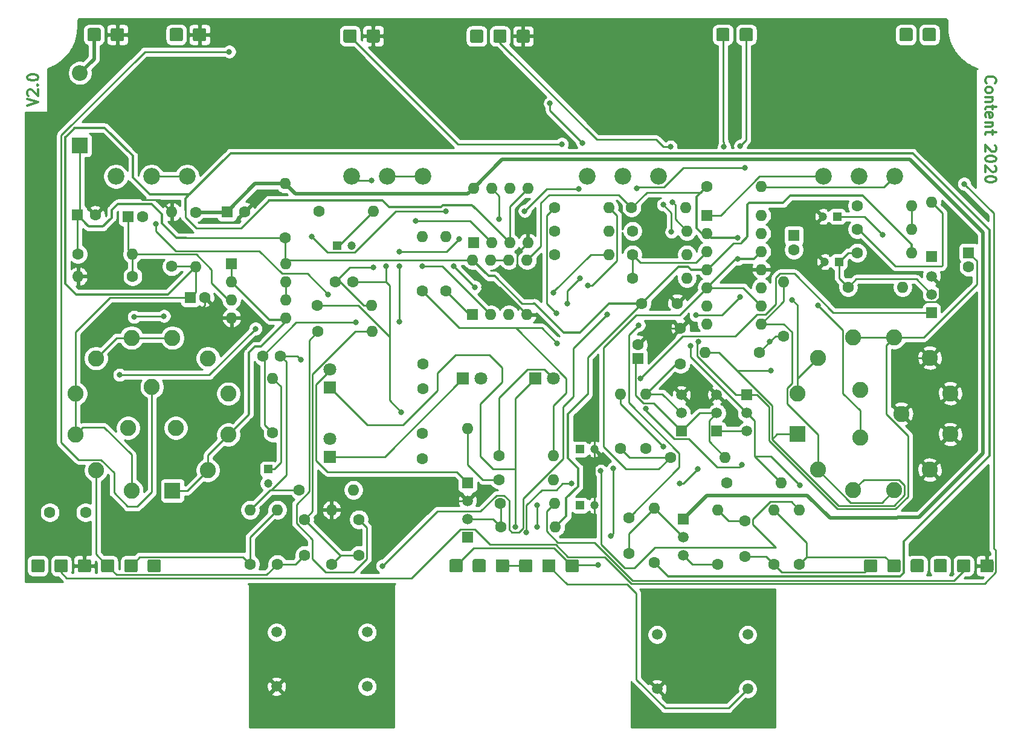
<source format=gbr>
G04 #@! TF.GenerationSoftware,KiCad,Pcbnew,5.1.6*
G04 #@! TF.CreationDate,2020-09-23T08:58:00+01:00*
G04 #@! TF.ProjectId,Tremolo,5472656d-6f6c-46f2-9e6b-696361645f70,V2.0*
G04 #@! TF.SameCoordinates,Original*
G04 #@! TF.FileFunction,Copper,L1,Top*
G04 #@! TF.FilePolarity,Positive*
%FSLAX46Y46*%
G04 Gerber Fmt 4.6, Leading zero omitted, Abs format (unit mm)*
G04 Created by KiCad (PCBNEW 5.1.6) date 2020-09-23 08:58:00*
%MOMM*%
%LPD*%
G01*
G04 APERTURE LIST*
G04 #@! TA.AperFunction,NonConductor*
%ADD10C,0.300000*%
G04 #@! TD*
G04 #@! TA.AperFunction,ComponentPad*
%ADD11C,1.600000*%
G04 #@! TD*
G04 #@! TA.AperFunction,ComponentPad*
%ADD12R,1.600000X1.600000*%
G04 #@! TD*
G04 #@! TA.AperFunction,ComponentPad*
%ADD13C,1.200000*%
G04 #@! TD*
G04 #@! TA.AperFunction,ComponentPad*
%ADD14R,1.200000X1.200000*%
G04 #@! TD*
G04 #@! TA.AperFunction,ComponentPad*
%ADD15R,2.200000X2.200000*%
G04 #@! TD*
G04 #@! TA.AperFunction,ComponentPad*
%ADD16O,2.200000X2.200000*%
G04 #@! TD*
G04 #@! TA.AperFunction,ComponentPad*
%ADD17O,1.600000X1.600000*%
G04 #@! TD*
G04 #@! TA.AperFunction,ComponentPad*
%ADD18R,1.800000X1.800000*%
G04 #@! TD*
G04 #@! TA.AperFunction,ComponentPad*
%ADD19C,1.800000*%
G04 #@! TD*
G04 #@! TA.AperFunction,ComponentPad*
%ADD20R,1.500000X1.500000*%
G04 #@! TD*
G04 #@! TA.AperFunction,ComponentPad*
%ADD21C,1.500000*%
G04 #@! TD*
G04 #@! TA.AperFunction,ComponentPad*
%ADD22C,2.340000*%
G04 #@! TD*
G04 #@! TA.AperFunction,ComponentPad*
%ADD23R,2.250000X2.250000*%
G04 #@! TD*
G04 #@! TA.AperFunction,ComponentPad*
%ADD24C,2.250000*%
G04 #@! TD*
G04 #@! TA.AperFunction,ComponentPad*
%ADD25C,1.520000*%
G04 #@! TD*
G04 #@! TA.AperFunction,ViaPad*
%ADD26C,0.800000*%
G04 #@! TD*
G04 #@! TA.AperFunction,Conductor*
%ADD27C,0.250000*%
G04 #@! TD*
G04 #@! TA.AperFunction,Conductor*
%ADD28C,0.300000*%
G04 #@! TD*
G04 #@! TA.AperFunction,Conductor*
%ADD29C,0.500000*%
G04 #@! TD*
G04 #@! TA.AperFunction,Conductor*
%ADD30C,0.254000*%
G04 #@! TD*
G04 APERTURE END LIST*
D10*
X64052711Y-51282314D02*
X65552711Y-50782314D01*
X64052711Y-50282314D01*
X64195568Y-49853742D02*
X64124140Y-49782314D01*
X64052711Y-49639457D01*
X64052711Y-49282314D01*
X64124140Y-49139457D01*
X64195568Y-49068028D01*
X64338425Y-48996600D01*
X64481282Y-48996600D01*
X64695568Y-49068028D01*
X65552711Y-49925171D01*
X65552711Y-48996600D01*
X65409854Y-48353742D02*
X65481282Y-48282314D01*
X65552711Y-48353742D01*
X65481282Y-48425171D01*
X65409854Y-48353742D01*
X65552711Y-48353742D01*
X64052711Y-47353742D02*
X64052711Y-47210885D01*
X64124140Y-47068028D01*
X64195568Y-46996600D01*
X64338425Y-46925171D01*
X64624140Y-46853742D01*
X64981282Y-46853742D01*
X65266997Y-46925171D01*
X65409854Y-46996600D01*
X65481282Y-47068028D01*
X65552711Y-47210885D01*
X65552711Y-47353742D01*
X65481282Y-47496600D01*
X65409854Y-47568028D01*
X65266997Y-47639457D01*
X64981282Y-47710885D01*
X64624140Y-47710885D01*
X64338425Y-47639457D01*
X64195568Y-47568028D01*
X64124140Y-47496600D01*
X64052711Y-47353742D01*
X198419945Y-48079520D02*
X198348517Y-48008091D01*
X198277088Y-47793805D01*
X198277088Y-47650948D01*
X198348517Y-47436662D01*
X198491374Y-47293805D01*
X198634231Y-47222377D01*
X198919945Y-47150948D01*
X199134231Y-47150948D01*
X199419945Y-47222377D01*
X199562802Y-47293805D01*
X199705660Y-47436662D01*
X199777088Y-47650948D01*
X199777088Y-47793805D01*
X199705660Y-48008091D01*
X199634231Y-48079520D01*
X198277088Y-48936662D02*
X198348517Y-48793805D01*
X198419945Y-48722377D01*
X198562802Y-48650948D01*
X198991374Y-48650948D01*
X199134231Y-48722377D01*
X199205660Y-48793805D01*
X199277088Y-48936662D01*
X199277088Y-49150948D01*
X199205660Y-49293805D01*
X199134231Y-49365234D01*
X198991374Y-49436662D01*
X198562802Y-49436662D01*
X198419945Y-49365234D01*
X198348517Y-49293805D01*
X198277088Y-49150948D01*
X198277088Y-48936662D01*
X199277088Y-50079520D02*
X198277088Y-50079520D01*
X199134231Y-50079520D02*
X199205660Y-50150948D01*
X199277088Y-50293805D01*
X199277088Y-50508091D01*
X199205660Y-50650948D01*
X199062802Y-50722377D01*
X198277088Y-50722377D01*
X199277088Y-51222377D02*
X199277088Y-51793805D01*
X199777088Y-51436662D02*
X198491374Y-51436662D01*
X198348517Y-51508091D01*
X198277088Y-51650948D01*
X198277088Y-51793805D01*
X198348517Y-52865234D02*
X198277088Y-52722377D01*
X198277088Y-52436662D01*
X198348517Y-52293805D01*
X198491374Y-52222377D01*
X199062802Y-52222377D01*
X199205660Y-52293805D01*
X199277088Y-52436662D01*
X199277088Y-52722377D01*
X199205660Y-52865234D01*
X199062802Y-52936662D01*
X198919945Y-52936662D01*
X198777088Y-52222377D01*
X199277088Y-53579520D02*
X198277088Y-53579520D01*
X199134231Y-53579520D02*
X199205660Y-53650948D01*
X199277088Y-53793805D01*
X199277088Y-54008091D01*
X199205660Y-54150948D01*
X199062802Y-54222377D01*
X198277088Y-54222377D01*
X199277088Y-54722377D02*
X199277088Y-55293805D01*
X199777088Y-54936662D02*
X198491374Y-54936662D01*
X198348517Y-55008091D01*
X198277088Y-55150948D01*
X198277088Y-55293805D01*
X199634231Y-56865234D02*
X199705660Y-56936662D01*
X199777088Y-57079520D01*
X199777088Y-57436662D01*
X199705660Y-57579520D01*
X199634231Y-57650948D01*
X199491374Y-57722377D01*
X199348517Y-57722377D01*
X199134231Y-57650948D01*
X198277088Y-56793805D01*
X198277088Y-57722377D01*
X199777088Y-58650948D02*
X199777088Y-58793805D01*
X199705660Y-58936662D01*
X199634231Y-59008091D01*
X199491374Y-59079520D01*
X199205660Y-59150948D01*
X198848517Y-59150948D01*
X198562802Y-59079520D01*
X198419945Y-59008091D01*
X198348517Y-58936662D01*
X198277088Y-58793805D01*
X198277088Y-58650948D01*
X198348517Y-58508091D01*
X198419945Y-58436662D01*
X198562802Y-58365234D01*
X198848517Y-58293805D01*
X199205660Y-58293805D01*
X199491374Y-58365234D01*
X199634231Y-58436662D01*
X199705660Y-58508091D01*
X199777088Y-58650948D01*
X199634231Y-59722377D02*
X199705660Y-59793805D01*
X199777088Y-59936662D01*
X199777088Y-60293805D01*
X199705660Y-60436662D01*
X199634231Y-60508091D01*
X199491374Y-60579520D01*
X199348517Y-60579520D01*
X199134231Y-60508091D01*
X198277088Y-59650948D01*
X198277088Y-60579520D01*
X199777088Y-61508091D02*
X199777088Y-61650948D01*
X199705660Y-61793805D01*
X199634231Y-61865234D01*
X199491374Y-61936662D01*
X199205660Y-62008091D01*
X198848517Y-62008091D01*
X198562802Y-61936662D01*
X198419945Y-61865234D01*
X198348517Y-61793805D01*
X198277088Y-61650948D01*
X198277088Y-61508091D01*
X198348517Y-61365234D01*
X198419945Y-61293805D01*
X198562802Y-61222377D01*
X198848517Y-61150948D01*
X199205660Y-61150948D01*
X199491374Y-61222377D01*
X199634231Y-61293805D01*
X199705660Y-61365234D01*
X199777088Y-61508091D01*
D11*
X148336000Y-114046000D03*
X148336000Y-109046000D03*
D12*
X71048880Y-66608960D03*
D11*
X73548880Y-66608960D03*
D13*
X143478000Y-107315000D03*
D14*
X141478000Y-107315000D03*
X177800000Y-73152000D03*
D13*
X175800000Y-73152000D03*
D11*
X110490000Y-114300000D03*
X110490000Y-109300000D03*
D12*
X78178660Y-66817240D03*
D11*
X80178660Y-66817240D03*
X164592000Y-114474000D03*
X164592000Y-109474000D03*
X72183000Y-108331000D03*
X67183000Y-108331000D03*
X102870000Y-109300000D03*
X102870000Y-114300000D03*
D14*
X141478000Y-99441000D03*
D13*
X143478000Y-99441000D03*
X175546000Y-66802000D03*
D14*
X177546000Y-66802000D03*
D11*
X94508960Y-66136520D03*
D12*
X92008960Y-66136520D03*
D11*
X88875620Y-78145640D03*
D12*
X86875620Y-78145640D03*
D11*
X109688000Y-75946000D03*
X107188000Y-75946000D03*
X97028000Y-86360000D03*
X99528000Y-86360000D03*
X150114000Y-78994000D03*
X155114000Y-78994000D03*
D13*
X109442000Y-70866000D03*
D14*
X107442000Y-70866000D03*
X97790000Y-102235000D03*
D13*
X97790000Y-104235000D03*
D11*
X171450000Y-71469000D03*
D12*
X171450000Y-69469000D03*
X195961000Y-71882000D03*
D11*
X195961000Y-73882000D03*
D12*
X149606000Y-86741000D03*
D11*
X149606000Y-84741000D03*
X155575000Y-82503000D03*
X155575000Y-87503000D03*
D15*
X71407020Y-56829960D03*
D16*
X71407020Y-46669960D03*
D12*
X190754000Y-72390000D03*
D17*
X190754000Y-64770000D03*
X125730000Y-96520000D03*
D12*
X125730000Y-104140000D03*
D18*
X135255000Y-89535000D03*
D19*
X137795000Y-89535000D03*
X127635000Y-89535000D03*
D18*
X125095000Y-89535000D03*
G04 #@! TA.AperFunction,ComponentPad*
G36*
G01*
X83982120Y-41962701D02*
X83982120Y-40612699D01*
G75*
G02*
X84232119Y-40362700I249999J0D01*
G01*
X85582121Y-40362700D01*
G75*
G02*
X85832120Y-40612699I0J-249999D01*
G01*
X85832120Y-41962701D01*
G75*
G02*
X85582121Y-42212700I-249999J0D01*
G01*
X84232119Y-42212700D01*
G75*
G02*
X83982120Y-41962701I0J249999D01*
G01*
G37*
G04 #@! TD.AperFunction*
G04 #@! TA.AperFunction,ComponentPad*
G36*
G01*
X87246020Y-41970321D02*
X87246020Y-40620319D01*
G75*
G02*
X87496019Y-40370320I249999J0D01*
G01*
X88846021Y-40370320D01*
G75*
G02*
X89096020Y-40620319I0J-249999D01*
G01*
X89096020Y-41970321D01*
G75*
G02*
X88846021Y-42220320I-249999J0D01*
G01*
X87496019Y-42220320D01*
G75*
G02*
X87246020Y-41970321I0J249999D01*
G01*
G37*
G04 #@! TD.AperFunction*
G04 #@! TA.AperFunction,ComponentPad*
G36*
G01*
X72463220Y-41967781D02*
X72463220Y-40617779D01*
G75*
G02*
X72713219Y-40367780I249999J0D01*
G01*
X74063221Y-40367780D01*
G75*
G02*
X74313220Y-40617779I0J-249999D01*
G01*
X74313220Y-41967781D01*
G75*
G02*
X74063221Y-42217780I-249999J0D01*
G01*
X72713219Y-42217780D01*
G75*
G02*
X72463220Y-41967781I0J249999D01*
G01*
G37*
G04 #@! TD.AperFunction*
G04 #@! TA.AperFunction,ComponentPad*
G36*
G01*
X75729660Y-41970321D02*
X75729660Y-40620319D01*
G75*
G02*
X75979659Y-40370320I249999J0D01*
G01*
X77329661Y-40370320D01*
G75*
G02*
X77579660Y-40620319I0J-249999D01*
G01*
X77579660Y-41970321D01*
G75*
G02*
X77329661Y-42220320I-249999J0D01*
G01*
X75979659Y-42220320D01*
G75*
G02*
X75729660Y-41970321I0J249999D01*
G01*
G37*
G04 #@! TD.AperFunction*
G04 #@! TA.AperFunction,ComponentPad*
G36*
G01*
X129333820Y-42183681D02*
X129333820Y-40833679D01*
G75*
G02*
X129583819Y-40583680I249999J0D01*
G01*
X130933821Y-40583680D01*
G75*
G02*
X131183820Y-40833679I0J-249999D01*
G01*
X131183820Y-42183681D01*
G75*
G02*
X130933821Y-42433680I-249999J0D01*
G01*
X129583819Y-42433680D01*
G75*
G02*
X129333820Y-42183681I0J249999D01*
G01*
G37*
G04 #@! TD.AperFunction*
G04 #@! TA.AperFunction,ComponentPad*
G36*
G01*
X132597720Y-42186221D02*
X132597720Y-40836219D01*
G75*
G02*
X132847719Y-40586220I249999J0D01*
G01*
X134197721Y-40586220D01*
G75*
G02*
X134447720Y-40836219I0J-249999D01*
G01*
X134447720Y-42186221D01*
G75*
G02*
X134197721Y-42436220I-249999J0D01*
G01*
X132847719Y-42436220D01*
G75*
G02*
X132597720Y-42186221I0J249999D01*
G01*
G37*
G04 #@! TD.AperFunction*
G04 #@! TA.AperFunction,ComponentPad*
G36*
G01*
X189511500Y-41957621D02*
X189511500Y-40607619D01*
G75*
G02*
X189761499Y-40357620I249999J0D01*
G01*
X191111501Y-40357620D01*
G75*
G02*
X191361500Y-40607619I0J-249999D01*
G01*
X191361500Y-41957621D01*
G75*
G02*
X191111501Y-42207620I-249999J0D01*
G01*
X189761499Y-42207620D01*
G75*
G02*
X189511500Y-41957621I0J249999D01*
G01*
G37*
G04 #@! TD.AperFunction*
G04 #@! TA.AperFunction,ComponentPad*
G36*
G01*
X186252680Y-41960161D02*
X186252680Y-40610159D01*
G75*
G02*
X186502679Y-40360160I249999J0D01*
G01*
X187852681Y-40360160D01*
G75*
G02*
X188102680Y-40610159I0J-249999D01*
G01*
X188102680Y-41960161D01*
G75*
G02*
X187852681Y-42210160I-249999J0D01*
G01*
X186502679Y-42210160D01*
G75*
G02*
X186252680Y-41960161I0J249999D01*
G01*
G37*
G04 #@! TD.AperFunction*
G04 #@! TA.AperFunction,ComponentPad*
G36*
G01*
X126064840Y-42181141D02*
X126064840Y-40831139D01*
G75*
G02*
X126314839Y-40581140I249999J0D01*
G01*
X127664841Y-40581140D01*
G75*
G02*
X127914840Y-40831139I0J-249999D01*
G01*
X127914840Y-42181141D01*
G75*
G02*
X127664841Y-42431140I-249999J0D01*
G01*
X126314839Y-42431140D01*
G75*
G02*
X126064840Y-42181141I0J249999D01*
G01*
G37*
G04 #@! TD.AperFunction*
G04 #@! TA.AperFunction,ComponentPad*
G36*
G01*
X160583440Y-41967781D02*
X160583440Y-40617779D01*
G75*
G02*
X160833439Y-40367780I249999J0D01*
G01*
X162183441Y-40367780D01*
G75*
G02*
X162433440Y-40617779I0J-249999D01*
G01*
X162433440Y-41967781D01*
G75*
G02*
X162183441Y-42217780I-249999J0D01*
G01*
X160833439Y-42217780D01*
G75*
G02*
X160583440Y-41967781I0J249999D01*
G01*
G37*
G04 #@! TD.AperFunction*
G04 #@! TA.AperFunction,ComponentPad*
G36*
G01*
X163849880Y-41967781D02*
X163849880Y-40617779D01*
G75*
G02*
X164099879Y-40367780I249999J0D01*
G01*
X165449881Y-40367780D01*
G75*
G02*
X165699880Y-40617779I0J-249999D01*
G01*
X165699880Y-41967781D01*
G75*
G02*
X165449881Y-42217780I-249999J0D01*
G01*
X164099879Y-42217780D01*
G75*
G02*
X163849880Y-41967781I0J249999D01*
G01*
G37*
G04 #@! TD.AperFunction*
G04 #@! TA.AperFunction,ComponentPad*
G36*
G01*
X108310240Y-42160821D02*
X108310240Y-40810819D01*
G75*
G02*
X108560239Y-40560820I249999J0D01*
G01*
X109910241Y-40560820D01*
G75*
G02*
X110160240Y-40810819I0J-249999D01*
G01*
X110160240Y-42160821D01*
G75*
G02*
X109910241Y-42410820I-249999J0D01*
G01*
X108560239Y-42410820D01*
G75*
G02*
X108310240Y-42160821I0J249999D01*
G01*
G37*
G04 #@! TD.AperFunction*
G04 #@! TA.AperFunction,ComponentPad*
G36*
G01*
X111581760Y-42160821D02*
X111581760Y-40810819D01*
G75*
G02*
X111831759Y-40560820I249999J0D01*
G01*
X113181761Y-40560820D01*
G75*
G02*
X113431760Y-40810819I0J-249999D01*
G01*
X113431760Y-42160821D01*
G75*
G02*
X113181761Y-42410820I-249999J0D01*
G01*
X111831759Y-42410820D01*
G75*
G02*
X111581760Y-42160821I0J249999D01*
G01*
G37*
G04 #@! TD.AperFunction*
G04 #@! TA.AperFunction,ComponentPad*
G36*
G01*
X191063440Y-116476141D02*
X191063440Y-115126139D01*
G75*
G02*
X191313439Y-114876140I249999J0D01*
G01*
X192663441Y-114876140D01*
G75*
G02*
X192913440Y-115126139I0J-249999D01*
G01*
X192913440Y-116476141D01*
G75*
G02*
X192663441Y-116726140I-249999J0D01*
G01*
X191313439Y-116726140D01*
G75*
G02*
X191063440Y-116476141I0J249999D01*
G01*
G37*
G04 #@! TD.AperFunction*
G04 #@! TA.AperFunction,ComponentPad*
G36*
G01*
X64586900Y-116478681D02*
X64586900Y-115128679D01*
G75*
G02*
X64836899Y-114878680I249999J0D01*
G01*
X66186901Y-114878680D01*
G75*
G02*
X66436900Y-115128679I0J-249999D01*
G01*
X66436900Y-116478681D01*
G75*
G02*
X66186901Y-116728680I-249999J0D01*
G01*
X64836899Y-116728680D01*
G75*
G02*
X64586900Y-116478681I0J249999D01*
G01*
G37*
G04 #@! TD.AperFunction*
G04 #@! TA.AperFunction,ComponentPad*
G36*
G01*
X194324800Y-116478681D02*
X194324800Y-115128679D01*
G75*
G02*
X194574799Y-114878680I249999J0D01*
G01*
X195924801Y-114878680D01*
G75*
G02*
X196174800Y-115128679I0J-249999D01*
G01*
X196174800Y-116478681D01*
G75*
G02*
X195924801Y-116728680I-249999J0D01*
G01*
X194574799Y-116728680D01*
G75*
G02*
X194324800Y-116478681I0J249999D01*
G01*
G37*
G04 #@! TD.AperFunction*
G04 #@! TA.AperFunction,ComponentPad*
G36*
G01*
X67848040Y-116481221D02*
X67848040Y-115131219D01*
G75*
G02*
X68098039Y-114881220I249999J0D01*
G01*
X69448041Y-114881220D01*
G75*
G02*
X69698040Y-115131219I0J-249999D01*
G01*
X69698040Y-116481221D01*
G75*
G02*
X69448041Y-116731220I-249999J0D01*
G01*
X68098039Y-116731220D01*
G75*
G02*
X67848040Y-116481221I0J249999D01*
G01*
G37*
G04 #@! TD.AperFunction*
G04 #@! TA.AperFunction,ComponentPad*
G36*
G01*
X71104320Y-116486301D02*
X71104320Y-115136299D01*
G75*
G02*
X71354319Y-114886300I249999J0D01*
G01*
X72704321Y-114886300D01*
G75*
G02*
X72954320Y-115136299I0J-249999D01*
G01*
X72954320Y-116486301D01*
G75*
G02*
X72704321Y-116736300I-249999J0D01*
G01*
X71354319Y-116736300D01*
G75*
G02*
X71104320Y-116486301I0J249999D01*
G01*
G37*
G04 #@! TD.AperFunction*
G04 #@! TA.AperFunction,ComponentPad*
G36*
G01*
X197586160Y-116483761D02*
X197586160Y-115133759D01*
G75*
G02*
X197836159Y-114883760I249999J0D01*
G01*
X199186161Y-114883760D01*
G75*
G02*
X199436160Y-115133759I0J-249999D01*
G01*
X199436160Y-116483761D01*
G75*
G02*
X199186161Y-116733760I-249999J0D01*
G01*
X197836159Y-116733760D01*
G75*
G02*
X197586160Y-116483761I0J249999D01*
G01*
G37*
G04 #@! TD.AperFunction*
G04 #@! TA.AperFunction,ComponentPad*
G36*
G01*
X181292060Y-116478681D02*
X181292060Y-115128679D01*
G75*
G02*
X181542059Y-114878680I249999J0D01*
G01*
X182892061Y-114878680D01*
G75*
G02*
X183142060Y-115128679I0J-249999D01*
G01*
X183142060Y-116478681D01*
G75*
G02*
X182892061Y-116728680I-249999J0D01*
G01*
X181542059Y-116728680D01*
G75*
G02*
X181292060Y-116478681I0J249999D01*
G01*
G37*
G04 #@! TD.AperFunction*
G04 #@! TA.AperFunction,ComponentPad*
G36*
G01*
X74360600Y-116486301D02*
X74360600Y-115136299D01*
G75*
G02*
X74610599Y-114886300I249999J0D01*
G01*
X75960601Y-114886300D01*
G75*
G02*
X76210600Y-115136299I0J-249999D01*
G01*
X76210600Y-116486301D01*
G75*
G02*
X75960601Y-116736300I-249999J0D01*
G01*
X74610599Y-116736300D01*
G75*
G02*
X74360600Y-116486301I0J249999D01*
G01*
G37*
G04 #@! TD.AperFunction*
G04 #@! TA.AperFunction,ComponentPad*
G36*
G01*
X187807160Y-116473601D02*
X187807160Y-115123599D01*
G75*
G02*
X188057159Y-114873600I249999J0D01*
G01*
X189407161Y-114873600D01*
G75*
G02*
X189657160Y-115123599I0J-249999D01*
G01*
X189657160Y-116473601D01*
G75*
G02*
X189407161Y-116723600I-249999J0D01*
G01*
X188057159Y-116723600D01*
G75*
G02*
X187807160Y-116473601I0J249999D01*
G01*
G37*
G04 #@! TD.AperFunction*
G04 #@! TA.AperFunction,ComponentPad*
G36*
G01*
X80878240Y-116486301D02*
X80878240Y-115136299D01*
G75*
G02*
X81128239Y-114886300I249999J0D01*
G01*
X82478241Y-114886300D01*
G75*
G02*
X82728240Y-115136299I0J-249999D01*
G01*
X82728240Y-116486301D01*
G75*
G02*
X82478241Y-116736300I-249999J0D01*
G01*
X81128239Y-116736300D01*
G75*
G02*
X80878240Y-116486301I0J249999D01*
G01*
G37*
G04 #@! TD.AperFunction*
G04 #@! TA.AperFunction,ComponentPad*
G36*
G01*
X184553420Y-116478681D02*
X184553420Y-115128679D01*
G75*
G02*
X184803419Y-114878680I249999J0D01*
G01*
X186153421Y-114878680D01*
G75*
G02*
X186403420Y-115128679I0J-249999D01*
G01*
X186403420Y-116478681D01*
G75*
G02*
X186153421Y-116728680I-249999J0D01*
G01*
X184803419Y-116728680D01*
G75*
G02*
X184553420Y-116478681I0J249999D01*
G01*
G37*
G04 #@! TD.AperFunction*
G04 #@! TA.AperFunction,ComponentPad*
G36*
G01*
X77616880Y-116486301D02*
X77616880Y-115136299D01*
G75*
G02*
X77866879Y-114886300I249999J0D01*
G01*
X79216881Y-114886300D01*
G75*
G02*
X79466880Y-115136299I0J-249999D01*
G01*
X79466880Y-116486301D01*
G75*
G02*
X79216881Y-116736300I-249999J0D01*
G01*
X77866879Y-116736300D01*
G75*
G02*
X77616880Y-116486301I0J249999D01*
G01*
G37*
G04 #@! TD.AperFunction*
G04 #@! TA.AperFunction,ComponentPad*
G36*
G01*
X123171780Y-116476141D02*
X123171780Y-115126139D01*
G75*
G02*
X123421779Y-114876140I249999J0D01*
G01*
X124771781Y-114876140D01*
G75*
G02*
X125021780Y-115126139I0J-249999D01*
G01*
X125021780Y-116476141D01*
G75*
G02*
X124771781Y-116726140I-249999J0D01*
G01*
X123421779Y-116726140D01*
G75*
G02*
X123171780Y-116476141I0J249999D01*
G01*
G37*
G04 #@! TD.AperFunction*
G04 #@! TA.AperFunction,ComponentPad*
G36*
G01*
X126428060Y-116476141D02*
X126428060Y-115126139D01*
G75*
G02*
X126678059Y-114876140I249999J0D01*
G01*
X128028061Y-114876140D01*
G75*
G02*
X128278060Y-115126139I0J-249999D01*
G01*
X128278060Y-116476141D01*
G75*
G02*
X128028061Y-116726140I-249999J0D01*
G01*
X126678059Y-116726140D01*
G75*
G02*
X126428060Y-116476141I0J249999D01*
G01*
G37*
G04 #@! TD.AperFunction*
G04 #@! TA.AperFunction,ComponentPad*
G36*
G01*
X129684520Y-116478681D02*
X129684520Y-115128679D01*
G75*
G02*
X129934519Y-114878680I249999J0D01*
G01*
X131284521Y-114878680D01*
G75*
G02*
X131534520Y-115128679I0J-249999D01*
G01*
X131534520Y-116478681D01*
G75*
G02*
X131284521Y-116728680I-249999J0D01*
G01*
X129934519Y-116728680D01*
G75*
G02*
X129684520Y-116478681I0J249999D01*
G01*
G37*
G04 #@! TD.AperFunction*
G04 #@! TA.AperFunction,ComponentPad*
G36*
G01*
X132940620Y-116478681D02*
X132940620Y-115128679D01*
G75*
G02*
X133190619Y-114878680I249999J0D01*
G01*
X134540621Y-114878680D01*
G75*
G02*
X134790620Y-115128679I0J-249999D01*
G01*
X134790620Y-116478681D01*
G75*
G02*
X134540621Y-116728680I-249999J0D01*
G01*
X133190619Y-116728680D01*
G75*
G02*
X132940620Y-116478681I0J249999D01*
G01*
G37*
G04 #@! TD.AperFunction*
G04 #@! TA.AperFunction,ComponentPad*
G36*
G01*
X136194360Y-116483761D02*
X136194360Y-115133759D01*
G75*
G02*
X136444359Y-114883760I249999J0D01*
G01*
X137794361Y-114883760D01*
G75*
G02*
X138044360Y-115133759I0J-249999D01*
G01*
X138044360Y-116483761D01*
G75*
G02*
X137794361Y-116733760I-249999J0D01*
G01*
X136444359Y-116733760D01*
G75*
G02*
X136194360Y-116483761I0J249999D01*
G01*
G37*
G04 #@! TD.AperFunction*
G04 #@! TA.AperFunction,ComponentPad*
G36*
G01*
X139460800Y-116483761D02*
X139460800Y-115133759D01*
G75*
G02*
X139710799Y-114883760I249999J0D01*
G01*
X141060801Y-114883760D01*
G75*
G02*
X141310800Y-115133759I0J-249999D01*
G01*
X141310800Y-116483761D01*
G75*
G02*
X141060801Y-116733760I-249999J0D01*
G01*
X139710799Y-116733760D01*
G75*
G02*
X139460800Y-116483761I0J249999D01*
G01*
G37*
G04 #@! TD.AperFunction*
D20*
X155956000Y-109220000D03*
D21*
X155956000Y-114300000D03*
X155956000Y-111760000D03*
X125730000Y-109220000D03*
X125730000Y-106680000D03*
D20*
X125730000Y-111760000D03*
D21*
X190754000Y-77724000D03*
X190754000Y-75184000D03*
D20*
X190754000Y-80264000D03*
D21*
X164846000Y-94361000D03*
X164846000Y-96901000D03*
D20*
X164846000Y-91821000D03*
X160655000Y-96901000D03*
D21*
X160655000Y-91821000D03*
X160655000Y-94361000D03*
D20*
X155702000Y-96901000D03*
D21*
X155702000Y-91821000D03*
X155702000Y-94361000D03*
D11*
X130429000Y-110363000D03*
D17*
X138049000Y-110363000D03*
X187960000Y-71882000D03*
D11*
X180340000Y-71882000D03*
X151892000Y-115316000D03*
D17*
X151892000Y-107696000D03*
D11*
X130302000Y-107061000D03*
D17*
X137922000Y-107061000D03*
X186690000Y-76708000D03*
D11*
X179070000Y-76708000D03*
D17*
X78752700Y-72080120D03*
D11*
X71132700Y-72080120D03*
X78785720Y-75204320D03*
D17*
X71165720Y-75204320D03*
X160782000Y-107950000D03*
D11*
X160782000Y-115570000D03*
X104775000Y-82931000D03*
D17*
X112395000Y-82931000D03*
X106680000Y-107950000D03*
D11*
X106680000Y-115570000D03*
X180340000Y-65278000D03*
D17*
X187960000Y-65278000D03*
X137795000Y-100330000D03*
D11*
X130175000Y-100330000D03*
D17*
X187960000Y-68580000D03*
D11*
X180340000Y-68580000D03*
X130175000Y-103759000D03*
D17*
X137795000Y-103759000D03*
D11*
X100159820Y-69827140D03*
D17*
X100159820Y-62207140D03*
X119380000Y-69596000D03*
D11*
X119380000Y-77216000D03*
X168656000Y-115570000D03*
D17*
X168656000Y-107950000D03*
D11*
X99060000Y-115570000D03*
D17*
X99060000Y-107950000D03*
D11*
X137922000Y-65532000D03*
D17*
X145542000Y-65532000D03*
X87607140Y-73820020D03*
D11*
X87607140Y-66200020D03*
X84277200Y-73802240D03*
D17*
X84277200Y-66182240D03*
D11*
X137922000Y-72136000D03*
D17*
X145542000Y-72136000D03*
X172212000Y-107950000D03*
D11*
X172212000Y-115570000D03*
D17*
X95250000Y-107950000D03*
D11*
X95250000Y-115570000D03*
X104648000Y-79248000D03*
D17*
X112268000Y-79248000D03*
X122682000Y-69596000D03*
D11*
X122682000Y-77216000D03*
X102108000Y-105156000D03*
D17*
X109728000Y-105156000D03*
X145542000Y-68834000D03*
D11*
X137922000Y-68834000D03*
X104902000Y-66040000D03*
D17*
X112522000Y-66040000D03*
D11*
X98425000Y-97155000D03*
D17*
X98425000Y-89535000D03*
X170053000Y-75946000D03*
D11*
X170053000Y-83566000D03*
X148717000Y-65532000D03*
D17*
X156337000Y-65532000D03*
D11*
X148844000Y-75438000D03*
D17*
X156464000Y-75438000D03*
X156464000Y-68834000D03*
D11*
X148844000Y-68834000D03*
D17*
X166878000Y-62611000D03*
D11*
X159258000Y-62611000D03*
D17*
X159004000Y-85852000D03*
D11*
X166624000Y-85852000D03*
D17*
X156464000Y-72136000D03*
D11*
X148844000Y-72136000D03*
X162052000Y-104140000D03*
D17*
X169672000Y-104140000D03*
D11*
X147193000Y-99314000D03*
D17*
X147193000Y-91694000D03*
X161798000Y-100584000D03*
D11*
X154178000Y-100584000D03*
D17*
X150749000Y-91694000D03*
D11*
X150749000Y-99314000D03*
D22*
X119478400Y-61178440D03*
X114478400Y-61178440D03*
X109478400Y-61178440D03*
X86433680Y-61170820D03*
X81433680Y-61170820D03*
X76433680Y-61170820D03*
X142526340Y-61183520D03*
X147526340Y-61183520D03*
X152526340Y-61183520D03*
X175576820Y-61191140D03*
X180576820Y-61191140D03*
X185576820Y-61191140D03*
D23*
X84363360Y-105253720D03*
D24*
X89343360Y-102383720D03*
X92213360Y-97403720D03*
X92213360Y-91663720D03*
X89343360Y-86683720D03*
X84363360Y-83813720D03*
X78623360Y-83813720D03*
X73643360Y-86683720D03*
X70773360Y-91663720D03*
X70773360Y-97403720D03*
X73643360Y-102383720D03*
X78623360Y-105253720D03*
X84827360Y-96458720D03*
X81493360Y-90683720D03*
X78159360Y-96458720D03*
X180732480Y-91141300D03*
X186507480Y-94475300D03*
X180732480Y-97809300D03*
X171937480Y-91605300D03*
X174807480Y-86625300D03*
X179787480Y-83755300D03*
X185527480Y-83755300D03*
X190507480Y-86625300D03*
X193377480Y-91605300D03*
X193377480Y-97345300D03*
X190507480Y-102325300D03*
X185527480Y-105195300D03*
X179787480Y-105195300D03*
X174807480Y-102325300D03*
D23*
X171937480Y-97345300D03*
D25*
X111660940Y-125112780D03*
X111660940Y-132732780D03*
X98960940Y-132732780D03*
X98960940Y-125112780D03*
X152288240Y-125445520D03*
X152288240Y-133065520D03*
X164988240Y-133065520D03*
X164988240Y-125445520D03*
D12*
X92641420Y-73413620D03*
D17*
X100261420Y-81033620D03*
X92641420Y-75953620D03*
X100261420Y-78493620D03*
X92641420Y-78493620D03*
X100261420Y-75953620D03*
X92641420Y-81033620D03*
X100261420Y-73413620D03*
X126552960Y-62847220D03*
X134172960Y-70467220D03*
X129092960Y-62847220D03*
X131632960Y-70467220D03*
X131632960Y-62847220D03*
X129092960Y-70467220D03*
X134172960Y-62847220D03*
D12*
X126552960Y-70467220D03*
X126443740Y-80545940D03*
D17*
X134063740Y-72925940D03*
X128983740Y-80545940D03*
X131523740Y-72925940D03*
X131523740Y-80545940D03*
X128983740Y-72925940D03*
X134063740Y-80545940D03*
X126443740Y-72925940D03*
D12*
X159283400Y-66621660D03*
D17*
X166903400Y-81861660D03*
X159283400Y-69161660D03*
X166903400Y-79321660D03*
X159283400Y-71701660D03*
X166903400Y-76781660D03*
X159283400Y-74241660D03*
X166903400Y-74241660D03*
X159283400Y-76781660D03*
X166903400Y-71701660D03*
X159283400Y-79321660D03*
X166903400Y-69161660D03*
X159283400Y-81861660D03*
X166903400Y-66621660D03*
D18*
X106446320Y-90817700D03*
D19*
X106446320Y-88277700D03*
D11*
X119400320Y-97254060D03*
X119400320Y-100754060D03*
D19*
X106403140Y-97977960D03*
D18*
X106403140Y-100517960D03*
D11*
X119443500Y-90972640D03*
X119443500Y-87472640D03*
D26*
X149733000Y-82042000D03*
X162052000Y-75692000D03*
X155448000Y-70612000D03*
X153416000Y-72136000D03*
X82296000Y-45720000D03*
X143764000Y-87884000D03*
X80264000Y-79248000D03*
X78740000Y-62992000D03*
X128016000Y-76708000D03*
X132588000Y-76200000D03*
X187452000Y-85344000D03*
X188976000Y-79248000D03*
X141356080Y-111452660D03*
X116349780Y-110340140D03*
X135509000Y-107315000D03*
X135509000Y-110363000D03*
X138303000Y-84582000D03*
X138176000Y-80391000D03*
X183896000Y-69342000D03*
X92329000Y-43688000D03*
X144399000Y-102489000D03*
X116459000Y-94234000D03*
X114300000Y-73787000D03*
X118491000Y-67437000D03*
X126746000Y-76708000D03*
X123825000Y-73787000D03*
X112522000Y-73914000D03*
X112268000Y-61722000D03*
X83185000Y-80772000D03*
X78994000Y-80899000D03*
X110109000Y-81661000D03*
X116205000Y-81534000D03*
X116205000Y-73787000D03*
X116205000Y-71755000D03*
X124587000Y-69977000D03*
X130175000Y-67183000D03*
X102362000Y-86868000D03*
X76962000Y-89027000D03*
X96012000Y-82550000D03*
X164592000Y-59971129D03*
X149479000Y-62865000D03*
X154432000Y-64770000D03*
X168275000Y-88392000D03*
X158115000Y-84353001D03*
X172339000Y-104521000D03*
X156972000Y-84963000D03*
X132461000Y-110363000D03*
X164211000Y-101600000D03*
X150749000Y-93726000D03*
X149987000Y-89535000D03*
X154178000Y-57023000D03*
X171196000Y-78486000D03*
X163957000Y-78105000D03*
X157734000Y-80645000D03*
X154305000Y-68961000D03*
X153162000Y-65151000D03*
X161671000Y-57023000D03*
X146177000Y-102108000D03*
X145796000Y-111633000D03*
X144018000Y-115697000D03*
X163957000Y-56896000D03*
X157988000Y-102235000D03*
X155448000Y-104267000D03*
X140335000Y-104267000D03*
X133985000Y-111125000D03*
X138938000Y-56642000D03*
X195326000Y-62230000D03*
X153162000Y-99060000D03*
X139700000Y-78994000D03*
X141478000Y-75438000D03*
X119380000Y-73750940D03*
X137287000Y-50927000D03*
X141859000Y-56515000D03*
X113792000Y-115824000D03*
X145288000Y-80518000D03*
X142621000Y-76454000D03*
X137795000Y-77470000D03*
X103886000Y-69596000D03*
X122682000Y-66040000D03*
X133731000Y-66040000D03*
X141351000Y-62929000D03*
X174879000Y-79248000D03*
X168084500Y-84391500D03*
X163576000Y-72771000D03*
X163576000Y-69751659D03*
X106172000Y-77724000D03*
X82042000Y-67818000D03*
D27*
X155956000Y-111760000D02*
X151892000Y-107696000D01*
X148336000Y-111252000D02*
X151892000Y-107696000D01*
X148336000Y-114046000D02*
X148336000Y-111252000D01*
X155403001Y-99995999D02*
X148336000Y-92928998D01*
X148336000Y-109046000D02*
X155403001Y-101978999D01*
X148336000Y-92928998D02*
X148336000Y-83439000D01*
X155403001Y-101978999D02*
X155403001Y-99995999D01*
X148336000Y-83439000D02*
X149733000Y-82042000D01*
X71407020Y-66250820D02*
X71048880Y-66608960D01*
X71407020Y-56829960D02*
X71407020Y-66250820D01*
X71048880Y-71996300D02*
X71132700Y-72080120D01*
X71048880Y-66608960D02*
X71048880Y-71996300D01*
X86257098Y-69827140D02*
X100159820Y-69827140D01*
X71048880Y-66608960D02*
X72173881Y-67733961D01*
X100159820Y-73312020D02*
X100261420Y-73413620D01*
X100159820Y-69827140D02*
X100159820Y-73312020D01*
X100749100Y-72925940D02*
X100261420Y-73413620D01*
X126443740Y-72925940D02*
X100749100Y-72925940D01*
X187960000Y-70750630D02*
X187960000Y-71882000D01*
X159283400Y-74241660D02*
X162948401Y-70576659D01*
X142552999Y-86555001D02*
X150114000Y-78994000D01*
X135001000Y-78994000D02*
X133386798Y-78994000D01*
D28*
X135001000Y-78994000D02*
X135128000Y-78994000D01*
X135128000Y-78994000D02*
X139192000Y-83058000D01*
X145553998Y-78994000D02*
X150114000Y-78994000D01*
X141489998Y-83058000D02*
X145553998Y-78994000D01*
X139192000Y-83058000D02*
X141489998Y-83058000D01*
X72173881Y-67733961D02*
X72178961Y-67733961D01*
X72178961Y-67733961D02*
X72644000Y-68199000D01*
X74611898Y-68199000D02*
X75076937Y-67733961D01*
X72644000Y-68199000D02*
X74611898Y-68199000D01*
X72638920Y-68199000D02*
X71048880Y-66608960D01*
X72644000Y-68199000D02*
X72638920Y-68199000D01*
X84940140Y-69827140D02*
X86257098Y-69827140D01*
X82892001Y-67779001D02*
X84940140Y-69827140D01*
X82892001Y-66462043D02*
X82892001Y-67779001D01*
X74611898Y-68199000D02*
X75850449Y-66960449D01*
X75850449Y-66960449D02*
X75850449Y-65881551D01*
X75850449Y-65881551D02*
X76708000Y-65024000D01*
X81453958Y-65024000D02*
X82892001Y-66462043D01*
X76708000Y-65024000D02*
X81453958Y-65024000D01*
X157045660Y-74241660D02*
X156640011Y-73836011D01*
X159283400Y-74241660D02*
X157045660Y-74241660D01*
X155271989Y-73836011D02*
X150114000Y-78994000D01*
X156640011Y-73836011D02*
X155271989Y-73836011D01*
X128683401Y-75165601D02*
X126443740Y-72925940D01*
X129558399Y-75165601D02*
X128683401Y-75165601D01*
D27*
X133386798Y-78994000D02*
X129558399Y-75165601D01*
X162948401Y-70576659D02*
X164048659Y-70576659D01*
D28*
X187960000Y-70739000D02*
X187960000Y-71882000D01*
X181082001Y-63861001D02*
X187960000Y-70739000D01*
X170961999Y-63861001D02*
X181082001Y-63861001D01*
X164048659Y-70576659D02*
X164973000Y-69652318D01*
X164973000Y-69652318D02*
X164973000Y-65151000D01*
X169926000Y-64897000D02*
X170961999Y-63861001D01*
X164973000Y-65151000D02*
X165227000Y-64897000D01*
X165227000Y-64897000D02*
X169926000Y-64897000D01*
X138049000Y-110363000D02*
X139573000Y-108839000D01*
X139573000Y-108839000D02*
X139573000Y-106299000D01*
X139573000Y-106299000D02*
X141224000Y-104648000D01*
X141224000Y-104648000D02*
X141224000Y-102108000D01*
X141224000Y-102108000D02*
X139827000Y-100711000D01*
X139827000Y-94478998D02*
X142552999Y-91752999D01*
X139827000Y-100711000D02*
X139827000Y-94478998D01*
D27*
X142552999Y-91752999D02*
X142552999Y-86555001D01*
X151844000Y-82503000D02*
X149606000Y-84741000D01*
X155575000Y-82503000D02*
X151844000Y-82503000D01*
X166903400Y-74241660D02*
X163502340Y-74241660D01*
X163502340Y-74241660D02*
X162052000Y-75692000D01*
X155448000Y-70612000D02*
X153924000Y-72136000D01*
X153924000Y-72136000D02*
X153416000Y-72136000D01*
X88171020Y-41295320D02*
X88171020Y-40927020D01*
X88171020Y-41295320D02*
X93619320Y-41295320D01*
X93619320Y-41295320D02*
X97536000Y-45212000D01*
X97536000Y-45212000D02*
X97536000Y-48260000D01*
X97536000Y-48260000D02*
X84836000Y-48260000D01*
X84836000Y-48260000D02*
X82296000Y-45720000D01*
X143478000Y-99441000D02*
X143478000Y-95218000D01*
X143478000Y-95218000D02*
X143478000Y-88170000D01*
X143478000Y-88170000D02*
X143764000Y-87884000D01*
X143478000Y-99441000D02*
X143478000Y-107315000D01*
X80663999Y-79647999D02*
X83711999Y-79647999D01*
X80264000Y-79248000D02*
X80663999Y-79647999D01*
X83711999Y-79647999D02*
X84328000Y-80264000D01*
X88875620Y-79277010D02*
X88875620Y-78145640D01*
X87888630Y-80264000D02*
X88875620Y-79277010D01*
X84328000Y-80264000D02*
X87888630Y-80264000D01*
X84277200Y-66182240D02*
X82543950Y-64448990D01*
X80196990Y-64448990D02*
X78740000Y-62992000D01*
X82543950Y-64448990D02*
X80196990Y-64448990D01*
X134063740Y-80545940D02*
X130225800Y-76708000D01*
X130225800Y-76708000D02*
X128016000Y-76708000D01*
X132648741Y-71991439D02*
X134172960Y-70467220D01*
X132648741Y-73465941D02*
X132648741Y-71991439D01*
X132588000Y-73526682D02*
X132648741Y-73465941D01*
X132588000Y-76200000D02*
X132588000Y-73526682D01*
X190507480Y-86625300D02*
X188733300Y-86625300D01*
X188733300Y-86625300D02*
X187452000Y-85344000D01*
X189424999Y-78799001D02*
X188976000Y-79248000D01*
X191829001Y-76259001D02*
X191829001Y-78240001D01*
X191270001Y-78799001D02*
X189424999Y-78799001D01*
X191829001Y-78240001D02*
X191270001Y-78799001D01*
X190754000Y-75184000D02*
X191829001Y-76259001D01*
X143478000Y-107315000D02*
X143478000Y-109330740D01*
X143478000Y-109330740D02*
X141356080Y-111452660D01*
X116349780Y-110340140D02*
X116349780Y-108277660D01*
X117947440Y-106680000D02*
X125730000Y-106680000D01*
X116349780Y-108277660D02*
X117947440Y-106680000D01*
X129286000Y-109220000D02*
X130429000Y-110363000D01*
X125730000Y-109220000D02*
X129286000Y-109220000D01*
X130429000Y-107188000D02*
X130302000Y-107061000D01*
X130429000Y-110363000D02*
X130429000Y-107188000D01*
X135509000Y-107315000D02*
X135509000Y-110363000D01*
X179070000Y-71882000D02*
X177800000Y-73152000D01*
X180340000Y-71882000D02*
X179070000Y-71882000D01*
X177800000Y-75438000D02*
X179070000Y-76708000D01*
X177800000Y-73152000D02*
X177800000Y-75438000D01*
X180195001Y-75582999D02*
X179070000Y-76708000D01*
X188612999Y-75582999D02*
X180195001Y-75582999D01*
X190754000Y-77724000D02*
X188612999Y-75582999D01*
X107950000Y-114300000D02*
X106680000Y-115570000D01*
X110490000Y-114300000D02*
X107950000Y-114300000D01*
X107870000Y-114300000D02*
X107950000Y-114300000D01*
X102870000Y-109300000D02*
X107870000Y-114300000D01*
X102870000Y-109300000D02*
X104013000Y-108157000D01*
X109980018Y-82931000D02*
X112395000Y-82931000D01*
X104013000Y-88898018D02*
X109980018Y-82931000D01*
X104013000Y-108157000D02*
X104013000Y-88898018D01*
X157226000Y-115570000D02*
X155956000Y-114300000D01*
X160782000Y-115570000D02*
X157226000Y-115570000D01*
X103562990Y-105366012D02*
X103562990Y-84143010D01*
X101744999Y-107184003D02*
X103562990Y-105366012D01*
X101744999Y-109840001D02*
X101744999Y-107184003D01*
X103995001Y-112090003D02*
X101744999Y-109840001D01*
X103995001Y-114840001D02*
X103995001Y-112090003D01*
X105850001Y-116695001D02*
X103995001Y-114840001D01*
X109760001Y-116695001D02*
X105850001Y-116695001D01*
X103562990Y-84143010D02*
X104775000Y-82931000D01*
X111615001Y-110425001D02*
X111615001Y-114840001D01*
X111615001Y-114840001D02*
X109760001Y-116695001D01*
X110490000Y-109300000D02*
X111615001Y-110425001D01*
X78178660Y-71506080D02*
X78752700Y-72080120D01*
X78178660Y-66817240D02*
X78178660Y-71506080D01*
X78752700Y-75171300D02*
X78785720Y-75204320D01*
X78752700Y-72080120D02*
X78752700Y-75171300D01*
X87680242Y-72080120D02*
X78752700Y-72080120D01*
X89842061Y-74241939D02*
X87680242Y-72080120D01*
X89842061Y-74241939D02*
X89842061Y-76126061D01*
X92209620Y-78493620D02*
X92641420Y-78493620D01*
X89842061Y-76126061D02*
X92209620Y-78493620D01*
X167560000Y-114474000D02*
X168656000Y-115570000D01*
X164592000Y-114474000D02*
X167560000Y-114474000D01*
X181325739Y-116695001D02*
X182217060Y-115803680D01*
X169781001Y-116695001D02*
X181325739Y-116695001D01*
X168656000Y-115570000D02*
X169781001Y-116695001D01*
X162306000Y-109474000D02*
X160782000Y-107950000D01*
X164592000Y-109474000D02*
X162306000Y-109474000D01*
X73643360Y-114169060D02*
X75285600Y-115811300D01*
X73643360Y-102383720D02*
X73643360Y-114169060D01*
X101600000Y-115570000D02*
X102870000Y-114300000D01*
X99060000Y-115570000D02*
X101600000Y-115570000D01*
X97568690Y-117061310D02*
X99060000Y-115570000D01*
X76535610Y-117061310D02*
X97568690Y-117061310D01*
X75285600Y-115811300D02*
X76535610Y-117061310D01*
X124587000Y-82423000D02*
X119380000Y-77216000D01*
X132496002Y-82423000D02*
X124587000Y-82423000D01*
X132496002Y-82423000D02*
X136144000Y-82423000D01*
X136144000Y-82423000D02*
X138303000Y-84582000D01*
X136796999Y-66657001D02*
X137922000Y-65532000D01*
X136796999Y-79011999D02*
X136796999Y-66657001D01*
X138176000Y-80391000D02*
X136796999Y-79011999D01*
X139573000Y-89499998D02*
X132496002Y-82423000D01*
X139573000Y-91567000D02*
X139573000Y-89499998D01*
X137795000Y-93345000D02*
X139573000Y-91567000D01*
X137795000Y-100330000D02*
X137795000Y-93345000D01*
X187960000Y-65278000D02*
X187960000Y-68580000D01*
X181356000Y-66802000D02*
X177546000Y-66802000D01*
X183896000Y-69342000D02*
X181356000Y-66802000D01*
X71215719Y-100933719D02*
X74339361Y-100933719D01*
X68791990Y-55398179D02*
X68791990Y-98509990D01*
X80502170Y-43688000D02*
X68791990Y-55398179D01*
X68791990Y-98509990D02*
X71215719Y-100933719D01*
X92329000Y-43688000D02*
X80502170Y-43688000D01*
X76174321Y-102768679D02*
X76174321Y-105562679D01*
X74339361Y-100933719D02*
X76174321Y-102768679D01*
X76174321Y-105562679D02*
X78105000Y-107493358D01*
X78105000Y-107493358D02*
X79426358Y-107493358D01*
X81493360Y-105426356D02*
X81493360Y-90683720D01*
X79426358Y-107493358D02*
X81493360Y-105426356D01*
D29*
X95938340Y-62207140D02*
X92008960Y-66136520D01*
X100159820Y-62207140D02*
X95938340Y-62207140D01*
X91945460Y-66200020D02*
X92008960Y-66136520D01*
X87607140Y-66200020D02*
X91945460Y-66200020D01*
X125752961Y-63647219D02*
X101599899Y-63647219D01*
X101599899Y-63647219D02*
X100159820Y-62207140D01*
X126552960Y-62847220D02*
X125752961Y-63647219D01*
X155956000Y-109220000D02*
X159258000Y-105918000D01*
X187726129Y-58821129D02*
X130579051Y-58821129D01*
X197961011Y-99980989D02*
X197961011Y-69056011D01*
X130579051Y-58821129D02*
X126552960Y-62847220D01*
X173355000Y-105918000D02*
X176530000Y-109093000D01*
X186055000Y-108966000D02*
X188976000Y-108966000D01*
X176530000Y-109093000D02*
X185928000Y-109093000D01*
X197961011Y-69056011D02*
X187726129Y-58821129D01*
X188976000Y-108966000D02*
X197961011Y-99980989D01*
X185928000Y-109093000D02*
X186055000Y-108966000D01*
X173355000Y-105918000D02*
X159258000Y-105918000D01*
D27*
X87607140Y-77414120D02*
X86875620Y-78145640D01*
X87607140Y-73820020D02*
X87607140Y-77414120D01*
X87589360Y-73802240D02*
X87607140Y-73820020D01*
X84277200Y-73802240D02*
X87589360Y-73802240D01*
X131632960Y-65387220D02*
X134172960Y-62847220D01*
X131632960Y-70467220D02*
X131632960Y-65387220D01*
X69342000Y-55626000D02*
X70612000Y-54356000D01*
X86182139Y-66884021D02*
X87751118Y-68453000D01*
X86182139Y-65862139D02*
X86182139Y-66884021D01*
X93980000Y-68453000D02*
X97910771Y-64522229D01*
X93980000Y-68453000D02*
X87751118Y-68453000D01*
X86875620Y-78145640D02*
X75651360Y-78145640D01*
X70773360Y-83023640D02*
X70773360Y-91663720D01*
X75651360Y-78145640D02*
X70773360Y-83023640D01*
X70773360Y-91663720D02*
X70773360Y-97403720D01*
X78623360Y-105253720D02*
X78623360Y-100213360D01*
X78623360Y-100213360D02*
X74803000Y-96393000D01*
X71784080Y-96393000D02*
X70773360Y-97403720D01*
X74803000Y-96393000D02*
X71784080Y-96393000D01*
D28*
X188098925Y-57921119D02*
X92513359Y-57921119D01*
X198861020Y-68683214D02*
X188098925Y-57921119D01*
X198861021Y-100353785D02*
X198861020Y-68683214D01*
X186853430Y-112361376D02*
X198861021Y-100353785D01*
X186853430Y-116768636D02*
X186853430Y-112361376D01*
X186352055Y-117270011D02*
X186853430Y-116768636D01*
X153846011Y-117270011D02*
X186352055Y-117270011D01*
X151892000Y-115316000D02*
X153846011Y-117270011D01*
D27*
X126975870Y-65810130D02*
X131632960Y-70467220D01*
D28*
X126975870Y-65810130D02*
X126355739Y-65189999D01*
X122273999Y-65189999D02*
X121999008Y-65464990D01*
X126355739Y-65189999D02*
X122273999Y-65189999D01*
X121999008Y-65464990D02*
X114728532Y-65464990D01*
X114728532Y-65464990D02*
X113810771Y-64547229D01*
X97935771Y-64547229D02*
X97910771Y-64522229D01*
X113810771Y-64547229D02*
X97935771Y-64547229D01*
X83703160Y-77724000D02*
X87607140Y-73820020D01*
X70866000Y-77724000D02*
X83703160Y-77724000D01*
X69367000Y-76225000D02*
X70866000Y-77724000D01*
X69367000Y-76225000D02*
X69367000Y-55636355D01*
X78841731Y-61366269D02*
X78841731Y-58318269D01*
X78841731Y-58318269D02*
X74879462Y-54356000D01*
X70647356Y-54356000D02*
X70629678Y-54373677D01*
X74879462Y-54356000D02*
X70647356Y-54356000D01*
X81191231Y-63715769D02*
X86718709Y-63715769D01*
D27*
X78841731Y-61366269D02*
X81191231Y-63715769D01*
D28*
X92513359Y-57921119D02*
X86774239Y-63660239D01*
X86182139Y-65862139D02*
X86182139Y-64252339D01*
X92513359Y-57921119D02*
X86718709Y-63715769D01*
X86718709Y-63715769D02*
X86182139Y-64252339D01*
D27*
X147709384Y-116078000D02*
X144403001Y-112771617D01*
X172212000Y-107950000D02*
X171086999Y-106824999D01*
X168115999Y-106824999D02*
X165717001Y-109223997D01*
X149098000Y-116078000D02*
X147709384Y-116078000D01*
X171086999Y-106824999D02*
X168115999Y-106824999D01*
X151951001Y-113224999D02*
X149098000Y-116078000D01*
X144403001Y-112771617D02*
X144403001Y-102493001D01*
X165717001Y-110014001D02*
X168927999Y-113224999D01*
X168927999Y-113224999D02*
X151951001Y-113224999D01*
X165717001Y-109223997D02*
X165717001Y-110014001D01*
X144403001Y-102493001D02*
X144399000Y-102489000D01*
X116459000Y-94234000D02*
X114808000Y-92583000D01*
X114808000Y-83678998D02*
X110377002Y-79248000D01*
X110377002Y-79248000D02*
X104648000Y-79248000D01*
X114808000Y-92583000D02*
X114808000Y-83678998D01*
X114808000Y-83678998D02*
X114808000Y-76454000D01*
X114300000Y-75946000D02*
X109688000Y-75946000D01*
X114808000Y-76454000D02*
X114300000Y-75946000D01*
X114300000Y-75946000D02*
X114300000Y-73787000D01*
X126062740Y-67437000D02*
X129092960Y-70467220D01*
X118491000Y-67437000D02*
X126062740Y-67437000D01*
X107834630Y-75946000D02*
X107188000Y-75946000D01*
X111136630Y-79248000D02*
X107834630Y-75946000D01*
X112268000Y-79248000D02*
X111136630Y-79248000D01*
X126746000Y-76708000D02*
X123825000Y-73787000D01*
X107188000Y-75946000D02*
X109220000Y-73914000D01*
X109220000Y-73914000D02*
X112522000Y-73914000D01*
X110021960Y-61722000D02*
X109478400Y-61178440D01*
X112268000Y-61722000D02*
X110021960Y-61722000D01*
X97299999Y-86631999D02*
X97028000Y-86360000D01*
X97299999Y-96029999D02*
X97299999Y-86631999D01*
X98425000Y-97155000D02*
X97299999Y-96029999D01*
X83185000Y-80772000D02*
X79121000Y-80772000D01*
X79121000Y-80772000D02*
X78994000Y-80899000D01*
X97028000Y-86360000D02*
X101727000Y-81661000D01*
X101727000Y-81661000D02*
X110109000Y-81661000D01*
X116205000Y-81534000D02*
X116205000Y-73787000D01*
X116205000Y-71755000D02*
X122809000Y-71755000D01*
X122809000Y-71755000D02*
X124587000Y-69977000D01*
X130175000Y-63929260D02*
X129092960Y-62847220D01*
X130175000Y-67183000D02*
X130175000Y-63929260D01*
X98044000Y-105156000D02*
X95250000Y-107950000D01*
X102108000Y-105156000D02*
X98044000Y-105156000D01*
X100327999Y-103066003D02*
X98238002Y-105156000D01*
X100327999Y-87159999D02*
X100327999Y-103066003D01*
X98238002Y-105156000D02*
X98044000Y-105156000D01*
X99528000Y-86360000D02*
X100327999Y-87159999D01*
X101854000Y-86360000D02*
X99528000Y-86360000D01*
X102362000Y-86868000D02*
X101854000Y-86360000D01*
X76962000Y-89027000D02*
X89535000Y-89027000D01*
X89535000Y-89027000D02*
X96012000Y-82550000D01*
X107696000Y-70866000D02*
X112522000Y-66040000D01*
X107442000Y-70866000D02*
X107696000Y-70866000D01*
X98640000Y-102235000D02*
X99550001Y-101324999D01*
X99550001Y-90660001D02*
X98425000Y-89535000D01*
X99550001Y-101324999D02*
X99550001Y-90660001D01*
X97790000Y-102235000D02*
X98640000Y-102235000D01*
X149665479Y-62678521D02*
X149479000Y-62865000D01*
X153243941Y-62678521D02*
X149665479Y-62678521D01*
X164592000Y-59971129D02*
X155951333Y-59971129D01*
X155951333Y-59971129D02*
X153243941Y-62678521D01*
X154831999Y-67201999D02*
X156464000Y-68834000D01*
X154831999Y-65169999D02*
X154831999Y-67201999D01*
X154432000Y-64770000D02*
X154831999Y-65169999D01*
X177720188Y-107384010D02*
X168402000Y-98065822D01*
X185484772Y-107384010D02*
X177720188Y-107384010D01*
X181237481Y-103745299D02*
X186223481Y-103745299D01*
X186977481Y-104499299D02*
X186977481Y-105891301D01*
X179787480Y-105195300D02*
X181237481Y-103745299D01*
X186223481Y-103745299D02*
X186977481Y-104499299D01*
X186977481Y-105891301D02*
X185484772Y-107384010D01*
X160962002Y-85852000D02*
X159004000Y-85852000D01*
X168402000Y-93291998D02*
X160962002Y-85852000D01*
X169100700Y-97345300D02*
X168402000Y-98044000D01*
X171937480Y-97345300D02*
X169100700Y-97345300D01*
X168402000Y-98065822D02*
X168402000Y-98044000D01*
X168402000Y-98044000D02*
X168402000Y-93291998D01*
X160962002Y-85852000D02*
X163502002Y-88392000D01*
X163502002Y-88392000D02*
X168275000Y-88392000D01*
X185527480Y-83755300D02*
X189675700Y-83755300D01*
X197086001Y-73007001D02*
X195961000Y-71882000D01*
X197086001Y-76344999D02*
X197086001Y-73007001D01*
X189675700Y-83755300D02*
X197086001Y-76344999D01*
X185527480Y-83755300D02*
X179787480Y-83755300D01*
X184402481Y-84880299D02*
X185527480Y-83755300D01*
X184402481Y-94516303D02*
X184402481Y-84880299D01*
X187427491Y-97541313D02*
X184402481Y-94516303D01*
X164846000Y-91821000D02*
X166294592Y-91821000D01*
X185671173Y-107834019D02*
X187427491Y-106077701D01*
X166294592Y-91821000D02*
X167951990Y-93478398D01*
X167951990Y-98252222D02*
X177533788Y-107834020D01*
X187427491Y-106077701D02*
X187427491Y-97541313D01*
X167951990Y-93478398D02*
X167951990Y-98252222D01*
X177533788Y-107834020D02*
X185671173Y-107834019D01*
X157878999Y-84589002D02*
X158115000Y-84353001D01*
X157878999Y-86392001D02*
X157878999Y-84589002D01*
X164846000Y-91821000D02*
X163307998Y-91821000D01*
X163307998Y-91821000D02*
X157878999Y-86392001D01*
X165925500Y-100393500D02*
X165925500Y-95440500D01*
X169672000Y-104140000D02*
X165989000Y-100457000D01*
X164846000Y-94361000D02*
X165925500Y-95440500D01*
X165989000Y-100457000D02*
X165925500Y-100393500D01*
X165989000Y-100457000D02*
X168275000Y-100457000D01*
X168275000Y-100457000D02*
X172339000Y-104521000D01*
X164846000Y-94361000D02*
X156972000Y-86487000D01*
X156972000Y-86487000D02*
X156972000Y-84963000D01*
X158242000Y-94361000D02*
X155702000Y-96901000D01*
X160655000Y-94361000D02*
X158242000Y-94361000D01*
X160655000Y-94361000D02*
X159579999Y-95436001D01*
X159579999Y-98365999D02*
X161798000Y-100584000D01*
X159579999Y-95436001D02*
X159579999Y-98365999D01*
X151801999Y-93000999D02*
X155702000Y-96901000D01*
X149261999Y-91872001D02*
X150390997Y-93000999D01*
X150390997Y-93000999D02*
X151801999Y-93000999D01*
X149261999Y-87085001D02*
X149261999Y-91872001D01*
X149606000Y-86741000D02*
X149261999Y-87085001D01*
X153035000Y-91694000D02*
X150749000Y-91694000D01*
X155702000Y-94361000D02*
X153035000Y-91694000D01*
X154940000Y-87503000D02*
X155575000Y-87503000D01*
X150749000Y-91694000D02*
X154940000Y-87503000D01*
D29*
X73388220Y-44688760D02*
X71407020Y-46669960D01*
X73388220Y-41292780D02*
X73388220Y-44688760D01*
D27*
X180481421Y-68580000D02*
X180340000Y-68580000D01*
X192278000Y-66294000D02*
X192278000Y-73660000D01*
X192151000Y-73787000D02*
X185688421Y-73787000D01*
X185688421Y-73787000D02*
X180481421Y-68580000D01*
X190754000Y-64770000D02*
X192278000Y-66294000D01*
X192278000Y-73660000D02*
X192151000Y-73787000D01*
X130175000Y-103759000D02*
X127889000Y-103759000D01*
X127889000Y-103759000D02*
X125730000Y-101600000D01*
X125730000Y-101600000D02*
X125730000Y-96520000D01*
X125730000Y-104140000D02*
X124206000Y-102616000D01*
X106116178Y-102616000D02*
X104521000Y-101020822D01*
X124206000Y-102616000D02*
X106116178Y-102616000D01*
X106446320Y-88432698D02*
X106446320Y-88277700D01*
X104521000Y-90358018D02*
X106446320Y-88432698D01*
X104521000Y-101020822D02*
X104521000Y-90358018D01*
X132461000Y-92329000D02*
X135255000Y-89535000D01*
X132461000Y-102235000D02*
X132461000Y-92329000D01*
X132461000Y-110363000D02*
X132461000Y-102235000D01*
X127508000Y-100457000D02*
X127508000Y-93091000D01*
X128778000Y-86233000D02*
X124079000Y-86233000D01*
X121539000Y-91186000D02*
X116713000Y-96012000D01*
X127508000Y-93091000D02*
X130556000Y-90043000D01*
X132461000Y-102235000D02*
X129286000Y-102235000D01*
X129286000Y-102235000D02*
X127508000Y-100457000D01*
X111640620Y-96012000D02*
X106446320Y-90817700D01*
X130556000Y-88011000D02*
X128778000Y-86233000D01*
X124079000Y-86233000D02*
X121539000Y-88773000D01*
X121539000Y-88773000D02*
X121539000Y-91186000D01*
X130556000Y-90043000D02*
X130556000Y-88011000D01*
X116713000Y-96012000D02*
X111640620Y-96012000D01*
X137795000Y-89535000D02*
X136525000Y-88265000D01*
X130175000Y-92229998D02*
X130175000Y-100330000D01*
X134139998Y-88265000D02*
X130175000Y-92229998D01*
X136525000Y-88265000D02*
X134139998Y-88265000D01*
X150749000Y-94033002D02*
X150749000Y-93726000D01*
X163811001Y-101999999D02*
X160735999Y-101999999D01*
X164211000Y-101600000D02*
X163811001Y-101999999D01*
X160735999Y-101999999D02*
X156712001Y-97976001D01*
X156712001Y-97976001D02*
X154691999Y-97976001D01*
X154691999Y-97976001D02*
X150749000Y-94033002D01*
X114112040Y-100517960D02*
X125095000Y-89535000D01*
X106403140Y-100517960D02*
X114112040Y-100517960D01*
X155893999Y-83628001D02*
X149987000Y-89535000D01*
X163234059Y-83628001D02*
X155893999Y-83628001D01*
X167491401Y-80546661D02*
X166315399Y-80546661D01*
X176968002Y-80264000D02*
X171525001Y-74820999D01*
X190754000Y-80264000D02*
X176968002Y-80264000D01*
X166315399Y-80546661D02*
X163234059Y-83628001D01*
X168927999Y-79110063D02*
X167491401Y-80546661D01*
X171525001Y-74820999D02*
X169512999Y-74820999D01*
X169512999Y-74820999D02*
X168927999Y-75405999D01*
X168927999Y-75405999D02*
X168927999Y-79110063D01*
X171937480Y-89495300D02*
X174807480Y-86625300D01*
X171937480Y-91605300D02*
X171937480Y-89495300D01*
X161202338Y-66621660D02*
X159283400Y-66621660D01*
X166632858Y-61191140D02*
X161202338Y-66621660D01*
X175576820Y-61191140D02*
X166632858Y-61191140D01*
X130258820Y-41508680D02*
X130258820Y-42433680D01*
X130258820Y-42433680D02*
X143832140Y-56007000D01*
X171937480Y-89495300D02*
X171937480Y-79227480D01*
X171937480Y-79227480D02*
X171196000Y-78486000D01*
X163957000Y-78105000D02*
X161417000Y-80645000D01*
X161417000Y-80645000D02*
X157734000Y-80645000D01*
X154305000Y-68961000D02*
X154305000Y-66294000D01*
X154305000Y-66294000D02*
X153162000Y-65151000D01*
X154178000Y-57023000D02*
X153162000Y-57023000D01*
X143832140Y-56007000D02*
X152146000Y-56007000D01*
X153162000Y-57023000D02*
X152146000Y-56007000D01*
X124096780Y-115801140D02*
X126613920Y-113284000D01*
X137861040Y-113284000D02*
X140385800Y-115808760D01*
X126613920Y-113284000D02*
X137861040Y-113284000D01*
X161508440Y-41292780D02*
X161508440Y-56225440D01*
X146177000Y-102108000D02*
X146177000Y-111252000D01*
X146177000Y-111252000D02*
X145796000Y-111633000D01*
X140497560Y-115697000D02*
X140385800Y-115808760D01*
X144018000Y-115697000D02*
X140497560Y-115697000D01*
X161671000Y-56388000D02*
X161508440Y-56225440D01*
X161671000Y-57023000D02*
X161671000Y-56388000D01*
X130609520Y-115803680D02*
X133865620Y-115803680D01*
X164774880Y-41292780D02*
X164774880Y-56078120D01*
X157988000Y-102235000D02*
X155956000Y-104267000D01*
X155956000Y-104267000D02*
X155448000Y-104267000D01*
X139050998Y-104267000D02*
X140335000Y-104267000D01*
X136151001Y-105148999D02*
X138168999Y-105148999D01*
X133985000Y-107315000D02*
X136151001Y-105148999D01*
X138168999Y-105148999D02*
X139050998Y-104267000D01*
X133985000Y-111125000D02*
X133985000Y-107315000D01*
X164774880Y-56078120D02*
X163957000Y-56896000D01*
X109235240Y-41485820D02*
X124391420Y-56642000D01*
X124391420Y-56642000D02*
X138938000Y-56642000D01*
X195249800Y-115803680D02*
X195249800Y-116535200D01*
X148850974Y-117856000D02*
X143510000Y-112515026D01*
X195249800Y-116535200D02*
X193929000Y-117856000D01*
X193929000Y-117856000D02*
X148850974Y-117856000D01*
X136823999Y-110951001D02*
X136823999Y-108159001D01*
X138388024Y-112515026D02*
X136823999Y-110951001D01*
X136823999Y-108159001D02*
X137922000Y-107061000D01*
X143510000Y-112515026D02*
X138388024Y-112515026D01*
X198177100Y-118306010D02*
X199761170Y-116721940D01*
X69553140Y-117511320D02*
X117893678Y-117511320D01*
X124719999Y-110684999D02*
X126740001Y-110684999D01*
X117893678Y-117511320D02*
X124719999Y-110684999D01*
X144917314Y-114558750D02*
X148664574Y-118306010D01*
X68773040Y-115806220D02*
X68773040Y-116731220D01*
X138070578Y-112833990D02*
X139795338Y-114558750D01*
X126740001Y-110684999D02*
X128888992Y-112833990D01*
X68773040Y-116731220D02*
X69553140Y-117511320D01*
X148664574Y-118306010D02*
X198177100Y-118306010D01*
X128888992Y-112833990D02*
X138070578Y-112833990D01*
X139795338Y-114558750D02*
X144917314Y-114558750D01*
X199761170Y-113674830D02*
X199436029Y-113349689D01*
X199761170Y-116721940D02*
X199761170Y-113674830D01*
X199436029Y-113349689D02*
X199436029Y-66340029D01*
X199436029Y-66340029D02*
X195326000Y-62230000D01*
X184228410Y-114553670D02*
X185478420Y-115803680D01*
X173228330Y-114553670D02*
X184228410Y-114553670D01*
X172212000Y-115570000D02*
X173228330Y-114553670D01*
X173228330Y-112522330D02*
X168656000Y-107950000D01*
X173228330Y-114553670D02*
X173228330Y-112522330D01*
X95250000Y-111760000D02*
X99060000Y-107950000D01*
X95250000Y-115570000D02*
X95250000Y-111760000D01*
X94241290Y-114561290D02*
X95250000Y-115570000D01*
X79791890Y-114561290D02*
X94241290Y-114561290D01*
X78541880Y-115811300D02*
X79791890Y-114561290D01*
X148100551Y-118378397D02*
X149352000Y-119629846D01*
X137119360Y-115808760D02*
X139689668Y-118379069D01*
X139689668Y-118379069D02*
X148100551Y-118378397D01*
X149352000Y-131735082D02*
X153379918Y-135763000D01*
X149352000Y-119629846D02*
X149352000Y-131735082D01*
X162290760Y-135763000D02*
X164988240Y-133065520D01*
X153379918Y-135763000D02*
X162290760Y-135763000D01*
X160655000Y-96901000D02*
X164846000Y-96901000D01*
X147193000Y-91694000D02*
X147193000Y-93091000D01*
X147193000Y-93091000D02*
X153162000Y-99060000D01*
X139700000Y-78994000D02*
X139700000Y-77216000D01*
X139700000Y-77216000D02*
X141478000Y-75438000D01*
X128983740Y-80545940D02*
X122188740Y-73750940D01*
X122188740Y-73750940D02*
X119380000Y-73750940D01*
X137287000Y-50927000D02*
X137287000Y-51943000D01*
X137287000Y-51943000D02*
X141859000Y-56515000D01*
X146667001Y-66657001D02*
X145542000Y-65532000D01*
X143186685Y-76454000D02*
X146667001Y-72973684D01*
X146667001Y-72973684D02*
X146667001Y-66657001D01*
X142621000Y-76454000D02*
X143186685Y-76454000D01*
X127552999Y-108144999D02*
X121471001Y-108144999D01*
X133534990Y-110502008D02*
X132911998Y-111125000D01*
X130842001Y-105935999D02*
X129761999Y-105935999D01*
X133534990Y-106354008D02*
X133534990Y-110502008D01*
X131953000Y-111125000D02*
X131554001Y-110726001D01*
X145288000Y-80518000D02*
X140552999Y-85253001D01*
X131554001Y-106647999D02*
X130842001Y-105935999D01*
X129761999Y-105935999D02*
X127552999Y-108144999D01*
X132911998Y-111125000D02*
X131953000Y-111125000D01*
X121471001Y-108144999D02*
X113792000Y-115824000D01*
X131554001Y-110726001D02*
X131554001Y-106647999D01*
X139121499Y-100767499D02*
X139121499Y-93470499D01*
X139121499Y-93470499D02*
X140552999Y-92038999D01*
X139121499Y-100767499D02*
X133534990Y-106354008D01*
X140552999Y-85253001D02*
X140552999Y-92038999D01*
X126011940Y-80545940D02*
X122682000Y-77216000D01*
X126443740Y-80545940D02*
X126011940Y-80545940D01*
X145542000Y-72136000D02*
X143002000Y-72136000D01*
X143002000Y-72136000D02*
X137795000Y-77343000D01*
X137795000Y-77343000D02*
X137795000Y-77470000D01*
X84363360Y-83813720D02*
X78623360Y-83813720D01*
X76513360Y-83813720D02*
X73643360Y-86683720D01*
X78623360Y-83813720D02*
X76513360Y-83813720D01*
X115637002Y-66040000D02*
X122682000Y-66040000D01*
X109886001Y-71791001D02*
X115637002Y-66040000D01*
X103886000Y-69596000D02*
X106081001Y-71791001D01*
X106081001Y-71791001D02*
X109886001Y-71791001D01*
X133731000Y-66040000D02*
X136842000Y-62929000D01*
X136842000Y-62929000D02*
X141351000Y-62929000D01*
X178337479Y-82706479D02*
X174879000Y-79248000D01*
X178337479Y-91627259D02*
X178337479Y-82706479D01*
X180732480Y-94022260D02*
X178337479Y-91627259D01*
X180732480Y-97809300D02*
X180732480Y-94022260D01*
X174807480Y-102325300D02*
X179416180Y-106934000D01*
X183788780Y-106934000D02*
X185527480Y-105195300D01*
X179416180Y-106934000D02*
X183788780Y-106934000D01*
X170053000Y-78712060D02*
X170053000Y-75946000D01*
X166903400Y-81861660D02*
X170053000Y-78712060D01*
X174807480Y-97380298D02*
X174807480Y-102325300D01*
X170487479Y-93060297D02*
X174807480Y-97380298D01*
X170487479Y-90909299D02*
X170487479Y-93060297D01*
X171178001Y-90218777D02*
X170487479Y-90909299D01*
X171178001Y-83025999D02*
X171178001Y-90218777D01*
X170013662Y-81861660D02*
X171178001Y-83025999D01*
X166903400Y-81861660D02*
X170013662Y-81861660D01*
X168910000Y-83566000D02*
X168084500Y-84391500D01*
X170053000Y-83566000D02*
X168910000Y-83566000D01*
X168084500Y-84391500D02*
X166624000Y-85852000D01*
X92641420Y-75953620D02*
X92641420Y-73413620D01*
X164363400Y-76781660D02*
X166903400Y-79321660D01*
X159283400Y-76781660D02*
X164363400Y-76781660D01*
X150838001Y-63410999D02*
X158458001Y-63410999D01*
X148717000Y-65532000D02*
X150838001Y-63410999D01*
X86473360Y-105253720D02*
X89343360Y-102383720D01*
X84363360Y-105253720D02*
X86473360Y-105253720D01*
X89343360Y-100273720D02*
X92213360Y-97403720D01*
X89343360Y-102383720D02*
X89343360Y-100273720D01*
X100261420Y-81461578D02*
X100261420Y-81033620D01*
X136017000Y-70972680D02*
X136017000Y-64897000D01*
X146939000Y-63754000D02*
X148717000Y-65532000D01*
X136017000Y-64897000D02*
X137160000Y-63754000D01*
X134063740Y-72925940D02*
X136017000Y-70972680D01*
X137160000Y-63754000D02*
X146939000Y-63754000D01*
X148463000Y-100584000D02*
X147193000Y-99314000D01*
X154178000Y-100584000D02*
X148463000Y-100584000D01*
X155420060Y-80645000D02*
X159283400Y-76781660D01*
X149352000Y-80645000D02*
X155420060Y-80645000D01*
X152527000Y-102235000D02*
X147955000Y-102235000D01*
X154178000Y-100584000D02*
X152527000Y-102235000D01*
X147955000Y-102235000D02*
X144780000Y-99060000D01*
X144780000Y-99060000D02*
X144780000Y-85217000D01*
X144780000Y-85217000D02*
X149352000Y-80645000D01*
D28*
X159283400Y-76781660D02*
X163294060Y-72771000D01*
X163294060Y-72771000D02*
X163576000Y-72771000D01*
X159873399Y-69751659D02*
X159283400Y-69161660D01*
X163576000Y-69751659D02*
X159873399Y-69751659D01*
X159283400Y-69161660D02*
X158569660Y-69161660D01*
X158569660Y-69161660D02*
X157861000Y-68453000D01*
X157861000Y-64008000D02*
X159258000Y-62611000D01*
X157861000Y-68453000D02*
X157861000Y-64008000D01*
X165834060Y-72771000D02*
X166903400Y-71701660D01*
X163576000Y-72771000D02*
X165834060Y-72771000D01*
X96703499Y-85019499D02*
X95955501Y-85019499D01*
D27*
X96703499Y-85019499D02*
X100261420Y-81461578D01*
D28*
X95062540Y-85912460D02*
X95062540Y-94554540D01*
X95955501Y-85019499D02*
X95062540Y-85912460D01*
D27*
X92213360Y-97403720D02*
X95062540Y-94554540D01*
D28*
X92641420Y-75953620D02*
X97967800Y-81280000D01*
X100015040Y-81280000D02*
X100261420Y-81033620D01*
X97967800Y-81280000D02*
X100015040Y-81280000D01*
D27*
X148844000Y-75438000D02*
X148844000Y-72136000D01*
X157724059Y-73261001D02*
X159283400Y-71701660D01*
X149969001Y-73261001D02*
X157724059Y-73261001D01*
X148844000Y-72136000D02*
X149969001Y-73261001D01*
X166953141Y-62686141D02*
X184081819Y-62686141D01*
X184081819Y-62686141D02*
X185576820Y-61191140D01*
X166878000Y-62611000D02*
X166953141Y-62686141D01*
X114478400Y-61178440D02*
X119478400Y-61178440D01*
X81433680Y-61170820D02*
X86433680Y-61170820D01*
X96522910Y-71630110D02*
X84838110Y-71630110D01*
X99721419Y-74828619D02*
X96522910Y-71630110D01*
X106172000Y-77724000D02*
X103276619Y-74828619D01*
X103276619Y-74828619D02*
X99721419Y-74828619D01*
X84838110Y-71630110D02*
X82042000Y-68834000D01*
X82042000Y-68834000D02*
X82042000Y-67818000D01*
X100261420Y-78493620D02*
X100261420Y-75953620D01*
X131523740Y-72925940D02*
X128983740Y-72925940D01*
D30*
G36*
X168825241Y-138452266D02*
G01*
X148659520Y-138461736D01*
X148659520Y-132051773D01*
X148717026Y-132159358D01*
X148788201Y-132246084D01*
X148812000Y-132275083D01*
X148840998Y-132298881D01*
X152816119Y-136274003D01*
X152839917Y-136303001D01*
X152955642Y-136397974D01*
X153087671Y-136468546D01*
X153230932Y-136512003D01*
X153342585Y-136523000D01*
X153342594Y-136523000D01*
X153379917Y-136526676D01*
X153417240Y-136523000D01*
X162253438Y-136523000D01*
X162290760Y-136526676D01*
X162328082Y-136523000D01*
X162328093Y-136523000D01*
X162439746Y-136512003D01*
X162583007Y-136468546D01*
X162715036Y-136397974D01*
X162830761Y-136303001D01*
X162854564Y-136273997D01*
X164698371Y-134430191D01*
X164850844Y-134460520D01*
X165125636Y-134460520D01*
X165395147Y-134406911D01*
X165649020Y-134301753D01*
X165877501Y-134149087D01*
X166071807Y-133954781D01*
X166224473Y-133726300D01*
X166329631Y-133472427D01*
X166383240Y-133202916D01*
X166383240Y-132928124D01*
X166329631Y-132658613D01*
X166224473Y-132404740D01*
X166071807Y-132176259D01*
X165877501Y-131981953D01*
X165649020Y-131829287D01*
X165395147Y-131724129D01*
X165125636Y-131670520D01*
X164850844Y-131670520D01*
X164581333Y-131724129D01*
X164327460Y-131829287D01*
X164098979Y-131981953D01*
X163904673Y-132176259D01*
X163752007Y-132404740D01*
X163646849Y-132658613D01*
X163593240Y-132928124D01*
X163593240Y-133202916D01*
X163623569Y-133355389D01*
X161975959Y-135003000D01*
X153694720Y-135003000D01*
X152976859Y-134285139D01*
X153006034Y-134269545D01*
X153072771Y-134029657D01*
X152288240Y-133245125D01*
X152274098Y-133259268D01*
X152094493Y-133079663D01*
X152108635Y-133065520D01*
X152467845Y-133065520D01*
X153252377Y-133850051D01*
X153492265Y-133783314D01*
X153609164Y-133534628D01*
X153675301Y-133267914D01*
X153688135Y-132993423D01*
X153647171Y-132721703D01*
X153553984Y-132463194D01*
X153492265Y-132347726D01*
X153252377Y-132280989D01*
X152467845Y-133065520D01*
X152108635Y-133065520D01*
X151324103Y-132280989D01*
X151084215Y-132347726D01*
X151069899Y-132378180D01*
X150793102Y-132101383D01*
X151503709Y-132101383D01*
X152288240Y-132885915D01*
X153072771Y-132101383D01*
X153006034Y-131861495D01*
X152757348Y-131744596D01*
X152490634Y-131678459D01*
X152216143Y-131665625D01*
X151944423Y-131706589D01*
X151685914Y-131799776D01*
X151570446Y-131861495D01*
X151503709Y-132101383D01*
X150793102Y-132101383D01*
X150112000Y-131420281D01*
X150112000Y-125308124D01*
X150893240Y-125308124D01*
X150893240Y-125582916D01*
X150946849Y-125852427D01*
X151052007Y-126106300D01*
X151204673Y-126334781D01*
X151398979Y-126529087D01*
X151627460Y-126681753D01*
X151881333Y-126786911D01*
X152150844Y-126840520D01*
X152425636Y-126840520D01*
X152695147Y-126786911D01*
X152949020Y-126681753D01*
X153177501Y-126529087D01*
X153371807Y-126334781D01*
X153524473Y-126106300D01*
X153629631Y-125852427D01*
X153683240Y-125582916D01*
X153683240Y-125308124D01*
X163593240Y-125308124D01*
X163593240Y-125582916D01*
X163646849Y-125852427D01*
X163752007Y-126106300D01*
X163904673Y-126334781D01*
X164098979Y-126529087D01*
X164327460Y-126681753D01*
X164581333Y-126786911D01*
X164850844Y-126840520D01*
X165125636Y-126840520D01*
X165395147Y-126786911D01*
X165649020Y-126681753D01*
X165877501Y-126529087D01*
X166071807Y-126334781D01*
X166224473Y-126106300D01*
X166329631Y-125852427D01*
X166383240Y-125582916D01*
X166383240Y-125308124D01*
X166329631Y-125038613D01*
X166224473Y-124784740D01*
X166071807Y-124556259D01*
X165877501Y-124361953D01*
X165649020Y-124209287D01*
X165395147Y-124104129D01*
X165125636Y-124050520D01*
X164850844Y-124050520D01*
X164581333Y-124104129D01*
X164327460Y-124209287D01*
X164098979Y-124361953D01*
X163904673Y-124556259D01*
X163752007Y-124784740D01*
X163646849Y-125038613D01*
X163593240Y-125308124D01*
X153683240Y-125308124D01*
X153629631Y-125038613D01*
X153524473Y-124784740D01*
X153371807Y-124556259D01*
X153177501Y-124361953D01*
X152949020Y-124209287D01*
X152695147Y-124104129D01*
X152425636Y-124050520D01*
X152150844Y-124050520D01*
X151881333Y-124104129D01*
X151627460Y-124209287D01*
X151398979Y-124361953D01*
X151204673Y-124556259D01*
X151052007Y-124784740D01*
X150946849Y-125038613D01*
X150893240Y-125308124D01*
X150112000Y-125308124D01*
X150112000Y-119667168D01*
X150115676Y-119629845D01*
X150112000Y-119592522D01*
X150112000Y-119592513D01*
X150101003Y-119480860D01*
X150057546Y-119337599D01*
X149998156Y-119226489D01*
X149986974Y-119205569D01*
X149915799Y-119118843D01*
X149892001Y-119089845D01*
X149863004Y-119066048D01*
X149862966Y-119066010D01*
X168825240Y-119066010D01*
X168825241Y-138452266D01*
G37*
X168825241Y-138452266D02*
X148659520Y-138461736D01*
X148659520Y-132051773D01*
X148717026Y-132159358D01*
X148788201Y-132246084D01*
X148812000Y-132275083D01*
X148840998Y-132298881D01*
X152816119Y-136274003D01*
X152839917Y-136303001D01*
X152955642Y-136397974D01*
X153087671Y-136468546D01*
X153230932Y-136512003D01*
X153342585Y-136523000D01*
X153342594Y-136523000D01*
X153379917Y-136526676D01*
X153417240Y-136523000D01*
X162253438Y-136523000D01*
X162290760Y-136526676D01*
X162328082Y-136523000D01*
X162328093Y-136523000D01*
X162439746Y-136512003D01*
X162583007Y-136468546D01*
X162715036Y-136397974D01*
X162830761Y-136303001D01*
X162854564Y-136273997D01*
X164698371Y-134430191D01*
X164850844Y-134460520D01*
X165125636Y-134460520D01*
X165395147Y-134406911D01*
X165649020Y-134301753D01*
X165877501Y-134149087D01*
X166071807Y-133954781D01*
X166224473Y-133726300D01*
X166329631Y-133472427D01*
X166383240Y-133202916D01*
X166383240Y-132928124D01*
X166329631Y-132658613D01*
X166224473Y-132404740D01*
X166071807Y-132176259D01*
X165877501Y-131981953D01*
X165649020Y-131829287D01*
X165395147Y-131724129D01*
X165125636Y-131670520D01*
X164850844Y-131670520D01*
X164581333Y-131724129D01*
X164327460Y-131829287D01*
X164098979Y-131981953D01*
X163904673Y-132176259D01*
X163752007Y-132404740D01*
X163646849Y-132658613D01*
X163593240Y-132928124D01*
X163593240Y-133202916D01*
X163623569Y-133355389D01*
X161975959Y-135003000D01*
X153694720Y-135003000D01*
X152976859Y-134285139D01*
X153006034Y-134269545D01*
X153072771Y-134029657D01*
X152288240Y-133245125D01*
X152274098Y-133259268D01*
X152094493Y-133079663D01*
X152108635Y-133065520D01*
X152467845Y-133065520D01*
X153252377Y-133850051D01*
X153492265Y-133783314D01*
X153609164Y-133534628D01*
X153675301Y-133267914D01*
X153688135Y-132993423D01*
X153647171Y-132721703D01*
X153553984Y-132463194D01*
X153492265Y-132347726D01*
X153252377Y-132280989D01*
X152467845Y-133065520D01*
X152108635Y-133065520D01*
X151324103Y-132280989D01*
X151084215Y-132347726D01*
X151069899Y-132378180D01*
X150793102Y-132101383D01*
X151503709Y-132101383D01*
X152288240Y-132885915D01*
X153072771Y-132101383D01*
X153006034Y-131861495D01*
X152757348Y-131744596D01*
X152490634Y-131678459D01*
X152216143Y-131665625D01*
X151944423Y-131706589D01*
X151685914Y-131799776D01*
X151570446Y-131861495D01*
X151503709Y-132101383D01*
X150793102Y-132101383D01*
X150112000Y-131420281D01*
X150112000Y-125308124D01*
X150893240Y-125308124D01*
X150893240Y-125582916D01*
X150946849Y-125852427D01*
X151052007Y-126106300D01*
X151204673Y-126334781D01*
X151398979Y-126529087D01*
X151627460Y-126681753D01*
X151881333Y-126786911D01*
X152150844Y-126840520D01*
X152425636Y-126840520D01*
X152695147Y-126786911D01*
X152949020Y-126681753D01*
X153177501Y-126529087D01*
X153371807Y-126334781D01*
X153524473Y-126106300D01*
X153629631Y-125852427D01*
X153683240Y-125582916D01*
X153683240Y-125308124D01*
X163593240Y-125308124D01*
X163593240Y-125582916D01*
X163646849Y-125852427D01*
X163752007Y-126106300D01*
X163904673Y-126334781D01*
X164098979Y-126529087D01*
X164327460Y-126681753D01*
X164581333Y-126786911D01*
X164850844Y-126840520D01*
X165125636Y-126840520D01*
X165395147Y-126786911D01*
X165649020Y-126681753D01*
X165877501Y-126529087D01*
X166071807Y-126334781D01*
X166224473Y-126106300D01*
X166329631Y-125852427D01*
X166383240Y-125582916D01*
X166383240Y-125308124D01*
X166329631Y-125038613D01*
X166224473Y-124784740D01*
X166071807Y-124556259D01*
X165877501Y-124361953D01*
X165649020Y-124209287D01*
X165395147Y-124104129D01*
X165125636Y-124050520D01*
X164850844Y-124050520D01*
X164581333Y-124104129D01*
X164327460Y-124209287D01*
X164098979Y-124361953D01*
X163904673Y-124556259D01*
X163752007Y-124784740D01*
X163646849Y-125038613D01*
X163593240Y-125308124D01*
X153683240Y-125308124D01*
X153629631Y-125038613D01*
X153524473Y-124784740D01*
X153371807Y-124556259D01*
X153177501Y-124361953D01*
X152949020Y-124209287D01*
X152695147Y-124104129D01*
X152425636Y-124050520D01*
X152150844Y-124050520D01*
X151881333Y-124104129D01*
X151627460Y-124209287D01*
X151398979Y-124361953D01*
X151204673Y-124556259D01*
X151052007Y-124784740D01*
X150946849Y-125038613D01*
X150893240Y-125308124D01*
X150112000Y-125308124D01*
X150112000Y-119667168D01*
X150115676Y-119629845D01*
X150112000Y-119592522D01*
X150112000Y-119592513D01*
X150101003Y-119480860D01*
X150057546Y-119337599D01*
X149998156Y-119226489D01*
X149986974Y-119205569D01*
X149915799Y-119118843D01*
X149892001Y-119089845D01*
X149863004Y-119066048D01*
X149862966Y-119066010D01*
X168825240Y-119066010D01*
X168825241Y-138452266D01*
G36*
X115578622Y-118283723D02*
G01*
X115578604Y-118283746D01*
X115578581Y-118283764D01*
X115535202Y-118336630D01*
X115486773Y-118395641D01*
X115486758Y-118395670D01*
X115486741Y-118395690D01*
X115455460Y-118454223D01*
X115418523Y-118523328D01*
X115418514Y-118523358D01*
X115418501Y-118523382D01*
X115398677Y-118588752D01*
X115376495Y-118661876D01*
X115376492Y-118661907D01*
X115376484Y-118661933D01*
X115370119Y-118726614D01*
X115365860Y-118769856D01*
X115365860Y-118769893D01*
X115362305Y-118806018D01*
X115365860Y-118842085D01*
X115365861Y-138449726D01*
X95200140Y-138459196D01*
X95200140Y-133696917D01*
X98176409Y-133696917D01*
X98243146Y-133936805D01*
X98491832Y-134053704D01*
X98758546Y-134119841D01*
X99033037Y-134132675D01*
X99304757Y-134091711D01*
X99563266Y-133998524D01*
X99678734Y-133936805D01*
X99745471Y-133696917D01*
X98960940Y-132912385D01*
X98176409Y-133696917D01*
X95200140Y-133696917D01*
X95200140Y-132804877D01*
X97561045Y-132804877D01*
X97602009Y-133076597D01*
X97695196Y-133335106D01*
X97756915Y-133450574D01*
X97996803Y-133517311D01*
X98781335Y-132732780D01*
X99140545Y-132732780D01*
X99925077Y-133517311D01*
X100164965Y-133450574D01*
X100281864Y-133201888D01*
X100348001Y-132935174D01*
X100360835Y-132660683D01*
X100350991Y-132595384D01*
X110265940Y-132595384D01*
X110265940Y-132870176D01*
X110319549Y-133139687D01*
X110424707Y-133393560D01*
X110577373Y-133622041D01*
X110771679Y-133816347D01*
X111000160Y-133969013D01*
X111254033Y-134074171D01*
X111523544Y-134127780D01*
X111798336Y-134127780D01*
X112067847Y-134074171D01*
X112321720Y-133969013D01*
X112550201Y-133816347D01*
X112744507Y-133622041D01*
X112897173Y-133393560D01*
X113002331Y-133139687D01*
X113055940Y-132870176D01*
X113055940Y-132595384D01*
X113002331Y-132325873D01*
X112897173Y-132072000D01*
X112744507Y-131843519D01*
X112550201Y-131649213D01*
X112321720Y-131496547D01*
X112067847Y-131391389D01*
X111798336Y-131337780D01*
X111523544Y-131337780D01*
X111254033Y-131391389D01*
X111000160Y-131496547D01*
X110771679Y-131649213D01*
X110577373Y-131843519D01*
X110424707Y-132072000D01*
X110319549Y-132325873D01*
X110265940Y-132595384D01*
X100350991Y-132595384D01*
X100319871Y-132388963D01*
X100226684Y-132130454D01*
X100164965Y-132014986D01*
X99925077Y-131948249D01*
X99140545Y-132732780D01*
X98781335Y-132732780D01*
X97996803Y-131948249D01*
X97756915Y-132014986D01*
X97640016Y-132263672D01*
X97573879Y-132530386D01*
X97561045Y-132804877D01*
X95200140Y-132804877D01*
X95200140Y-131768643D01*
X98176409Y-131768643D01*
X98960940Y-132553175D01*
X99745471Y-131768643D01*
X99678734Y-131528755D01*
X99430048Y-131411856D01*
X99163334Y-131345719D01*
X98888843Y-131332885D01*
X98617123Y-131373849D01*
X98358614Y-131467036D01*
X98243146Y-131528755D01*
X98176409Y-131768643D01*
X95200140Y-131768643D01*
X95200140Y-124975384D01*
X97565940Y-124975384D01*
X97565940Y-125250176D01*
X97619549Y-125519687D01*
X97724707Y-125773560D01*
X97877373Y-126002041D01*
X98071679Y-126196347D01*
X98300160Y-126349013D01*
X98554033Y-126454171D01*
X98823544Y-126507780D01*
X99098336Y-126507780D01*
X99367847Y-126454171D01*
X99621720Y-126349013D01*
X99850201Y-126196347D01*
X100044507Y-126002041D01*
X100197173Y-125773560D01*
X100302331Y-125519687D01*
X100355940Y-125250176D01*
X100355940Y-124975384D01*
X110265940Y-124975384D01*
X110265940Y-125250176D01*
X110319549Y-125519687D01*
X110424707Y-125773560D01*
X110577373Y-126002041D01*
X110771679Y-126196347D01*
X111000160Y-126349013D01*
X111254033Y-126454171D01*
X111523544Y-126507780D01*
X111798336Y-126507780D01*
X112067847Y-126454171D01*
X112321720Y-126349013D01*
X112550201Y-126196347D01*
X112744507Y-126002041D01*
X112897173Y-125773560D01*
X113002331Y-125519687D01*
X113055940Y-125250176D01*
X113055940Y-124975384D01*
X113002331Y-124705873D01*
X112897173Y-124452000D01*
X112744507Y-124223519D01*
X112550201Y-124029213D01*
X112321720Y-123876547D01*
X112067847Y-123771389D01*
X111798336Y-123717780D01*
X111523544Y-123717780D01*
X111254033Y-123771389D01*
X111000160Y-123876547D01*
X110771679Y-124029213D01*
X110577373Y-124223519D01*
X110424707Y-124452000D01*
X110319549Y-124705873D01*
X110265940Y-124975384D01*
X100355940Y-124975384D01*
X100302331Y-124705873D01*
X100197173Y-124452000D01*
X100044507Y-124223519D01*
X99850201Y-124029213D01*
X99621720Y-123876547D01*
X99367847Y-123771389D01*
X99098336Y-123717780D01*
X98823544Y-123717780D01*
X98554033Y-123771389D01*
X98300160Y-123876547D01*
X98071679Y-124029213D01*
X97877373Y-124223519D01*
X97724707Y-124452000D01*
X97619549Y-124705873D01*
X97565940Y-124975384D01*
X95200140Y-124975384D01*
X95200140Y-118849646D01*
X95203695Y-118813521D01*
X95197537Y-118751050D01*
X95189505Y-118669495D01*
X95189496Y-118669464D01*
X95189493Y-118669437D01*
X95167895Y-118598257D01*
X95147477Y-118530947D01*
X95147462Y-118530920D01*
X95147454Y-118530892D01*
X95116713Y-118473392D01*
X95079227Y-118403260D01*
X95079205Y-118403233D01*
X95079193Y-118403211D01*
X95037665Y-118352618D01*
X94987377Y-118291342D01*
X94987354Y-118291323D01*
X94987335Y-118291300D01*
X94962985Y-118271320D01*
X115593735Y-118271320D01*
X115578622Y-118283723D01*
G37*
X115578622Y-118283723D02*
X115578604Y-118283746D01*
X115578581Y-118283764D01*
X115535202Y-118336630D01*
X115486773Y-118395641D01*
X115486758Y-118395670D01*
X115486741Y-118395690D01*
X115455460Y-118454223D01*
X115418523Y-118523328D01*
X115418514Y-118523358D01*
X115418501Y-118523382D01*
X115398677Y-118588752D01*
X115376495Y-118661876D01*
X115376492Y-118661907D01*
X115376484Y-118661933D01*
X115370119Y-118726614D01*
X115365860Y-118769856D01*
X115365860Y-118769893D01*
X115362305Y-118806018D01*
X115365860Y-118842085D01*
X115365861Y-138449726D01*
X95200140Y-138459196D01*
X95200140Y-133696917D01*
X98176409Y-133696917D01*
X98243146Y-133936805D01*
X98491832Y-134053704D01*
X98758546Y-134119841D01*
X99033037Y-134132675D01*
X99304757Y-134091711D01*
X99563266Y-133998524D01*
X99678734Y-133936805D01*
X99745471Y-133696917D01*
X98960940Y-132912385D01*
X98176409Y-133696917D01*
X95200140Y-133696917D01*
X95200140Y-132804877D01*
X97561045Y-132804877D01*
X97602009Y-133076597D01*
X97695196Y-133335106D01*
X97756915Y-133450574D01*
X97996803Y-133517311D01*
X98781335Y-132732780D01*
X99140545Y-132732780D01*
X99925077Y-133517311D01*
X100164965Y-133450574D01*
X100281864Y-133201888D01*
X100348001Y-132935174D01*
X100360835Y-132660683D01*
X100350991Y-132595384D01*
X110265940Y-132595384D01*
X110265940Y-132870176D01*
X110319549Y-133139687D01*
X110424707Y-133393560D01*
X110577373Y-133622041D01*
X110771679Y-133816347D01*
X111000160Y-133969013D01*
X111254033Y-134074171D01*
X111523544Y-134127780D01*
X111798336Y-134127780D01*
X112067847Y-134074171D01*
X112321720Y-133969013D01*
X112550201Y-133816347D01*
X112744507Y-133622041D01*
X112897173Y-133393560D01*
X113002331Y-133139687D01*
X113055940Y-132870176D01*
X113055940Y-132595384D01*
X113002331Y-132325873D01*
X112897173Y-132072000D01*
X112744507Y-131843519D01*
X112550201Y-131649213D01*
X112321720Y-131496547D01*
X112067847Y-131391389D01*
X111798336Y-131337780D01*
X111523544Y-131337780D01*
X111254033Y-131391389D01*
X111000160Y-131496547D01*
X110771679Y-131649213D01*
X110577373Y-131843519D01*
X110424707Y-132072000D01*
X110319549Y-132325873D01*
X110265940Y-132595384D01*
X100350991Y-132595384D01*
X100319871Y-132388963D01*
X100226684Y-132130454D01*
X100164965Y-132014986D01*
X99925077Y-131948249D01*
X99140545Y-132732780D01*
X98781335Y-132732780D01*
X97996803Y-131948249D01*
X97756915Y-132014986D01*
X97640016Y-132263672D01*
X97573879Y-132530386D01*
X97561045Y-132804877D01*
X95200140Y-132804877D01*
X95200140Y-131768643D01*
X98176409Y-131768643D01*
X98960940Y-132553175D01*
X99745471Y-131768643D01*
X99678734Y-131528755D01*
X99430048Y-131411856D01*
X99163334Y-131345719D01*
X98888843Y-131332885D01*
X98617123Y-131373849D01*
X98358614Y-131467036D01*
X98243146Y-131528755D01*
X98176409Y-131768643D01*
X95200140Y-131768643D01*
X95200140Y-124975384D01*
X97565940Y-124975384D01*
X97565940Y-125250176D01*
X97619549Y-125519687D01*
X97724707Y-125773560D01*
X97877373Y-126002041D01*
X98071679Y-126196347D01*
X98300160Y-126349013D01*
X98554033Y-126454171D01*
X98823544Y-126507780D01*
X99098336Y-126507780D01*
X99367847Y-126454171D01*
X99621720Y-126349013D01*
X99850201Y-126196347D01*
X100044507Y-126002041D01*
X100197173Y-125773560D01*
X100302331Y-125519687D01*
X100355940Y-125250176D01*
X100355940Y-124975384D01*
X110265940Y-124975384D01*
X110265940Y-125250176D01*
X110319549Y-125519687D01*
X110424707Y-125773560D01*
X110577373Y-126002041D01*
X110771679Y-126196347D01*
X111000160Y-126349013D01*
X111254033Y-126454171D01*
X111523544Y-126507780D01*
X111798336Y-126507780D01*
X112067847Y-126454171D01*
X112321720Y-126349013D01*
X112550201Y-126196347D01*
X112744507Y-126002041D01*
X112897173Y-125773560D01*
X113002331Y-125519687D01*
X113055940Y-125250176D01*
X113055940Y-124975384D01*
X113002331Y-124705873D01*
X112897173Y-124452000D01*
X112744507Y-124223519D01*
X112550201Y-124029213D01*
X112321720Y-123876547D01*
X112067847Y-123771389D01*
X111798336Y-123717780D01*
X111523544Y-123717780D01*
X111254033Y-123771389D01*
X111000160Y-123876547D01*
X110771679Y-124029213D01*
X110577373Y-124223519D01*
X110424707Y-124452000D01*
X110319549Y-124705873D01*
X110265940Y-124975384D01*
X100355940Y-124975384D01*
X100302331Y-124705873D01*
X100197173Y-124452000D01*
X100044507Y-124223519D01*
X99850201Y-124029213D01*
X99621720Y-123876547D01*
X99367847Y-123771389D01*
X99098336Y-123717780D01*
X98823544Y-123717780D01*
X98554033Y-123771389D01*
X98300160Y-123876547D01*
X98071679Y-124029213D01*
X97877373Y-124223519D01*
X97724707Y-124452000D01*
X97619549Y-124705873D01*
X97565940Y-124975384D01*
X95200140Y-124975384D01*
X95200140Y-118849646D01*
X95203695Y-118813521D01*
X95197537Y-118751050D01*
X95189505Y-118669495D01*
X95189496Y-118669464D01*
X95189493Y-118669437D01*
X95167895Y-118598257D01*
X95147477Y-118530947D01*
X95147462Y-118530920D01*
X95147454Y-118530892D01*
X95116713Y-118473392D01*
X95079227Y-118403260D01*
X95079205Y-118403233D01*
X95079193Y-118403211D01*
X95037665Y-118352618D01*
X94987377Y-118291342D01*
X94987354Y-118291323D01*
X94987335Y-118291300D01*
X94962985Y-118271320D01*
X115593735Y-118271320D01*
X115578622Y-118283723D01*
G36*
X192705718Y-39068764D02*
G01*
X192766502Y-39086773D01*
X192800958Y-39104931D01*
X192850175Y-39144794D01*
X192875038Y-39174735D01*
X192905264Y-39230426D01*
X192916791Y-39267657D01*
X192926978Y-39364726D01*
X192926978Y-40214591D01*
X192927426Y-40219141D01*
X192928709Y-40322582D01*
X192929396Y-40328794D01*
X192928969Y-40335025D01*
X192929341Y-40345280D01*
X192938104Y-40547553D01*
X192939294Y-40555932D01*
X192939027Y-40564394D01*
X192939778Y-40574629D01*
X192955998Y-40776423D01*
X192957487Y-40784701D01*
X192957531Y-40793104D01*
X192958657Y-40803304D01*
X192982280Y-41004356D01*
X192984062Y-41012530D01*
X192984413Y-41020892D01*
X192985912Y-41031044D01*
X193016884Y-41231086D01*
X193018961Y-41239177D01*
X193019616Y-41247497D01*
X193021485Y-41257587D01*
X193059754Y-41456355D01*
X193062125Y-41464361D01*
X193063083Y-41472647D01*
X193065320Y-41482662D01*
X193110832Y-41679889D01*
X193113498Y-41687814D01*
X193114761Y-41696074D01*
X193117363Y-41706001D01*
X193170064Y-41901422D01*
X193173032Y-41909281D01*
X193174604Y-41917522D01*
X193177569Y-41927347D01*
X193237407Y-42120695D01*
X193240679Y-42128480D01*
X193242565Y-42136710D01*
X193245891Y-42146419D01*
X193312812Y-42337429D01*
X193316398Y-42345151D01*
X193318606Y-42353375D01*
X193322289Y-42362954D01*
X193396241Y-42551360D01*
X193399098Y-42556959D01*
X193400915Y-42562976D01*
X193404893Y-42572436D01*
X193458065Y-42696455D01*
X193461081Y-42701939D01*
X193463074Y-42707869D01*
X193467342Y-42717201D01*
X193552808Y-42900664D01*
X193557117Y-42907956D01*
X193560108Y-42915875D01*
X193564717Y-42925044D01*
X193656894Y-43105222D01*
X193661441Y-43112306D01*
X193664700Y-43120059D01*
X193669643Y-43129052D01*
X193768382Y-43305721D01*
X193773162Y-43312598D01*
X193776686Y-43320190D01*
X193781956Y-43328995D01*
X193887104Y-43501928D01*
X193892118Y-43508605D01*
X193895908Y-43516045D01*
X193901497Y-43524652D01*
X194012902Y-43693620D01*
X194018158Y-43700112D01*
X194022217Y-43707405D01*
X194028116Y-43715801D01*
X194145628Y-43880578D01*
X194151123Y-43886878D01*
X194155455Y-43894033D01*
X194161659Y-43902208D01*
X194285124Y-44062566D01*
X194290873Y-44068689D01*
X194295485Y-44075711D01*
X194301984Y-44083652D01*
X194431252Y-44239366D01*
X194437260Y-44245312D01*
X194442153Y-44252194D01*
X194448940Y-44259890D01*
X194583859Y-44410732D01*
X194590131Y-44416497D01*
X194595322Y-44423254D01*
X194602391Y-44430694D01*
X194742809Y-44576436D01*
X194747597Y-44580520D01*
X194751581Y-44585386D01*
X194758876Y-44592603D01*
X194855459Y-44686818D01*
X194860346Y-44690732D01*
X194864456Y-44695446D01*
X194871971Y-44702434D01*
X195021137Y-44839203D01*
X195027913Y-44844294D01*
X195033710Y-44850467D01*
X195041479Y-44857173D01*
X195195593Y-44988341D01*
X195202501Y-44993143D01*
X195208481Y-44999059D01*
X195216491Y-45005475D01*
X195375326Y-45130890D01*
X195382373Y-45135413D01*
X195388538Y-45141081D01*
X195396777Y-45147199D01*
X195560106Y-45266711D01*
X195567294Y-45270961D01*
X195573643Y-45276383D01*
X195582101Y-45282195D01*
X195749697Y-45395654D01*
X195757041Y-45399641D01*
X195763579Y-45404823D01*
X195772244Y-45410322D01*
X195943879Y-45517572D01*
X195951372Y-45521291D01*
X195958108Y-45526240D01*
X195966968Y-45531418D01*
X196142416Y-45632311D01*
X196150076Y-45635770D01*
X196157015Y-45640485D01*
X196166059Y-45645335D01*
X196345094Y-45739716D01*
X196352917Y-45742908D01*
X196360076Y-45747396D01*
X196369293Y-45751909D01*
X196551686Y-45839628D01*
X196559686Y-45842553D01*
X196567060Y-45846804D01*
X196576437Y-45850972D01*
X196761962Y-45931879D01*
X196767947Y-45933819D01*
X196773491Y-45936790D01*
X196782993Y-45940665D01*
X196908294Y-45990744D01*
X196914299Y-45992487D01*
X196919898Y-45995268D01*
X196929516Y-45998848D01*
X197119687Y-46068118D01*
X197127892Y-46070227D01*
X197135602Y-46073708D01*
X197145345Y-46076931D01*
X197155575Y-46080235D01*
X196925660Y-46080235D01*
X196925660Y-62754859D01*
X196361000Y-62190199D01*
X196361000Y-62128061D01*
X196321226Y-61928102D01*
X196243205Y-61739744D01*
X196129937Y-61570226D01*
X195985774Y-61426063D01*
X195816256Y-61312795D01*
X195627898Y-61234774D01*
X195427939Y-61195000D01*
X195224061Y-61195000D01*
X195024102Y-61234774D01*
X194835744Y-61312795D01*
X194666226Y-61426063D01*
X194522063Y-61570226D01*
X194408795Y-61739744D01*
X194330774Y-61928102D01*
X194291000Y-62128061D01*
X194291000Y-62331939D01*
X194330774Y-62531898D01*
X194408795Y-62720256D01*
X194522063Y-62889774D01*
X194666226Y-63033937D01*
X194835744Y-63147205D01*
X195024102Y-63225226D01*
X195224061Y-63265000D01*
X195286199Y-63265000D01*
X198676030Y-66654832D01*
X198676030Y-67388067D01*
X188681272Y-57393309D01*
X188656689Y-57363355D01*
X188537158Y-57265257D01*
X188400785Y-57192365D01*
X188252812Y-57147478D01*
X188137486Y-57136119D01*
X188137478Y-57136119D01*
X188098925Y-57132322D01*
X188060372Y-57136119D01*
X164964515Y-57136119D01*
X164992000Y-56997939D01*
X164992000Y-56935802D01*
X165285882Y-56641919D01*
X165314881Y-56618121D01*
X165373248Y-56547001D01*
X165409854Y-56502397D01*
X165480426Y-56370367D01*
X165486679Y-56349753D01*
X165523883Y-56227106D01*
X165534880Y-56115453D01*
X165534880Y-56115443D01*
X165538556Y-56078120D01*
X165534880Y-56040798D01*
X165534880Y-42847480D01*
X165623135Y-42838788D01*
X165789731Y-42788252D01*
X165943267Y-42706185D01*
X166077842Y-42595742D01*
X166188285Y-42461167D01*
X166270352Y-42307631D01*
X166320888Y-42141035D01*
X166337952Y-41967781D01*
X166337952Y-40617779D01*
X166337202Y-40610159D01*
X185614608Y-40610159D01*
X185614608Y-41960161D01*
X185631672Y-42133415D01*
X185682208Y-42300011D01*
X185764275Y-42453547D01*
X185874718Y-42588122D01*
X186009293Y-42698565D01*
X186162829Y-42780632D01*
X186329425Y-42831168D01*
X186502679Y-42848232D01*
X187852681Y-42848232D01*
X188025935Y-42831168D01*
X188192531Y-42780632D01*
X188346067Y-42698565D01*
X188480642Y-42588122D01*
X188591085Y-42453547D01*
X188673152Y-42300011D01*
X188723688Y-42133415D01*
X188740752Y-41960161D01*
X188740752Y-40610159D01*
X188740502Y-40607619D01*
X188873428Y-40607619D01*
X188873428Y-41957621D01*
X188890492Y-42130875D01*
X188941028Y-42297471D01*
X189023095Y-42451007D01*
X189133538Y-42585582D01*
X189268113Y-42696025D01*
X189421649Y-42778092D01*
X189588245Y-42828628D01*
X189761499Y-42845692D01*
X191111501Y-42845692D01*
X191284755Y-42828628D01*
X191451351Y-42778092D01*
X191604887Y-42696025D01*
X191739462Y-42585582D01*
X191849905Y-42451007D01*
X191931972Y-42297471D01*
X191982508Y-42130875D01*
X191999572Y-41957621D01*
X191999572Y-40607619D01*
X191982508Y-40434365D01*
X191931972Y-40267769D01*
X191849905Y-40114233D01*
X191739462Y-39979658D01*
X191604887Y-39869215D01*
X191451351Y-39787148D01*
X191284755Y-39736612D01*
X191111501Y-39719548D01*
X189761499Y-39719548D01*
X189588245Y-39736612D01*
X189421649Y-39787148D01*
X189268113Y-39869215D01*
X189133538Y-39979658D01*
X189023095Y-40114233D01*
X188941028Y-40267769D01*
X188890492Y-40434365D01*
X188873428Y-40607619D01*
X188740502Y-40607619D01*
X188723688Y-40436905D01*
X188673152Y-40270309D01*
X188591085Y-40116773D01*
X188480642Y-39982198D01*
X188346067Y-39871755D01*
X188192531Y-39789688D01*
X188025935Y-39739152D01*
X187852681Y-39722088D01*
X186502679Y-39722088D01*
X186329425Y-39739152D01*
X186162829Y-39789688D01*
X186009293Y-39871755D01*
X185874718Y-39982198D01*
X185764275Y-40116773D01*
X185682208Y-40270309D01*
X185631672Y-40436905D01*
X185614608Y-40610159D01*
X166337202Y-40610159D01*
X166320888Y-40444525D01*
X166270352Y-40277929D01*
X166188285Y-40124393D01*
X166077842Y-39989818D01*
X165943267Y-39879375D01*
X165789731Y-39797308D01*
X165623135Y-39746772D01*
X165449881Y-39729708D01*
X164099879Y-39729708D01*
X163926625Y-39746772D01*
X163760029Y-39797308D01*
X163606493Y-39879375D01*
X163471918Y-39989818D01*
X163361475Y-40124393D01*
X163279408Y-40277929D01*
X163228872Y-40444525D01*
X163211808Y-40617779D01*
X163211808Y-41967781D01*
X163228872Y-42141035D01*
X163279408Y-42307631D01*
X163361475Y-42461167D01*
X163471918Y-42595742D01*
X163606493Y-42706185D01*
X163760029Y-42788252D01*
X163926625Y-42838788D01*
X164014880Y-42847480D01*
X164014881Y-55763317D01*
X163917198Y-55861000D01*
X163855061Y-55861000D01*
X163655102Y-55900774D01*
X163466744Y-55978795D01*
X163297226Y-56092063D01*
X163153063Y-56236226D01*
X163039795Y-56405744D01*
X162961774Y-56594102D01*
X162922000Y-56794061D01*
X162922000Y-56997939D01*
X162949485Y-57136119D01*
X162703776Y-57136119D01*
X162706000Y-57124939D01*
X162706000Y-56921061D01*
X162666226Y-56721102D01*
X162588205Y-56532744D01*
X162474937Y-56363226D01*
X162427572Y-56315861D01*
X162425936Y-56299247D01*
X162420003Y-56239014D01*
X162376546Y-56095753D01*
X162305974Y-55963724D01*
X162268440Y-55917989D01*
X162268440Y-42847480D01*
X162356695Y-42838788D01*
X162523291Y-42788252D01*
X162676827Y-42706185D01*
X162811402Y-42595742D01*
X162921845Y-42461167D01*
X163003912Y-42307631D01*
X163054448Y-42141035D01*
X163071512Y-41967781D01*
X163071512Y-40617779D01*
X163054448Y-40444525D01*
X163003912Y-40277929D01*
X162921845Y-40124393D01*
X162811402Y-39989818D01*
X162676827Y-39879375D01*
X162523291Y-39797308D01*
X162356695Y-39746772D01*
X162183441Y-39729708D01*
X160833439Y-39729708D01*
X160660185Y-39746772D01*
X160493589Y-39797308D01*
X160340053Y-39879375D01*
X160205478Y-39989818D01*
X160095035Y-40124393D01*
X160012968Y-40277929D01*
X159962432Y-40444525D01*
X159945368Y-40617779D01*
X159945368Y-41967781D01*
X159962432Y-42141035D01*
X160012968Y-42307631D01*
X160095035Y-42461167D01*
X160205478Y-42595742D01*
X160340053Y-42706185D01*
X160493589Y-42788252D01*
X160660185Y-42838788D01*
X160748440Y-42847480D01*
X160748441Y-56188108D01*
X160744764Y-56225440D01*
X160748441Y-56262773D01*
X160759438Y-56374426D01*
X160764064Y-56389676D01*
X160790705Y-56477504D01*
X160753795Y-56532744D01*
X160675774Y-56721102D01*
X160636000Y-56921061D01*
X160636000Y-57124939D01*
X160638224Y-57136119D01*
X155210776Y-57136119D01*
X155213000Y-57124939D01*
X155213000Y-56921061D01*
X155173226Y-56721102D01*
X155095205Y-56532744D01*
X154981937Y-56363226D01*
X154837774Y-56219063D01*
X154668256Y-56105795D01*
X154479898Y-56027774D01*
X154279939Y-55988000D01*
X154076061Y-55988000D01*
X153876102Y-56027774D01*
X153687744Y-56105795D01*
X153518226Y-56219063D01*
X153475545Y-56261744D01*
X152709804Y-55496002D01*
X152686001Y-55466999D01*
X152570276Y-55372026D01*
X152438247Y-55301454D01*
X152294986Y-55257997D01*
X152183333Y-55247000D01*
X152183322Y-55247000D01*
X152146000Y-55243324D01*
X152108678Y-55247000D01*
X144146942Y-55247000D01*
X131629306Y-42729364D01*
X131672225Y-42677067D01*
X131754292Y-42523531D01*
X131780777Y-42436220D01*
X131959648Y-42436220D01*
X131971908Y-42560702D01*
X132008218Y-42680400D01*
X132067183Y-42790714D01*
X132146535Y-42887405D01*
X132243226Y-42966757D01*
X132353540Y-43025722D01*
X132473238Y-43062032D01*
X132597720Y-43074292D01*
X133236970Y-43071220D01*
X133395720Y-42912470D01*
X133395720Y-41638220D01*
X133649720Y-41638220D01*
X133649720Y-42912470D01*
X133808470Y-43071220D01*
X134447720Y-43074292D01*
X134572202Y-43062032D01*
X134691900Y-43025722D01*
X134802214Y-42966757D01*
X134898905Y-42887405D01*
X134978257Y-42790714D01*
X135037222Y-42680400D01*
X135073532Y-42560702D01*
X135085792Y-42436220D01*
X135082720Y-41796970D01*
X134923970Y-41638220D01*
X133649720Y-41638220D01*
X133395720Y-41638220D01*
X132121470Y-41638220D01*
X131962720Y-41796970D01*
X131959648Y-42436220D01*
X131780777Y-42436220D01*
X131804828Y-42356935D01*
X131821892Y-42183681D01*
X131821892Y-40833679D01*
X131804828Y-40660425D01*
X131782319Y-40586220D01*
X131959648Y-40586220D01*
X131962720Y-41225470D01*
X132121470Y-41384220D01*
X133395720Y-41384220D01*
X133395720Y-40109970D01*
X133649720Y-40109970D01*
X133649720Y-41384220D01*
X134923970Y-41384220D01*
X135082720Y-41225470D01*
X135085792Y-40586220D01*
X135073532Y-40461738D01*
X135037222Y-40342040D01*
X134978257Y-40231726D01*
X134898905Y-40135035D01*
X134802214Y-40055683D01*
X134691900Y-39996718D01*
X134572202Y-39960408D01*
X134447720Y-39948148D01*
X133808470Y-39951220D01*
X133649720Y-40109970D01*
X133395720Y-40109970D01*
X133236970Y-39951220D01*
X132597720Y-39948148D01*
X132473238Y-39960408D01*
X132353540Y-39996718D01*
X132243226Y-40055683D01*
X132146535Y-40135035D01*
X132067183Y-40231726D01*
X132008218Y-40342040D01*
X131971908Y-40461738D01*
X131959648Y-40586220D01*
X131782319Y-40586220D01*
X131754292Y-40493829D01*
X131672225Y-40340293D01*
X131561782Y-40205718D01*
X131427207Y-40095275D01*
X131273671Y-40013208D01*
X131107075Y-39962672D01*
X130933821Y-39945608D01*
X129583819Y-39945608D01*
X129410565Y-39962672D01*
X129243969Y-40013208D01*
X129090433Y-40095275D01*
X128955858Y-40205718D01*
X128845415Y-40340293D01*
X128763348Y-40493829D01*
X128712812Y-40660425D01*
X128695748Y-40833679D01*
X128695748Y-42183681D01*
X128712812Y-42356935D01*
X128763348Y-42523531D01*
X128845415Y-42677067D01*
X128955858Y-42811642D01*
X129090433Y-42922085D01*
X129243969Y-43004152D01*
X129410565Y-43054688D01*
X129583819Y-43071752D01*
X129822091Y-43071752D01*
X136774798Y-50024459D01*
X136627226Y-50123063D01*
X136483063Y-50267226D01*
X136369795Y-50436744D01*
X136291774Y-50625102D01*
X136252000Y-50825061D01*
X136252000Y-51028939D01*
X136291774Y-51228898D01*
X136369795Y-51417256D01*
X136483063Y-51586774D01*
X136527001Y-51630712D01*
X136527001Y-51905668D01*
X136523324Y-51943000D01*
X136537998Y-52091985D01*
X136581454Y-52235246D01*
X136652026Y-52367276D01*
X136723201Y-52454002D01*
X136747000Y-52483001D01*
X136775998Y-52506799D01*
X140824000Y-56554803D01*
X140824000Y-56616939D01*
X140863774Y-56816898D01*
X140941795Y-57005256D01*
X141029235Y-57136119D01*
X139852624Y-57136119D01*
X139855205Y-57132256D01*
X139933226Y-56943898D01*
X139973000Y-56743939D01*
X139973000Y-56540061D01*
X139933226Y-56340102D01*
X139855205Y-56151744D01*
X139741937Y-55982226D01*
X139597774Y-55838063D01*
X139428256Y-55724795D01*
X139239898Y-55646774D01*
X139039939Y-55607000D01*
X138836061Y-55607000D01*
X138636102Y-55646774D01*
X138447744Y-55724795D01*
X138278226Y-55838063D01*
X138234289Y-55882000D01*
X124706222Y-55882000D01*
X111871720Y-43047499D01*
X112221010Y-43045820D01*
X112379760Y-42887070D01*
X112379760Y-41612820D01*
X112633760Y-41612820D01*
X112633760Y-42887070D01*
X112792510Y-43045820D01*
X113431760Y-43048892D01*
X113556242Y-43036632D01*
X113675940Y-43000322D01*
X113786254Y-42941357D01*
X113882945Y-42862005D01*
X113962297Y-42765314D01*
X114021262Y-42655000D01*
X114057572Y-42535302D01*
X114069832Y-42410820D01*
X114066760Y-41771570D01*
X113908010Y-41612820D01*
X112633760Y-41612820D01*
X112379760Y-41612820D01*
X111105510Y-41612820D01*
X110946760Y-41771570D01*
X110945081Y-42120860D01*
X110798312Y-41974091D01*
X110798312Y-40810819D01*
X110781248Y-40637565D01*
X110757968Y-40560820D01*
X110943688Y-40560820D01*
X110946760Y-41200070D01*
X111105510Y-41358820D01*
X112379760Y-41358820D01*
X112379760Y-40084570D01*
X112633760Y-40084570D01*
X112633760Y-41358820D01*
X113908010Y-41358820D01*
X114066760Y-41200070D01*
X114068532Y-40831139D01*
X125426768Y-40831139D01*
X125426768Y-42181141D01*
X125443832Y-42354395D01*
X125494368Y-42520991D01*
X125576435Y-42674527D01*
X125686878Y-42809102D01*
X125821453Y-42919545D01*
X125974989Y-43001612D01*
X126141585Y-43052148D01*
X126314839Y-43069212D01*
X127664841Y-43069212D01*
X127838095Y-43052148D01*
X128004691Y-43001612D01*
X128158227Y-42919545D01*
X128292802Y-42809102D01*
X128403245Y-42674527D01*
X128485312Y-42520991D01*
X128535848Y-42354395D01*
X128552912Y-42181141D01*
X128552912Y-40831139D01*
X128535848Y-40657885D01*
X128485312Y-40491289D01*
X128403245Y-40337753D01*
X128292802Y-40203178D01*
X128158227Y-40092735D01*
X128004691Y-40010668D01*
X127838095Y-39960132D01*
X127664841Y-39943068D01*
X126314839Y-39943068D01*
X126141585Y-39960132D01*
X125974989Y-40010668D01*
X125821453Y-40092735D01*
X125686878Y-40203178D01*
X125576435Y-40337753D01*
X125494368Y-40491289D01*
X125443832Y-40657885D01*
X125426768Y-40831139D01*
X114068532Y-40831139D01*
X114069832Y-40560820D01*
X114057572Y-40436338D01*
X114021262Y-40316640D01*
X113962297Y-40206326D01*
X113882945Y-40109635D01*
X113786254Y-40030283D01*
X113675940Y-39971318D01*
X113556242Y-39935008D01*
X113431760Y-39922748D01*
X112792510Y-39925820D01*
X112633760Y-40084570D01*
X112379760Y-40084570D01*
X112221010Y-39925820D01*
X111581760Y-39922748D01*
X111457278Y-39935008D01*
X111337580Y-39971318D01*
X111227266Y-40030283D01*
X111130575Y-40109635D01*
X111051223Y-40206326D01*
X110992258Y-40316640D01*
X110955948Y-40436338D01*
X110943688Y-40560820D01*
X110757968Y-40560820D01*
X110730712Y-40470969D01*
X110648645Y-40317433D01*
X110538202Y-40182858D01*
X110403627Y-40072415D01*
X110250091Y-39990348D01*
X110083495Y-39939812D01*
X109910241Y-39922748D01*
X108560239Y-39922748D01*
X108386985Y-39939812D01*
X108220389Y-39990348D01*
X108066853Y-40072415D01*
X107932278Y-40182858D01*
X107821835Y-40317433D01*
X107739768Y-40470969D01*
X107689232Y-40637565D01*
X107672168Y-40810819D01*
X107672168Y-42160821D01*
X107689232Y-42334075D01*
X107739768Y-42500671D01*
X107821835Y-42654207D01*
X107932278Y-42788782D01*
X108066853Y-42899225D01*
X108220389Y-42981292D01*
X108386985Y-43031828D01*
X108560239Y-43048892D01*
X109723511Y-43048892D01*
X123810737Y-57136119D01*
X92551915Y-57136119D01*
X92513359Y-57132322D01*
X92513358Y-57132322D01*
X92498203Y-57133815D01*
X92474803Y-57136119D01*
X92474798Y-57136119D01*
X92434385Y-57140099D01*
X92359472Y-57147477D01*
X92211499Y-57192365D01*
X92075126Y-57265257D01*
X92030631Y-57301774D01*
X91985546Y-57338774D01*
X91985543Y-57338777D01*
X91955595Y-57363355D01*
X91931017Y-57393303D01*
X89060945Y-60263376D01*
X88238680Y-61085641D01*
X88238680Y-60993043D01*
X88169315Y-60644321D01*
X88033251Y-60315832D01*
X87835715Y-60020199D01*
X87584301Y-59768785D01*
X87288668Y-59571249D01*
X86960179Y-59435185D01*
X86611457Y-59365820D01*
X86255903Y-59365820D01*
X85907181Y-59435185D01*
X85578692Y-59571249D01*
X85283059Y-59768785D01*
X85031645Y-60020199D01*
X84834109Y-60315832D01*
X84794764Y-60410820D01*
X83072596Y-60410820D01*
X83033251Y-60315832D01*
X82835715Y-60020199D01*
X82584301Y-59768785D01*
X82288668Y-59571249D01*
X81960179Y-59435185D01*
X81611457Y-59365820D01*
X81255903Y-59365820D01*
X80907181Y-59435185D01*
X80578692Y-59571249D01*
X80283059Y-59768785D01*
X80031645Y-60020199D01*
X79834109Y-60315832D01*
X79698045Y-60644321D01*
X79628680Y-60993043D01*
X79628680Y-61078417D01*
X79626731Y-61076468D01*
X79626731Y-58356825D01*
X79630528Y-58318269D01*
X79626731Y-58279713D01*
X79626731Y-58279708D01*
X79622751Y-58239295D01*
X79615373Y-58164382D01*
X79570485Y-58016409D01*
X79561468Y-57999540D01*
X79497593Y-57880036D01*
X79399495Y-57760505D01*
X79369541Y-57735922D01*
X75461809Y-53828190D01*
X75437226Y-53798236D01*
X75317695Y-53700138D01*
X75181322Y-53627246D01*
X75033349Y-53582359D01*
X74918023Y-53571000D01*
X74918015Y-53571000D01*
X74879462Y-53567203D01*
X74840909Y-53571000D01*
X71693970Y-53571000D01*
X80816972Y-44448000D01*
X91625289Y-44448000D01*
X91669226Y-44491937D01*
X91838744Y-44605205D01*
X92027102Y-44683226D01*
X92227061Y-44723000D01*
X92430939Y-44723000D01*
X92630898Y-44683226D01*
X92819256Y-44605205D01*
X92988774Y-44491937D01*
X93132937Y-44347774D01*
X93246205Y-44178256D01*
X93324226Y-43989898D01*
X93364000Y-43789939D01*
X93364000Y-43586061D01*
X93324226Y-43386102D01*
X93246205Y-43197744D01*
X93132937Y-43028226D01*
X92988774Y-42884063D01*
X92819256Y-42770795D01*
X92630898Y-42692774D01*
X92430939Y-42653000D01*
X92227061Y-42653000D01*
X92027102Y-42692774D01*
X91838744Y-42770795D01*
X91669226Y-42884063D01*
X91625289Y-42928000D01*
X80539495Y-42928000D01*
X80502170Y-42924324D01*
X80464845Y-42928000D01*
X80464837Y-42928000D01*
X80353184Y-42938997D01*
X80209923Y-42982454D01*
X80077894Y-43053026D01*
X79962169Y-43147999D01*
X79938371Y-43176997D01*
X68280993Y-54834375D01*
X68251989Y-54858178D01*
X68211429Y-54907601D01*
X68157016Y-54973903D01*
X68093951Y-55091888D01*
X68086444Y-55105933D01*
X68042987Y-55249194D01*
X68031990Y-55360847D01*
X68031990Y-55360856D01*
X68028314Y-55398179D01*
X68031990Y-55435501D01*
X68031991Y-98472657D01*
X68028314Y-98509990D01*
X68031991Y-98547323D01*
X68040520Y-98633913D01*
X68042988Y-98658975D01*
X68086444Y-98802236D01*
X68157016Y-98934266D01*
X68224011Y-99015899D01*
X68251990Y-99049991D01*
X68280988Y-99073789D01*
X70651924Y-101444727D01*
X70675718Y-101473720D01*
X70704711Y-101497514D01*
X70704715Y-101497518D01*
X70743630Y-101529454D01*
X70791443Y-101568693D01*
X70923472Y-101639265D01*
X71066733Y-101682722D01*
X71178386Y-101693719D01*
X71178395Y-101693719D01*
X71215718Y-101697395D01*
X71253041Y-101693719D01*
X72024157Y-101693719D01*
X71950996Y-101870347D01*
X71883360Y-102210375D01*
X71883360Y-102557065D01*
X71950996Y-102897093D01*
X72083668Y-103217393D01*
X72276279Y-103505655D01*
X72521425Y-103750801D01*
X72809687Y-103943412D01*
X72883360Y-103973928D01*
X72883360Y-107073107D01*
X72862727Y-107059320D01*
X72601574Y-106951147D01*
X72324335Y-106896000D01*
X72041665Y-106896000D01*
X71764426Y-106951147D01*
X71503273Y-107059320D01*
X71268241Y-107216363D01*
X71068363Y-107416241D01*
X70911320Y-107651273D01*
X70803147Y-107912426D01*
X70748000Y-108189665D01*
X70748000Y-108472335D01*
X70803147Y-108749574D01*
X70911320Y-109010727D01*
X71068363Y-109245759D01*
X71268241Y-109445637D01*
X71503273Y-109602680D01*
X71764426Y-109710853D01*
X72041665Y-109766000D01*
X72324335Y-109766000D01*
X72601574Y-109710853D01*
X72862727Y-109602680D01*
X72883361Y-109588893D01*
X72883361Y-114131728D01*
X72879684Y-114169060D01*
X72883361Y-114206393D01*
X72887513Y-114248549D01*
X72315070Y-114251300D01*
X72156320Y-114410050D01*
X72156320Y-115684300D01*
X73430570Y-115684300D01*
X73589320Y-115525550D01*
X73590926Y-115191427D01*
X73722528Y-115323029D01*
X73722528Y-116486301D01*
X73739592Y-116659555D01*
X73767428Y-116751320D01*
X73590913Y-116751320D01*
X73592392Y-116736300D01*
X73589320Y-116097050D01*
X73430570Y-115938300D01*
X72156320Y-115938300D01*
X72156320Y-115958300D01*
X71902320Y-115958300D01*
X71902320Y-115938300D01*
X70628070Y-115938300D01*
X70469320Y-116097050D01*
X70466248Y-116736300D01*
X70467727Y-116751320D01*
X70289671Y-116751320D01*
X70319048Y-116654475D01*
X70336112Y-116481221D01*
X70336112Y-115131219D01*
X70319048Y-114957965D01*
X70297309Y-114886300D01*
X70466248Y-114886300D01*
X70469320Y-115525550D01*
X70628070Y-115684300D01*
X71902320Y-115684300D01*
X71902320Y-114410050D01*
X71743570Y-114251300D01*
X71104320Y-114248228D01*
X70979838Y-114260488D01*
X70860140Y-114296798D01*
X70749826Y-114355763D01*
X70653135Y-114435115D01*
X70573783Y-114531806D01*
X70514818Y-114642120D01*
X70478508Y-114761818D01*
X70466248Y-114886300D01*
X70297309Y-114886300D01*
X70268512Y-114791369D01*
X70186445Y-114637833D01*
X70076002Y-114503258D01*
X69941427Y-114392815D01*
X69787891Y-114310748D01*
X69621295Y-114260212D01*
X69448041Y-114243148D01*
X68098039Y-114243148D01*
X67924785Y-114260212D01*
X67758189Y-114310748D01*
X67604653Y-114392815D01*
X67470078Y-114503258D01*
X67359635Y-114637833D01*
X67277568Y-114791369D01*
X67227032Y-114957965D01*
X67209968Y-115131219D01*
X67209968Y-116481221D01*
X67227032Y-116654475D01*
X67277568Y-116821071D01*
X67359635Y-116974607D01*
X67470078Y-117109182D01*
X67604653Y-117219625D01*
X67758189Y-117301692D01*
X67924785Y-117352228D01*
X68098039Y-117369292D01*
X68336311Y-117369292D01*
X68989341Y-118022322D01*
X69013139Y-118051321D01*
X69042137Y-118075119D01*
X69048856Y-118080633D01*
X63749828Y-118081061D01*
X63749703Y-115128679D01*
X63948828Y-115128679D01*
X63948828Y-116478681D01*
X63965892Y-116651935D01*
X64016428Y-116818531D01*
X64098495Y-116972067D01*
X64208938Y-117106642D01*
X64343513Y-117217085D01*
X64497049Y-117299152D01*
X64663645Y-117349688D01*
X64836899Y-117366752D01*
X66186901Y-117366752D01*
X66360155Y-117349688D01*
X66526751Y-117299152D01*
X66680287Y-117217085D01*
X66814862Y-117106642D01*
X66925305Y-116972067D01*
X67007372Y-116818531D01*
X67057908Y-116651935D01*
X67074972Y-116478681D01*
X67074972Y-115128679D01*
X67057908Y-114955425D01*
X67007372Y-114788829D01*
X66925305Y-114635293D01*
X66814862Y-114500718D01*
X66680287Y-114390275D01*
X66526751Y-114308208D01*
X66360155Y-114257672D01*
X66186901Y-114240608D01*
X64836899Y-114240608D01*
X64663645Y-114257672D01*
X64497049Y-114308208D01*
X64343513Y-114390275D01*
X64208938Y-114500718D01*
X64098495Y-114635293D01*
X64016428Y-114788829D01*
X63965892Y-114955425D01*
X63948828Y-115128679D01*
X63749703Y-115128679D01*
X63749408Y-108189665D01*
X65748000Y-108189665D01*
X65748000Y-108472335D01*
X65803147Y-108749574D01*
X65911320Y-109010727D01*
X66068363Y-109245759D01*
X66268241Y-109445637D01*
X66503273Y-109602680D01*
X66764426Y-109710853D01*
X67041665Y-109766000D01*
X67324335Y-109766000D01*
X67601574Y-109710853D01*
X67862727Y-109602680D01*
X68097759Y-109445637D01*
X68297637Y-109245759D01*
X68454680Y-109010727D01*
X68562853Y-108749574D01*
X68618000Y-108472335D01*
X68618000Y-108189665D01*
X68562853Y-107912426D01*
X68454680Y-107651273D01*
X68297637Y-107416241D01*
X68097759Y-107216363D01*
X67862727Y-107059320D01*
X67601574Y-106951147D01*
X67324335Y-106896000D01*
X67041665Y-106896000D01*
X66764426Y-106951147D01*
X66503273Y-107059320D01*
X66268241Y-107216363D01*
X66068363Y-107416241D01*
X65911320Y-107651273D01*
X65803147Y-107912426D01*
X65748000Y-108189665D01*
X63749408Y-108189665D01*
X63747022Y-52210171D01*
X66904140Y-52210171D01*
X66904140Y-46499077D01*
X69672020Y-46499077D01*
X69672020Y-46840843D01*
X69738695Y-47176041D01*
X69869483Y-47491791D01*
X70059357Y-47775958D01*
X70301022Y-48017623D01*
X70585189Y-48207497D01*
X70900939Y-48338285D01*
X71236137Y-48404960D01*
X71577903Y-48404960D01*
X71913101Y-48338285D01*
X72228851Y-48207497D01*
X72513018Y-48017623D01*
X72754683Y-47775958D01*
X72944557Y-47491791D01*
X73075345Y-47176041D01*
X73142020Y-46840843D01*
X73142020Y-46499077D01*
X73090167Y-46238392D01*
X73983269Y-45345290D01*
X74017037Y-45317577D01*
X74047861Y-45280019D01*
X74127631Y-45182819D01*
X74131074Y-45176378D01*
X74209809Y-45029073D01*
X74260415Y-44862250D01*
X74273220Y-44732237D01*
X74273220Y-44732229D01*
X74277501Y-44688760D01*
X74273220Y-44645291D01*
X74273220Y-42827642D01*
X74403071Y-42788252D01*
X74556607Y-42706185D01*
X74691182Y-42595742D01*
X74801625Y-42461167D01*
X74883692Y-42307631D01*
X74910177Y-42220320D01*
X75091588Y-42220320D01*
X75103848Y-42344802D01*
X75140158Y-42464500D01*
X75199123Y-42574814D01*
X75278475Y-42671505D01*
X75375166Y-42750857D01*
X75485480Y-42809822D01*
X75605178Y-42846132D01*
X75729660Y-42858392D01*
X76368910Y-42855320D01*
X76527660Y-42696570D01*
X76527660Y-41422320D01*
X76781660Y-41422320D01*
X76781660Y-42696570D01*
X76940410Y-42855320D01*
X77579660Y-42858392D01*
X77704142Y-42846132D01*
X77823840Y-42809822D01*
X77934154Y-42750857D01*
X78030845Y-42671505D01*
X78110197Y-42574814D01*
X78169162Y-42464500D01*
X78205472Y-42344802D01*
X78217732Y-42220320D01*
X78214660Y-41581070D01*
X78055910Y-41422320D01*
X76781660Y-41422320D01*
X76527660Y-41422320D01*
X75253410Y-41422320D01*
X75094660Y-41581070D01*
X75091588Y-42220320D01*
X74910177Y-42220320D01*
X74934228Y-42141035D01*
X74951292Y-41967781D01*
X74951292Y-40617779D01*
X74934228Y-40444525D01*
X74911719Y-40370320D01*
X75091588Y-40370320D01*
X75094660Y-41009570D01*
X75253410Y-41168320D01*
X76527660Y-41168320D01*
X76527660Y-39894070D01*
X76781660Y-39894070D01*
X76781660Y-41168320D01*
X78055910Y-41168320D01*
X78214660Y-41009570D01*
X78216567Y-40612699D01*
X83344048Y-40612699D01*
X83344048Y-41962701D01*
X83361112Y-42135955D01*
X83411648Y-42302551D01*
X83493715Y-42456087D01*
X83604158Y-42590662D01*
X83738733Y-42701105D01*
X83892269Y-42783172D01*
X84058865Y-42833708D01*
X84232119Y-42850772D01*
X85582121Y-42850772D01*
X85755375Y-42833708D01*
X85921971Y-42783172D01*
X86075507Y-42701105D01*
X86210082Y-42590662D01*
X86320525Y-42456087D01*
X86402592Y-42302551D01*
X86427536Y-42220320D01*
X86607948Y-42220320D01*
X86620208Y-42344802D01*
X86656518Y-42464500D01*
X86715483Y-42574814D01*
X86794835Y-42671505D01*
X86891526Y-42750857D01*
X87001840Y-42809822D01*
X87121538Y-42846132D01*
X87246020Y-42858392D01*
X87885270Y-42855320D01*
X88044020Y-42696570D01*
X88044020Y-41422320D01*
X88298020Y-41422320D01*
X88298020Y-42696570D01*
X88456770Y-42855320D01*
X89096020Y-42858392D01*
X89220502Y-42846132D01*
X89340200Y-42809822D01*
X89450514Y-42750857D01*
X89547205Y-42671505D01*
X89626557Y-42574814D01*
X89685522Y-42464500D01*
X89721832Y-42344802D01*
X89734092Y-42220320D01*
X89731020Y-41581070D01*
X89572270Y-41422320D01*
X88298020Y-41422320D01*
X88044020Y-41422320D01*
X86769770Y-41422320D01*
X86611020Y-41581070D01*
X86607948Y-42220320D01*
X86427536Y-42220320D01*
X86453128Y-42135955D01*
X86470192Y-41962701D01*
X86470192Y-40612699D01*
X86453128Y-40439445D01*
X86432160Y-40370320D01*
X86607948Y-40370320D01*
X86611020Y-41009570D01*
X86769770Y-41168320D01*
X88044020Y-41168320D01*
X88044020Y-39894070D01*
X88298020Y-39894070D01*
X88298020Y-41168320D01*
X89572270Y-41168320D01*
X89731020Y-41009570D01*
X89734092Y-40370320D01*
X89721832Y-40245838D01*
X89685522Y-40126140D01*
X89626557Y-40015826D01*
X89547205Y-39919135D01*
X89450514Y-39839783D01*
X89340200Y-39780818D01*
X89220502Y-39744508D01*
X89096020Y-39732248D01*
X88456770Y-39735320D01*
X88298020Y-39894070D01*
X88044020Y-39894070D01*
X87885270Y-39735320D01*
X87246020Y-39732248D01*
X87121538Y-39744508D01*
X87001840Y-39780818D01*
X86891526Y-39839783D01*
X86794835Y-39919135D01*
X86715483Y-40015826D01*
X86656518Y-40126140D01*
X86620208Y-40245838D01*
X86607948Y-40370320D01*
X86432160Y-40370320D01*
X86402592Y-40272849D01*
X86320525Y-40119313D01*
X86210082Y-39984738D01*
X86075507Y-39874295D01*
X85921971Y-39792228D01*
X85755375Y-39741692D01*
X85582121Y-39724628D01*
X84232119Y-39724628D01*
X84058865Y-39741692D01*
X83892269Y-39792228D01*
X83738733Y-39874295D01*
X83604158Y-39984738D01*
X83493715Y-40119313D01*
X83411648Y-40272849D01*
X83361112Y-40439445D01*
X83344048Y-40612699D01*
X78216567Y-40612699D01*
X78217732Y-40370320D01*
X78205472Y-40245838D01*
X78169162Y-40126140D01*
X78110197Y-40015826D01*
X78030845Y-39919135D01*
X77934154Y-39839783D01*
X77823840Y-39780818D01*
X77704142Y-39744508D01*
X77579660Y-39732248D01*
X76940410Y-39735320D01*
X76781660Y-39894070D01*
X76527660Y-39894070D01*
X76368910Y-39735320D01*
X75729660Y-39732248D01*
X75605178Y-39744508D01*
X75485480Y-39780818D01*
X75375166Y-39839783D01*
X75278475Y-39919135D01*
X75199123Y-40015826D01*
X75140158Y-40126140D01*
X75103848Y-40245838D01*
X75091588Y-40370320D01*
X74911719Y-40370320D01*
X74883692Y-40277929D01*
X74801625Y-40124393D01*
X74691182Y-39989818D01*
X74556607Y-39879375D01*
X74403071Y-39797308D01*
X74236475Y-39746772D01*
X74063221Y-39729708D01*
X72713219Y-39729708D01*
X72539965Y-39746772D01*
X72373369Y-39797308D01*
X72219833Y-39879375D01*
X72085258Y-39989818D01*
X71974815Y-40124393D01*
X71892748Y-40277929D01*
X71842212Y-40444525D01*
X71825148Y-40617779D01*
X71825148Y-41967781D01*
X71842212Y-42141035D01*
X71892748Y-42307631D01*
X71974815Y-42461167D01*
X72085258Y-42595742D01*
X72219833Y-42706185D01*
X72373369Y-42788252D01*
X72503220Y-42827642D01*
X72503221Y-44322180D01*
X71838588Y-44986813D01*
X71577903Y-44934960D01*
X71236137Y-44934960D01*
X70900939Y-45001635D01*
X70585189Y-45132423D01*
X70301022Y-45322297D01*
X70059357Y-45563962D01*
X69869483Y-45848129D01*
X69738695Y-46163879D01*
X69672020Y-46499077D01*
X66904140Y-46499077D01*
X66904140Y-46067275D01*
X67022614Y-46025767D01*
X67030335Y-46022182D01*
X67038557Y-46019974D01*
X67048136Y-46016291D01*
X67236542Y-45942340D01*
X67242144Y-45939482D01*
X67248166Y-45937663D01*
X67257626Y-45933685D01*
X67381645Y-45880512D01*
X67387128Y-45877497D01*
X67393054Y-45875505D01*
X67402386Y-45871237D01*
X67585849Y-45785771D01*
X67593141Y-45781462D01*
X67601060Y-45778471D01*
X67610229Y-45773862D01*
X67790407Y-45681685D01*
X67797491Y-45677138D01*
X67805244Y-45673879D01*
X67814237Y-45668936D01*
X67990906Y-45570197D01*
X67997783Y-45565417D01*
X68005375Y-45561893D01*
X68014180Y-45556623D01*
X68187113Y-45451475D01*
X68193790Y-45446461D01*
X68201230Y-45442671D01*
X68209837Y-45437082D01*
X68378805Y-45325677D01*
X68385297Y-45320421D01*
X68392590Y-45316362D01*
X68400986Y-45310463D01*
X68565763Y-45192951D01*
X68572063Y-45187456D01*
X68579218Y-45183124D01*
X68587393Y-45176920D01*
X68747751Y-45053455D01*
X68753874Y-45047706D01*
X68760896Y-45043094D01*
X68768837Y-45036595D01*
X68924551Y-44907327D01*
X68930497Y-44901319D01*
X68937379Y-44896426D01*
X68945075Y-44889639D01*
X69095917Y-44754720D01*
X69101684Y-44748446D01*
X69108437Y-44743258D01*
X69115877Y-44736190D01*
X69261619Y-44595773D01*
X69265703Y-44590985D01*
X69270574Y-44586997D01*
X69277791Y-44579701D01*
X69372006Y-44483117D01*
X69375918Y-44478232D01*
X69380631Y-44474123D01*
X69387619Y-44466608D01*
X69524388Y-44317442D01*
X69529479Y-44310666D01*
X69535652Y-44304869D01*
X69542358Y-44297100D01*
X69673526Y-44142986D01*
X69678328Y-44136078D01*
X69684244Y-44130098D01*
X69690660Y-44122088D01*
X69816075Y-43963253D01*
X69820598Y-43956206D01*
X69826266Y-43950041D01*
X69832384Y-43941802D01*
X69951896Y-43778473D01*
X69956146Y-43771285D01*
X69961568Y-43764936D01*
X69967380Y-43756478D01*
X70080839Y-43588882D01*
X70084826Y-43581538D01*
X70090008Y-43575000D01*
X70095507Y-43566335D01*
X70202757Y-43394700D01*
X70206476Y-43387207D01*
X70211425Y-43380471D01*
X70216603Y-43371611D01*
X70317496Y-43196163D01*
X70320955Y-43188503D01*
X70325670Y-43181564D01*
X70330520Y-43172520D01*
X70424901Y-42993485D01*
X70428093Y-42985662D01*
X70432581Y-42978503D01*
X70437094Y-42969286D01*
X70524813Y-42786893D01*
X70527738Y-42778894D01*
X70531988Y-42771521D01*
X70536157Y-42762143D01*
X70617063Y-42576619D01*
X70619003Y-42570636D01*
X70621976Y-42565087D01*
X70625851Y-42555585D01*
X70675930Y-42430283D01*
X70677673Y-42424278D01*
X70680453Y-42418681D01*
X70684033Y-42409063D01*
X70753303Y-42218892D01*
X70755411Y-42210690D01*
X70758893Y-42202978D01*
X70762115Y-42193235D01*
X70824320Y-42000637D01*
X70826112Y-41992419D01*
X70829288Y-41984633D01*
X70832151Y-41974778D01*
X70887236Y-41780019D01*
X70888718Y-41771779D01*
X70891592Y-41763921D01*
X70894092Y-41753968D01*
X70942006Y-41557314D01*
X70943182Y-41549046D01*
X70945760Y-41541109D01*
X70947893Y-41531071D01*
X70988582Y-41332785D01*
X70989454Y-41324486D01*
X70991739Y-41316464D01*
X70993504Y-41306354D01*
X71026915Y-41106708D01*
X71027484Y-41098362D01*
X71029478Y-41090245D01*
X71030872Y-41080077D01*
X71056950Y-40879332D01*
X71057214Y-40870942D01*
X71058914Y-40862731D01*
X71059934Y-40852519D01*
X71078628Y-40650943D01*
X71078583Y-40642495D01*
X71079989Y-40634173D01*
X71080631Y-40623931D01*
X71091886Y-40421788D01*
X71091528Y-40413286D01*
X71092633Y-40404850D01*
X71092896Y-40394592D01*
X71096116Y-40221404D01*
X71096787Y-40214592D01*
X71096787Y-39360219D01*
X71103950Y-39282858D01*
X71121958Y-39222078D01*
X71140116Y-39187621D01*
X71179979Y-39138404D01*
X71209922Y-39113539D01*
X71265610Y-39083316D01*
X71302841Y-39071788D01*
X71399906Y-39061602D01*
X192628370Y-39061602D01*
X192705718Y-39068764D01*
G37*
X192705718Y-39068764D02*
X192766502Y-39086773D01*
X192800958Y-39104931D01*
X192850175Y-39144794D01*
X192875038Y-39174735D01*
X192905264Y-39230426D01*
X192916791Y-39267657D01*
X192926978Y-39364726D01*
X192926978Y-40214591D01*
X192927426Y-40219141D01*
X192928709Y-40322582D01*
X192929396Y-40328794D01*
X192928969Y-40335025D01*
X192929341Y-40345280D01*
X192938104Y-40547553D01*
X192939294Y-40555932D01*
X192939027Y-40564394D01*
X192939778Y-40574629D01*
X192955998Y-40776423D01*
X192957487Y-40784701D01*
X192957531Y-40793104D01*
X192958657Y-40803304D01*
X192982280Y-41004356D01*
X192984062Y-41012530D01*
X192984413Y-41020892D01*
X192985912Y-41031044D01*
X193016884Y-41231086D01*
X193018961Y-41239177D01*
X193019616Y-41247497D01*
X193021485Y-41257587D01*
X193059754Y-41456355D01*
X193062125Y-41464361D01*
X193063083Y-41472647D01*
X193065320Y-41482662D01*
X193110832Y-41679889D01*
X193113498Y-41687814D01*
X193114761Y-41696074D01*
X193117363Y-41706001D01*
X193170064Y-41901422D01*
X193173032Y-41909281D01*
X193174604Y-41917522D01*
X193177569Y-41927347D01*
X193237407Y-42120695D01*
X193240679Y-42128480D01*
X193242565Y-42136710D01*
X193245891Y-42146419D01*
X193312812Y-42337429D01*
X193316398Y-42345151D01*
X193318606Y-42353375D01*
X193322289Y-42362954D01*
X193396241Y-42551360D01*
X193399098Y-42556959D01*
X193400915Y-42562976D01*
X193404893Y-42572436D01*
X193458065Y-42696455D01*
X193461081Y-42701939D01*
X193463074Y-42707869D01*
X193467342Y-42717201D01*
X193552808Y-42900664D01*
X193557117Y-42907956D01*
X193560108Y-42915875D01*
X193564717Y-42925044D01*
X193656894Y-43105222D01*
X193661441Y-43112306D01*
X193664700Y-43120059D01*
X193669643Y-43129052D01*
X193768382Y-43305721D01*
X193773162Y-43312598D01*
X193776686Y-43320190D01*
X193781956Y-43328995D01*
X193887104Y-43501928D01*
X193892118Y-43508605D01*
X193895908Y-43516045D01*
X193901497Y-43524652D01*
X194012902Y-43693620D01*
X194018158Y-43700112D01*
X194022217Y-43707405D01*
X194028116Y-43715801D01*
X194145628Y-43880578D01*
X194151123Y-43886878D01*
X194155455Y-43894033D01*
X194161659Y-43902208D01*
X194285124Y-44062566D01*
X194290873Y-44068689D01*
X194295485Y-44075711D01*
X194301984Y-44083652D01*
X194431252Y-44239366D01*
X194437260Y-44245312D01*
X194442153Y-44252194D01*
X194448940Y-44259890D01*
X194583859Y-44410732D01*
X194590131Y-44416497D01*
X194595322Y-44423254D01*
X194602391Y-44430694D01*
X194742809Y-44576436D01*
X194747597Y-44580520D01*
X194751581Y-44585386D01*
X194758876Y-44592603D01*
X194855459Y-44686818D01*
X194860346Y-44690732D01*
X194864456Y-44695446D01*
X194871971Y-44702434D01*
X195021137Y-44839203D01*
X195027913Y-44844294D01*
X195033710Y-44850467D01*
X195041479Y-44857173D01*
X195195593Y-44988341D01*
X195202501Y-44993143D01*
X195208481Y-44999059D01*
X195216491Y-45005475D01*
X195375326Y-45130890D01*
X195382373Y-45135413D01*
X195388538Y-45141081D01*
X195396777Y-45147199D01*
X195560106Y-45266711D01*
X195567294Y-45270961D01*
X195573643Y-45276383D01*
X195582101Y-45282195D01*
X195749697Y-45395654D01*
X195757041Y-45399641D01*
X195763579Y-45404823D01*
X195772244Y-45410322D01*
X195943879Y-45517572D01*
X195951372Y-45521291D01*
X195958108Y-45526240D01*
X195966968Y-45531418D01*
X196142416Y-45632311D01*
X196150076Y-45635770D01*
X196157015Y-45640485D01*
X196166059Y-45645335D01*
X196345094Y-45739716D01*
X196352917Y-45742908D01*
X196360076Y-45747396D01*
X196369293Y-45751909D01*
X196551686Y-45839628D01*
X196559686Y-45842553D01*
X196567060Y-45846804D01*
X196576437Y-45850972D01*
X196761962Y-45931879D01*
X196767947Y-45933819D01*
X196773491Y-45936790D01*
X196782993Y-45940665D01*
X196908294Y-45990744D01*
X196914299Y-45992487D01*
X196919898Y-45995268D01*
X196929516Y-45998848D01*
X197119687Y-46068118D01*
X197127892Y-46070227D01*
X197135602Y-46073708D01*
X197145345Y-46076931D01*
X197155575Y-46080235D01*
X196925660Y-46080235D01*
X196925660Y-62754859D01*
X196361000Y-62190199D01*
X196361000Y-62128061D01*
X196321226Y-61928102D01*
X196243205Y-61739744D01*
X196129937Y-61570226D01*
X195985774Y-61426063D01*
X195816256Y-61312795D01*
X195627898Y-61234774D01*
X195427939Y-61195000D01*
X195224061Y-61195000D01*
X195024102Y-61234774D01*
X194835744Y-61312795D01*
X194666226Y-61426063D01*
X194522063Y-61570226D01*
X194408795Y-61739744D01*
X194330774Y-61928102D01*
X194291000Y-62128061D01*
X194291000Y-62331939D01*
X194330774Y-62531898D01*
X194408795Y-62720256D01*
X194522063Y-62889774D01*
X194666226Y-63033937D01*
X194835744Y-63147205D01*
X195024102Y-63225226D01*
X195224061Y-63265000D01*
X195286199Y-63265000D01*
X198676030Y-66654832D01*
X198676030Y-67388067D01*
X188681272Y-57393309D01*
X188656689Y-57363355D01*
X188537158Y-57265257D01*
X188400785Y-57192365D01*
X188252812Y-57147478D01*
X188137486Y-57136119D01*
X188137478Y-57136119D01*
X188098925Y-57132322D01*
X188060372Y-57136119D01*
X164964515Y-57136119D01*
X164992000Y-56997939D01*
X164992000Y-56935802D01*
X165285882Y-56641919D01*
X165314881Y-56618121D01*
X165373248Y-56547001D01*
X165409854Y-56502397D01*
X165480426Y-56370367D01*
X165486679Y-56349753D01*
X165523883Y-56227106D01*
X165534880Y-56115453D01*
X165534880Y-56115443D01*
X165538556Y-56078120D01*
X165534880Y-56040798D01*
X165534880Y-42847480D01*
X165623135Y-42838788D01*
X165789731Y-42788252D01*
X165943267Y-42706185D01*
X166077842Y-42595742D01*
X166188285Y-42461167D01*
X166270352Y-42307631D01*
X166320888Y-42141035D01*
X166337952Y-41967781D01*
X166337952Y-40617779D01*
X166337202Y-40610159D01*
X185614608Y-40610159D01*
X185614608Y-41960161D01*
X185631672Y-42133415D01*
X185682208Y-42300011D01*
X185764275Y-42453547D01*
X185874718Y-42588122D01*
X186009293Y-42698565D01*
X186162829Y-42780632D01*
X186329425Y-42831168D01*
X186502679Y-42848232D01*
X187852681Y-42848232D01*
X188025935Y-42831168D01*
X188192531Y-42780632D01*
X188346067Y-42698565D01*
X188480642Y-42588122D01*
X188591085Y-42453547D01*
X188673152Y-42300011D01*
X188723688Y-42133415D01*
X188740752Y-41960161D01*
X188740752Y-40610159D01*
X188740502Y-40607619D01*
X188873428Y-40607619D01*
X188873428Y-41957621D01*
X188890492Y-42130875D01*
X188941028Y-42297471D01*
X189023095Y-42451007D01*
X189133538Y-42585582D01*
X189268113Y-42696025D01*
X189421649Y-42778092D01*
X189588245Y-42828628D01*
X189761499Y-42845692D01*
X191111501Y-42845692D01*
X191284755Y-42828628D01*
X191451351Y-42778092D01*
X191604887Y-42696025D01*
X191739462Y-42585582D01*
X191849905Y-42451007D01*
X191931972Y-42297471D01*
X191982508Y-42130875D01*
X191999572Y-41957621D01*
X191999572Y-40607619D01*
X191982508Y-40434365D01*
X191931972Y-40267769D01*
X191849905Y-40114233D01*
X191739462Y-39979658D01*
X191604887Y-39869215D01*
X191451351Y-39787148D01*
X191284755Y-39736612D01*
X191111501Y-39719548D01*
X189761499Y-39719548D01*
X189588245Y-39736612D01*
X189421649Y-39787148D01*
X189268113Y-39869215D01*
X189133538Y-39979658D01*
X189023095Y-40114233D01*
X188941028Y-40267769D01*
X188890492Y-40434365D01*
X188873428Y-40607619D01*
X188740502Y-40607619D01*
X188723688Y-40436905D01*
X188673152Y-40270309D01*
X188591085Y-40116773D01*
X188480642Y-39982198D01*
X188346067Y-39871755D01*
X188192531Y-39789688D01*
X188025935Y-39739152D01*
X187852681Y-39722088D01*
X186502679Y-39722088D01*
X186329425Y-39739152D01*
X186162829Y-39789688D01*
X186009293Y-39871755D01*
X185874718Y-39982198D01*
X185764275Y-40116773D01*
X185682208Y-40270309D01*
X185631672Y-40436905D01*
X185614608Y-40610159D01*
X166337202Y-40610159D01*
X166320888Y-40444525D01*
X166270352Y-40277929D01*
X166188285Y-40124393D01*
X166077842Y-39989818D01*
X165943267Y-39879375D01*
X165789731Y-39797308D01*
X165623135Y-39746772D01*
X165449881Y-39729708D01*
X164099879Y-39729708D01*
X163926625Y-39746772D01*
X163760029Y-39797308D01*
X163606493Y-39879375D01*
X163471918Y-39989818D01*
X163361475Y-40124393D01*
X163279408Y-40277929D01*
X163228872Y-40444525D01*
X163211808Y-40617779D01*
X163211808Y-41967781D01*
X163228872Y-42141035D01*
X163279408Y-42307631D01*
X163361475Y-42461167D01*
X163471918Y-42595742D01*
X163606493Y-42706185D01*
X163760029Y-42788252D01*
X163926625Y-42838788D01*
X164014880Y-42847480D01*
X164014881Y-55763317D01*
X163917198Y-55861000D01*
X163855061Y-55861000D01*
X163655102Y-55900774D01*
X163466744Y-55978795D01*
X163297226Y-56092063D01*
X163153063Y-56236226D01*
X163039795Y-56405744D01*
X162961774Y-56594102D01*
X162922000Y-56794061D01*
X162922000Y-56997939D01*
X162949485Y-57136119D01*
X162703776Y-57136119D01*
X162706000Y-57124939D01*
X162706000Y-56921061D01*
X162666226Y-56721102D01*
X162588205Y-56532744D01*
X162474937Y-56363226D01*
X162427572Y-56315861D01*
X162425936Y-56299247D01*
X162420003Y-56239014D01*
X162376546Y-56095753D01*
X162305974Y-55963724D01*
X162268440Y-55917989D01*
X162268440Y-42847480D01*
X162356695Y-42838788D01*
X162523291Y-42788252D01*
X162676827Y-42706185D01*
X162811402Y-42595742D01*
X162921845Y-42461167D01*
X163003912Y-42307631D01*
X163054448Y-42141035D01*
X163071512Y-41967781D01*
X163071512Y-40617779D01*
X163054448Y-40444525D01*
X163003912Y-40277929D01*
X162921845Y-40124393D01*
X162811402Y-39989818D01*
X162676827Y-39879375D01*
X162523291Y-39797308D01*
X162356695Y-39746772D01*
X162183441Y-39729708D01*
X160833439Y-39729708D01*
X160660185Y-39746772D01*
X160493589Y-39797308D01*
X160340053Y-39879375D01*
X160205478Y-39989818D01*
X160095035Y-40124393D01*
X160012968Y-40277929D01*
X159962432Y-40444525D01*
X159945368Y-40617779D01*
X159945368Y-41967781D01*
X159962432Y-42141035D01*
X160012968Y-42307631D01*
X160095035Y-42461167D01*
X160205478Y-42595742D01*
X160340053Y-42706185D01*
X160493589Y-42788252D01*
X160660185Y-42838788D01*
X160748440Y-42847480D01*
X160748441Y-56188108D01*
X160744764Y-56225440D01*
X160748441Y-56262773D01*
X160759438Y-56374426D01*
X160764064Y-56389676D01*
X160790705Y-56477504D01*
X160753795Y-56532744D01*
X160675774Y-56721102D01*
X160636000Y-56921061D01*
X160636000Y-57124939D01*
X160638224Y-57136119D01*
X155210776Y-57136119D01*
X155213000Y-57124939D01*
X155213000Y-56921061D01*
X155173226Y-56721102D01*
X155095205Y-56532744D01*
X154981937Y-56363226D01*
X154837774Y-56219063D01*
X154668256Y-56105795D01*
X154479898Y-56027774D01*
X154279939Y-55988000D01*
X154076061Y-55988000D01*
X153876102Y-56027774D01*
X153687744Y-56105795D01*
X153518226Y-56219063D01*
X153475545Y-56261744D01*
X152709804Y-55496002D01*
X152686001Y-55466999D01*
X152570276Y-55372026D01*
X152438247Y-55301454D01*
X152294986Y-55257997D01*
X152183333Y-55247000D01*
X152183322Y-55247000D01*
X152146000Y-55243324D01*
X152108678Y-55247000D01*
X144146942Y-55247000D01*
X131629306Y-42729364D01*
X131672225Y-42677067D01*
X131754292Y-42523531D01*
X131780777Y-42436220D01*
X131959648Y-42436220D01*
X131971908Y-42560702D01*
X132008218Y-42680400D01*
X132067183Y-42790714D01*
X132146535Y-42887405D01*
X132243226Y-42966757D01*
X132353540Y-43025722D01*
X132473238Y-43062032D01*
X132597720Y-43074292D01*
X133236970Y-43071220D01*
X133395720Y-42912470D01*
X133395720Y-41638220D01*
X133649720Y-41638220D01*
X133649720Y-42912470D01*
X133808470Y-43071220D01*
X134447720Y-43074292D01*
X134572202Y-43062032D01*
X134691900Y-43025722D01*
X134802214Y-42966757D01*
X134898905Y-42887405D01*
X134978257Y-42790714D01*
X135037222Y-42680400D01*
X135073532Y-42560702D01*
X135085792Y-42436220D01*
X135082720Y-41796970D01*
X134923970Y-41638220D01*
X133649720Y-41638220D01*
X133395720Y-41638220D01*
X132121470Y-41638220D01*
X131962720Y-41796970D01*
X131959648Y-42436220D01*
X131780777Y-42436220D01*
X131804828Y-42356935D01*
X131821892Y-42183681D01*
X131821892Y-40833679D01*
X131804828Y-40660425D01*
X131782319Y-40586220D01*
X131959648Y-40586220D01*
X131962720Y-41225470D01*
X132121470Y-41384220D01*
X133395720Y-41384220D01*
X133395720Y-40109970D01*
X133649720Y-40109970D01*
X133649720Y-41384220D01*
X134923970Y-41384220D01*
X135082720Y-41225470D01*
X135085792Y-40586220D01*
X135073532Y-40461738D01*
X135037222Y-40342040D01*
X134978257Y-40231726D01*
X134898905Y-40135035D01*
X134802214Y-40055683D01*
X134691900Y-39996718D01*
X134572202Y-39960408D01*
X134447720Y-39948148D01*
X133808470Y-39951220D01*
X133649720Y-40109970D01*
X133395720Y-40109970D01*
X133236970Y-39951220D01*
X132597720Y-39948148D01*
X132473238Y-39960408D01*
X132353540Y-39996718D01*
X132243226Y-40055683D01*
X132146535Y-40135035D01*
X132067183Y-40231726D01*
X132008218Y-40342040D01*
X131971908Y-40461738D01*
X131959648Y-40586220D01*
X131782319Y-40586220D01*
X131754292Y-40493829D01*
X131672225Y-40340293D01*
X131561782Y-40205718D01*
X131427207Y-40095275D01*
X131273671Y-40013208D01*
X131107075Y-39962672D01*
X130933821Y-39945608D01*
X129583819Y-39945608D01*
X129410565Y-39962672D01*
X129243969Y-40013208D01*
X129090433Y-40095275D01*
X128955858Y-40205718D01*
X128845415Y-40340293D01*
X128763348Y-40493829D01*
X128712812Y-40660425D01*
X128695748Y-40833679D01*
X128695748Y-42183681D01*
X128712812Y-42356935D01*
X128763348Y-42523531D01*
X128845415Y-42677067D01*
X128955858Y-42811642D01*
X129090433Y-42922085D01*
X129243969Y-43004152D01*
X129410565Y-43054688D01*
X129583819Y-43071752D01*
X129822091Y-43071752D01*
X136774798Y-50024459D01*
X136627226Y-50123063D01*
X136483063Y-50267226D01*
X136369795Y-50436744D01*
X136291774Y-50625102D01*
X136252000Y-50825061D01*
X136252000Y-51028939D01*
X136291774Y-51228898D01*
X136369795Y-51417256D01*
X136483063Y-51586774D01*
X136527001Y-51630712D01*
X136527001Y-51905668D01*
X136523324Y-51943000D01*
X136537998Y-52091985D01*
X136581454Y-52235246D01*
X136652026Y-52367276D01*
X136723201Y-52454002D01*
X136747000Y-52483001D01*
X136775998Y-52506799D01*
X140824000Y-56554803D01*
X140824000Y-56616939D01*
X140863774Y-56816898D01*
X140941795Y-57005256D01*
X141029235Y-57136119D01*
X139852624Y-57136119D01*
X139855205Y-57132256D01*
X139933226Y-56943898D01*
X139973000Y-56743939D01*
X139973000Y-56540061D01*
X139933226Y-56340102D01*
X139855205Y-56151744D01*
X139741937Y-55982226D01*
X139597774Y-55838063D01*
X139428256Y-55724795D01*
X139239898Y-55646774D01*
X139039939Y-55607000D01*
X138836061Y-55607000D01*
X138636102Y-55646774D01*
X138447744Y-55724795D01*
X138278226Y-55838063D01*
X138234289Y-55882000D01*
X124706222Y-55882000D01*
X111871720Y-43047499D01*
X112221010Y-43045820D01*
X112379760Y-42887070D01*
X112379760Y-41612820D01*
X112633760Y-41612820D01*
X112633760Y-42887070D01*
X112792510Y-43045820D01*
X113431760Y-43048892D01*
X113556242Y-43036632D01*
X113675940Y-43000322D01*
X113786254Y-42941357D01*
X113882945Y-42862005D01*
X113962297Y-42765314D01*
X114021262Y-42655000D01*
X114057572Y-42535302D01*
X114069832Y-42410820D01*
X114066760Y-41771570D01*
X113908010Y-41612820D01*
X112633760Y-41612820D01*
X112379760Y-41612820D01*
X111105510Y-41612820D01*
X110946760Y-41771570D01*
X110945081Y-42120860D01*
X110798312Y-41974091D01*
X110798312Y-40810819D01*
X110781248Y-40637565D01*
X110757968Y-40560820D01*
X110943688Y-40560820D01*
X110946760Y-41200070D01*
X111105510Y-41358820D01*
X112379760Y-41358820D01*
X112379760Y-40084570D01*
X112633760Y-40084570D01*
X112633760Y-41358820D01*
X113908010Y-41358820D01*
X114066760Y-41200070D01*
X114068532Y-40831139D01*
X125426768Y-40831139D01*
X125426768Y-42181141D01*
X125443832Y-42354395D01*
X125494368Y-42520991D01*
X125576435Y-42674527D01*
X125686878Y-42809102D01*
X125821453Y-42919545D01*
X125974989Y-43001612D01*
X126141585Y-43052148D01*
X126314839Y-43069212D01*
X127664841Y-43069212D01*
X127838095Y-43052148D01*
X128004691Y-43001612D01*
X128158227Y-42919545D01*
X128292802Y-42809102D01*
X128403245Y-42674527D01*
X128485312Y-42520991D01*
X128535848Y-42354395D01*
X128552912Y-42181141D01*
X128552912Y-40831139D01*
X128535848Y-40657885D01*
X128485312Y-40491289D01*
X128403245Y-40337753D01*
X128292802Y-40203178D01*
X128158227Y-40092735D01*
X128004691Y-40010668D01*
X127838095Y-39960132D01*
X127664841Y-39943068D01*
X126314839Y-39943068D01*
X126141585Y-39960132D01*
X125974989Y-40010668D01*
X125821453Y-40092735D01*
X125686878Y-40203178D01*
X125576435Y-40337753D01*
X125494368Y-40491289D01*
X125443832Y-40657885D01*
X125426768Y-40831139D01*
X114068532Y-40831139D01*
X114069832Y-40560820D01*
X114057572Y-40436338D01*
X114021262Y-40316640D01*
X113962297Y-40206326D01*
X113882945Y-40109635D01*
X113786254Y-40030283D01*
X113675940Y-39971318D01*
X113556242Y-39935008D01*
X113431760Y-39922748D01*
X112792510Y-39925820D01*
X112633760Y-40084570D01*
X112379760Y-40084570D01*
X112221010Y-39925820D01*
X111581760Y-39922748D01*
X111457278Y-39935008D01*
X111337580Y-39971318D01*
X111227266Y-40030283D01*
X111130575Y-40109635D01*
X111051223Y-40206326D01*
X110992258Y-40316640D01*
X110955948Y-40436338D01*
X110943688Y-40560820D01*
X110757968Y-40560820D01*
X110730712Y-40470969D01*
X110648645Y-40317433D01*
X110538202Y-40182858D01*
X110403627Y-40072415D01*
X110250091Y-39990348D01*
X110083495Y-39939812D01*
X109910241Y-39922748D01*
X108560239Y-39922748D01*
X108386985Y-39939812D01*
X108220389Y-39990348D01*
X108066853Y-40072415D01*
X107932278Y-40182858D01*
X107821835Y-40317433D01*
X107739768Y-40470969D01*
X107689232Y-40637565D01*
X107672168Y-40810819D01*
X107672168Y-42160821D01*
X107689232Y-42334075D01*
X107739768Y-42500671D01*
X107821835Y-42654207D01*
X107932278Y-42788782D01*
X108066853Y-42899225D01*
X108220389Y-42981292D01*
X108386985Y-43031828D01*
X108560239Y-43048892D01*
X109723511Y-43048892D01*
X123810737Y-57136119D01*
X92551915Y-57136119D01*
X92513359Y-57132322D01*
X92513358Y-57132322D01*
X92498203Y-57133815D01*
X92474803Y-57136119D01*
X92474798Y-57136119D01*
X92434385Y-57140099D01*
X92359472Y-57147477D01*
X92211499Y-57192365D01*
X92075126Y-57265257D01*
X92030631Y-57301774D01*
X91985546Y-57338774D01*
X91985543Y-57338777D01*
X91955595Y-57363355D01*
X91931017Y-57393303D01*
X89060945Y-60263376D01*
X88238680Y-61085641D01*
X88238680Y-60993043D01*
X88169315Y-60644321D01*
X88033251Y-60315832D01*
X87835715Y-60020199D01*
X87584301Y-59768785D01*
X87288668Y-59571249D01*
X86960179Y-59435185D01*
X86611457Y-59365820D01*
X86255903Y-59365820D01*
X85907181Y-59435185D01*
X85578692Y-59571249D01*
X85283059Y-59768785D01*
X85031645Y-60020199D01*
X84834109Y-60315832D01*
X84794764Y-60410820D01*
X83072596Y-60410820D01*
X83033251Y-60315832D01*
X82835715Y-60020199D01*
X82584301Y-59768785D01*
X82288668Y-59571249D01*
X81960179Y-59435185D01*
X81611457Y-59365820D01*
X81255903Y-59365820D01*
X80907181Y-59435185D01*
X80578692Y-59571249D01*
X80283059Y-59768785D01*
X80031645Y-60020199D01*
X79834109Y-60315832D01*
X79698045Y-60644321D01*
X79628680Y-60993043D01*
X79628680Y-61078417D01*
X79626731Y-61076468D01*
X79626731Y-58356825D01*
X79630528Y-58318269D01*
X79626731Y-58279713D01*
X79626731Y-58279708D01*
X79622751Y-58239295D01*
X79615373Y-58164382D01*
X79570485Y-58016409D01*
X79561468Y-57999540D01*
X79497593Y-57880036D01*
X79399495Y-57760505D01*
X79369541Y-57735922D01*
X75461809Y-53828190D01*
X75437226Y-53798236D01*
X75317695Y-53700138D01*
X75181322Y-53627246D01*
X75033349Y-53582359D01*
X74918023Y-53571000D01*
X74918015Y-53571000D01*
X74879462Y-53567203D01*
X74840909Y-53571000D01*
X71693970Y-53571000D01*
X80816972Y-44448000D01*
X91625289Y-44448000D01*
X91669226Y-44491937D01*
X91838744Y-44605205D01*
X92027102Y-44683226D01*
X92227061Y-44723000D01*
X92430939Y-44723000D01*
X92630898Y-44683226D01*
X92819256Y-44605205D01*
X92988774Y-44491937D01*
X93132937Y-44347774D01*
X93246205Y-44178256D01*
X93324226Y-43989898D01*
X93364000Y-43789939D01*
X93364000Y-43586061D01*
X93324226Y-43386102D01*
X93246205Y-43197744D01*
X93132937Y-43028226D01*
X92988774Y-42884063D01*
X92819256Y-42770795D01*
X92630898Y-42692774D01*
X92430939Y-42653000D01*
X92227061Y-42653000D01*
X92027102Y-42692774D01*
X91838744Y-42770795D01*
X91669226Y-42884063D01*
X91625289Y-42928000D01*
X80539495Y-42928000D01*
X80502170Y-42924324D01*
X80464845Y-42928000D01*
X80464837Y-42928000D01*
X80353184Y-42938997D01*
X80209923Y-42982454D01*
X80077894Y-43053026D01*
X79962169Y-43147999D01*
X79938371Y-43176997D01*
X68280993Y-54834375D01*
X68251989Y-54858178D01*
X68211429Y-54907601D01*
X68157016Y-54973903D01*
X68093951Y-55091888D01*
X68086444Y-55105933D01*
X68042987Y-55249194D01*
X68031990Y-55360847D01*
X68031990Y-55360856D01*
X68028314Y-55398179D01*
X68031990Y-55435501D01*
X68031991Y-98472657D01*
X68028314Y-98509990D01*
X68031991Y-98547323D01*
X68040520Y-98633913D01*
X68042988Y-98658975D01*
X68086444Y-98802236D01*
X68157016Y-98934266D01*
X68224011Y-99015899D01*
X68251990Y-99049991D01*
X68280988Y-99073789D01*
X70651924Y-101444727D01*
X70675718Y-101473720D01*
X70704711Y-101497514D01*
X70704715Y-101497518D01*
X70743630Y-101529454D01*
X70791443Y-101568693D01*
X70923472Y-101639265D01*
X71066733Y-101682722D01*
X71178386Y-101693719D01*
X71178395Y-101693719D01*
X71215718Y-101697395D01*
X71253041Y-101693719D01*
X72024157Y-101693719D01*
X71950996Y-101870347D01*
X71883360Y-102210375D01*
X71883360Y-102557065D01*
X71950996Y-102897093D01*
X72083668Y-103217393D01*
X72276279Y-103505655D01*
X72521425Y-103750801D01*
X72809687Y-103943412D01*
X72883360Y-103973928D01*
X72883360Y-107073107D01*
X72862727Y-107059320D01*
X72601574Y-106951147D01*
X72324335Y-106896000D01*
X72041665Y-106896000D01*
X71764426Y-106951147D01*
X71503273Y-107059320D01*
X71268241Y-107216363D01*
X71068363Y-107416241D01*
X70911320Y-107651273D01*
X70803147Y-107912426D01*
X70748000Y-108189665D01*
X70748000Y-108472335D01*
X70803147Y-108749574D01*
X70911320Y-109010727D01*
X71068363Y-109245759D01*
X71268241Y-109445637D01*
X71503273Y-109602680D01*
X71764426Y-109710853D01*
X72041665Y-109766000D01*
X72324335Y-109766000D01*
X72601574Y-109710853D01*
X72862727Y-109602680D01*
X72883361Y-109588893D01*
X72883361Y-114131728D01*
X72879684Y-114169060D01*
X72883361Y-114206393D01*
X72887513Y-114248549D01*
X72315070Y-114251300D01*
X72156320Y-114410050D01*
X72156320Y-115684300D01*
X73430570Y-115684300D01*
X73589320Y-115525550D01*
X73590926Y-115191427D01*
X73722528Y-115323029D01*
X73722528Y-116486301D01*
X73739592Y-116659555D01*
X73767428Y-116751320D01*
X73590913Y-116751320D01*
X73592392Y-116736300D01*
X73589320Y-116097050D01*
X73430570Y-115938300D01*
X72156320Y-115938300D01*
X72156320Y-115958300D01*
X71902320Y-115958300D01*
X71902320Y-115938300D01*
X70628070Y-115938300D01*
X70469320Y-116097050D01*
X70466248Y-116736300D01*
X70467727Y-116751320D01*
X70289671Y-116751320D01*
X70319048Y-116654475D01*
X70336112Y-116481221D01*
X70336112Y-115131219D01*
X70319048Y-114957965D01*
X70297309Y-114886300D01*
X70466248Y-114886300D01*
X70469320Y-115525550D01*
X70628070Y-115684300D01*
X71902320Y-115684300D01*
X71902320Y-114410050D01*
X71743570Y-114251300D01*
X71104320Y-114248228D01*
X70979838Y-114260488D01*
X70860140Y-114296798D01*
X70749826Y-114355763D01*
X70653135Y-114435115D01*
X70573783Y-114531806D01*
X70514818Y-114642120D01*
X70478508Y-114761818D01*
X70466248Y-114886300D01*
X70297309Y-114886300D01*
X70268512Y-114791369D01*
X70186445Y-114637833D01*
X70076002Y-114503258D01*
X69941427Y-114392815D01*
X69787891Y-114310748D01*
X69621295Y-114260212D01*
X69448041Y-114243148D01*
X68098039Y-114243148D01*
X67924785Y-114260212D01*
X67758189Y-114310748D01*
X67604653Y-114392815D01*
X67470078Y-114503258D01*
X67359635Y-114637833D01*
X67277568Y-114791369D01*
X67227032Y-114957965D01*
X67209968Y-115131219D01*
X67209968Y-116481221D01*
X67227032Y-116654475D01*
X67277568Y-116821071D01*
X67359635Y-116974607D01*
X67470078Y-117109182D01*
X67604653Y-117219625D01*
X67758189Y-117301692D01*
X67924785Y-117352228D01*
X68098039Y-117369292D01*
X68336311Y-117369292D01*
X68989341Y-118022322D01*
X69013139Y-118051321D01*
X69042137Y-118075119D01*
X69048856Y-118080633D01*
X63749828Y-118081061D01*
X63749703Y-115128679D01*
X63948828Y-115128679D01*
X63948828Y-116478681D01*
X63965892Y-116651935D01*
X64016428Y-116818531D01*
X64098495Y-116972067D01*
X64208938Y-117106642D01*
X64343513Y-117217085D01*
X64497049Y-117299152D01*
X64663645Y-117349688D01*
X64836899Y-117366752D01*
X66186901Y-117366752D01*
X66360155Y-117349688D01*
X66526751Y-117299152D01*
X66680287Y-117217085D01*
X66814862Y-117106642D01*
X66925305Y-116972067D01*
X67007372Y-116818531D01*
X67057908Y-116651935D01*
X67074972Y-116478681D01*
X67074972Y-115128679D01*
X67057908Y-114955425D01*
X67007372Y-114788829D01*
X66925305Y-114635293D01*
X66814862Y-114500718D01*
X66680287Y-114390275D01*
X66526751Y-114308208D01*
X66360155Y-114257672D01*
X66186901Y-114240608D01*
X64836899Y-114240608D01*
X64663645Y-114257672D01*
X64497049Y-114308208D01*
X64343513Y-114390275D01*
X64208938Y-114500718D01*
X64098495Y-114635293D01*
X64016428Y-114788829D01*
X63965892Y-114955425D01*
X63948828Y-115128679D01*
X63749703Y-115128679D01*
X63749408Y-108189665D01*
X65748000Y-108189665D01*
X65748000Y-108472335D01*
X65803147Y-108749574D01*
X65911320Y-109010727D01*
X66068363Y-109245759D01*
X66268241Y-109445637D01*
X66503273Y-109602680D01*
X66764426Y-109710853D01*
X67041665Y-109766000D01*
X67324335Y-109766000D01*
X67601574Y-109710853D01*
X67862727Y-109602680D01*
X68097759Y-109445637D01*
X68297637Y-109245759D01*
X68454680Y-109010727D01*
X68562853Y-108749574D01*
X68618000Y-108472335D01*
X68618000Y-108189665D01*
X68562853Y-107912426D01*
X68454680Y-107651273D01*
X68297637Y-107416241D01*
X68097759Y-107216363D01*
X67862727Y-107059320D01*
X67601574Y-106951147D01*
X67324335Y-106896000D01*
X67041665Y-106896000D01*
X66764426Y-106951147D01*
X66503273Y-107059320D01*
X66268241Y-107216363D01*
X66068363Y-107416241D01*
X65911320Y-107651273D01*
X65803147Y-107912426D01*
X65748000Y-108189665D01*
X63749408Y-108189665D01*
X63747022Y-52210171D01*
X66904140Y-52210171D01*
X66904140Y-46499077D01*
X69672020Y-46499077D01*
X69672020Y-46840843D01*
X69738695Y-47176041D01*
X69869483Y-47491791D01*
X70059357Y-47775958D01*
X70301022Y-48017623D01*
X70585189Y-48207497D01*
X70900939Y-48338285D01*
X71236137Y-48404960D01*
X71577903Y-48404960D01*
X71913101Y-48338285D01*
X72228851Y-48207497D01*
X72513018Y-48017623D01*
X72754683Y-47775958D01*
X72944557Y-47491791D01*
X73075345Y-47176041D01*
X73142020Y-46840843D01*
X73142020Y-46499077D01*
X73090167Y-46238392D01*
X73983269Y-45345290D01*
X74017037Y-45317577D01*
X74047861Y-45280019D01*
X74127631Y-45182819D01*
X74131074Y-45176378D01*
X74209809Y-45029073D01*
X74260415Y-44862250D01*
X74273220Y-44732237D01*
X74273220Y-44732229D01*
X74277501Y-44688760D01*
X74273220Y-44645291D01*
X74273220Y-42827642D01*
X74403071Y-42788252D01*
X74556607Y-42706185D01*
X74691182Y-42595742D01*
X74801625Y-42461167D01*
X74883692Y-42307631D01*
X74910177Y-42220320D01*
X75091588Y-42220320D01*
X75103848Y-42344802D01*
X75140158Y-42464500D01*
X75199123Y-42574814D01*
X75278475Y-42671505D01*
X75375166Y-42750857D01*
X75485480Y-42809822D01*
X75605178Y-42846132D01*
X75729660Y-42858392D01*
X76368910Y-42855320D01*
X76527660Y-42696570D01*
X76527660Y-41422320D01*
X76781660Y-41422320D01*
X76781660Y-42696570D01*
X76940410Y-42855320D01*
X77579660Y-42858392D01*
X77704142Y-42846132D01*
X77823840Y-42809822D01*
X77934154Y-42750857D01*
X78030845Y-42671505D01*
X78110197Y-42574814D01*
X78169162Y-42464500D01*
X78205472Y-42344802D01*
X78217732Y-42220320D01*
X78214660Y-41581070D01*
X78055910Y-41422320D01*
X76781660Y-41422320D01*
X76527660Y-41422320D01*
X75253410Y-41422320D01*
X75094660Y-41581070D01*
X75091588Y-42220320D01*
X74910177Y-42220320D01*
X74934228Y-42141035D01*
X74951292Y-41967781D01*
X74951292Y-40617779D01*
X74934228Y-40444525D01*
X74911719Y-40370320D01*
X75091588Y-40370320D01*
X75094660Y-41009570D01*
X75253410Y-41168320D01*
X76527660Y-41168320D01*
X76527660Y-39894070D01*
X76781660Y-39894070D01*
X76781660Y-41168320D01*
X78055910Y-41168320D01*
X78214660Y-41009570D01*
X78216567Y-40612699D01*
X83344048Y-40612699D01*
X83344048Y-41962701D01*
X83361112Y-42135955D01*
X83411648Y-42302551D01*
X83493715Y-42456087D01*
X83604158Y-42590662D01*
X83738733Y-42701105D01*
X83892269Y-42783172D01*
X84058865Y-42833708D01*
X84232119Y-42850772D01*
X85582121Y-42850772D01*
X85755375Y-42833708D01*
X85921971Y-42783172D01*
X86075507Y-42701105D01*
X86210082Y-42590662D01*
X86320525Y-42456087D01*
X86402592Y-42302551D01*
X86427536Y-42220320D01*
X86607948Y-42220320D01*
X86620208Y-42344802D01*
X86656518Y-42464500D01*
X86715483Y-42574814D01*
X86794835Y-42671505D01*
X86891526Y-42750857D01*
X87001840Y-42809822D01*
X87121538Y-42846132D01*
X87246020Y-42858392D01*
X87885270Y-42855320D01*
X88044020Y-42696570D01*
X88044020Y-41422320D01*
X88298020Y-41422320D01*
X88298020Y-42696570D01*
X88456770Y-42855320D01*
X89096020Y-42858392D01*
X89220502Y-42846132D01*
X89340200Y-42809822D01*
X89450514Y-42750857D01*
X89547205Y-42671505D01*
X89626557Y-42574814D01*
X89685522Y-42464500D01*
X89721832Y-42344802D01*
X89734092Y-42220320D01*
X89731020Y-41581070D01*
X89572270Y-41422320D01*
X88298020Y-41422320D01*
X88044020Y-41422320D01*
X86769770Y-41422320D01*
X86611020Y-41581070D01*
X86607948Y-42220320D01*
X86427536Y-42220320D01*
X86453128Y-42135955D01*
X86470192Y-41962701D01*
X86470192Y-40612699D01*
X86453128Y-40439445D01*
X86432160Y-40370320D01*
X86607948Y-40370320D01*
X86611020Y-41009570D01*
X86769770Y-41168320D01*
X88044020Y-41168320D01*
X88044020Y-39894070D01*
X88298020Y-39894070D01*
X88298020Y-41168320D01*
X89572270Y-41168320D01*
X89731020Y-41009570D01*
X89734092Y-40370320D01*
X89721832Y-40245838D01*
X89685522Y-40126140D01*
X89626557Y-40015826D01*
X89547205Y-39919135D01*
X89450514Y-39839783D01*
X89340200Y-39780818D01*
X89220502Y-39744508D01*
X89096020Y-39732248D01*
X88456770Y-39735320D01*
X88298020Y-39894070D01*
X88044020Y-39894070D01*
X87885270Y-39735320D01*
X87246020Y-39732248D01*
X87121538Y-39744508D01*
X87001840Y-39780818D01*
X86891526Y-39839783D01*
X86794835Y-39919135D01*
X86715483Y-40015826D01*
X86656518Y-40126140D01*
X86620208Y-40245838D01*
X86607948Y-40370320D01*
X86432160Y-40370320D01*
X86402592Y-40272849D01*
X86320525Y-40119313D01*
X86210082Y-39984738D01*
X86075507Y-39874295D01*
X85921971Y-39792228D01*
X85755375Y-39741692D01*
X85582121Y-39724628D01*
X84232119Y-39724628D01*
X84058865Y-39741692D01*
X83892269Y-39792228D01*
X83738733Y-39874295D01*
X83604158Y-39984738D01*
X83493715Y-40119313D01*
X83411648Y-40272849D01*
X83361112Y-40439445D01*
X83344048Y-40612699D01*
X78216567Y-40612699D01*
X78217732Y-40370320D01*
X78205472Y-40245838D01*
X78169162Y-40126140D01*
X78110197Y-40015826D01*
X78030845Y-39919135D01*
X77934154Y-39839783D01*
X77823840Y-39780818D01*
X77704142Y-39744508D01*
X77579660Y-39732248D01*
X76940410Y-39735320D01*
X76781660Y-39894070D01*
X76527660Y-39894070D01*
X76368910Y-39735320D01*
X75729660Y-39732248D01*
X75605178Y-39744508D01*
X75485480Y-39780818D01*
X75375166Y-39839783D01*
X75278475Y-39919135D01*
X75199123Y-40015826D01*
X75140158Y-40126140D01*
X75103848Y-40245838D01*
X75091588Y-40370320D01*
X74911719Y-40370320D01*
X74883692Y-40277929D01*
X74801625Y-40124393D01*
X74691182Y-39989818D01*
X74556607Y-39879375D01*
X74403071Y-39797308D01*
X74236475Y-39746772D01*
X74063221Y-39729708D01*
X72713219Y-39729708D01*
X72539965Y-39746772D01*
X72373369Y-39797308D01*
X72219833Y-39879375D01*
X72085258Y-39989818D01*
X71974815Y-40124393D01*
X71892748Y-40277929D01*
X71842212Y-40444525D01*
X71825148Y-40617779D01*
X71825148Y-41967781D01*
X71842212Y-42141035D01*
X71892748Y-42307631D01*
X71974815Y-42461167D01*
X72085258Y-42595742D01*
X72219833Y-42706185D01*
X72373369Y-42788252D01*
X72503220Y-42827642D01*
X72503221Y-44322180D01*
X71838588Y-44986813D01*
X71577903Y-44934960D01*
X71236137Y-44934960D01*
X70900939Y-45001635D01*
X70585189Y-45132423D01*
X70301022Y-45322297D01*
X70059357Y-45563962D01*
X69869483Y-45848129D01*
X69738695Y-46163879D01*
X69672020Y-46499077D01*
X66904140Y-46499077D01*
X66904140Y-46067275D01*
X67022614Y-46025767D01*
X67030335Y-46022182D01*
X67038557Y-46019974D01*
X67048136Y-46016291D01*
X67236542Y-45942340D01*
X67242144Y-45939482D01*
X67248166Y-45937663D01*
X67257626Y-45933685D01*
X67381645Y-45880512D01*
X67387128Y-45877497D01*
X67393054Y-45875505D01*
X67402386Y-45871237D01*
X67585849Y-45785771D01*
X67593141Y-45781462D01*
X67601060Y-45778471D01*
X67610229Y-45773862D01*
X67790407Y-45681685D01*
X67797491Y-45677138D01*
X67805244Y-45673879D01*
X67814237Y-45668936D01*
X67990906Y-45570197D01*
X67997783Y-45565417D01*
X68005375Y-45561893D01*
X68014180Y-45556623D01*
X68187113Y-45451475D01*
X68193790Y-45446461D01*
X68201230Y-45442671D01*
X68209837Y-45437082D01*
X68378805Y-45325677D01*
X68385297Y-45320421D01*
X68392590Y-45316362D01*
X68400986Y-45310463D01*
X68565763Y-45192951D01*
X68572063Y-45187456D01*
X68579218Y-45183124D01*
X68587393Y-45176920D01*
X68747751Y-45053455D01*
X68753874Y-45047706D01*
X68760896Y-45043094D01*
X68768837Y-45036595D01*
X68924551Y-44907327D01*
X68930497Y-44901319D01*
X68937379Y-44896426D01*
X68945075Y-44889639D01*
X69095917Y-44754720D01*
X69101684Y-44748446D01*
X69108437Y-44743258D01*
X69115877Y-44736190D01*
X69261619Y-44595773D01*
X69265703Y-44590985D01*
X69270574Y-44586997D01*
X69277791Y-44579701D01*
X69372006Y-44483117D01*
X69375918Y-44478232D01*
X69380631Y-44474123D01*
X69387619Y-44466608D01*
X69524388Y-44317442D01*
X69529479Y-44310666D01*
X69535652Y-44304869D01*
X69542358Y-44297100D01*
X69673526Y-44142986D01*
X69678328Y-44136078D01*
X69684244Y-44130098D01*
X69690660Y-44122088D01*
X69816075Y-43963253D01*
X69820598Y-43956206D01*
X69826266Y-43950041D01*
X69832384Y-43941802D01*
X69951896Y-43778473D01*
X69956146Y-43771285D01*
X69961568Y-43764936D01*
X69967380Y-43756478D01*
X70080839Y-43588882D01*
X70084826Y-43581538D01*
X70090008Y-43575000D01*
X70095507Y-43566335D01*
X70202757Y-43394700D01*
X70206476Y-43387207D01*
X70211425Y-43380471D01*
X70216603Y-43371611D01*
X70317496Y-43196163D01*
X70320955Y-43188503D01*
X70325670Y-43181564D01*
X70330520Y-43172520D01*
X70424901Y-42993485D01*
X70428093Y-42985662D01*
X70432581Y-42978503D01*
X70437094Y-42969286D01*
X70524813Y-42786893D01*
X70527738Y-42778894D01*
X70531988Y-42771521D01*
X70536157Y-42762143D01*
X70617063Y-42576619D01*
X70619003Y-42570636D01*
X70621976Y-42565087D01*
X70625851Y-42555585D01*
X70675930Y-42430283D01*
X70677673Y-42424278D01*
X70680453Y-42418681D01*
X70684033Y-42409063D01*
X70753303Y-42218892D01*
X70755411Y-42210690D01*
X70758893Y-42202978D01*
X70762115Y-42193235D01*
X70824320Y-42000637D01*
X70826112Y-41992419D01*
X70829288Y-41984633D01*
X70832151Y-41974778D01*
X70887236Y-41780019D01*
X70888718Y-41771779D01*
X70891592Y-41763921D01*
X70894092Y-41753968D01*
X70942006Y-41557314D01*
X70943182Y-41549046D01*
X70945760Y-41541109D01*
X70947893Y-41531071D01*
X70988582Y-41332785D01*
X70989454Y-41324486D01*
X70991739Y-41316464D01*
X70993504Y-41306354D01*
X71026915Y-41106708D01*
X71027484Y-41098362D01*
X71029478Y-41090245D01*
X71030872Y-41080077D01*
X71056950Y-40879332D01*
X71057214Y-40870942D01*
X71058914Y-40862731D01*
X71059934Y-40852519D01*
X71078628Y-40650943D01*
X71078583Y-40642495D01*
X71079989Y-40634173D01*
X71080631Y-40623931D01*
X71091886Y-40421788D01*
X71091528Y-40413286D01*
X71092633Y-40404850D01*
X71092896Y-40394592D01*
X71096116Y-40221404D01*
X71096787Y-40214592D01*
X71096787Y-39360219D01*
X71103950Y-39282858D01*
X71121958Y-39222078D01*
X71140116Y-39187621D01*
X71179979Y-39138404D01*
X71209922Y-39113539D01*
X71265610Y-39083316D01*
X71302841Y-39071788D01*
X71399906Y-39061602D01*
X192628370Y-39061602D01*
X192705718Y-39068764D01*
G36*
X198676029Y-113312367D02*
G01*
X198672353Y-113349689D01*
X198676029Y-113387011D01*
X198676029Y-113387021D01*
X198687026Y-113498674D01*
X198723912Y-113620273D01*
X198730483Y-113641935D01*
X198801055Y-113773965D01*
X198832506Y-113812288D01*
X198896028Y-113889690D01*
X198925032Y-113913493D01*
X199001171Y-113989632D01*
X199001171Y-114247778D01*
X198796910Y-114248760D01*
X198638160Y-114407510D01*
X198638160Y-115681760D01*
X198658160Y-115681760D01*
X198658160Y-115935760D01*
X198638160Y-115935760D01*
X198638160Y-115955760D01*
X198384160Y-115955760D01*
X198384160Y-115935760D01*
X197109910Y-115935760D01*
X196951160Y-116094510D01*
X196948088Y-116733760D01*
X196960348Y-116858242D01*
X196996658Y-116977940D01*
X197055623Y-117088254D01*
X197134975Y-117184945D01*
X197231666Y-117264297D01*
X197341980Y-117323262D01*
X197461678Y-117359572D01*
X197586160Y-117371832D01*
X198038651Y-117369657D01*
X197862299Y-117546010D01*
X195313792Y-117546010D01*
X195493050Y-117366752D01*
X195924801Y-117366752D01*
X196098055Y-117349688D01*
X196264651Y-117299152D01*
X196418187Y-117217085D01*
X196552762Y-117106642D01*
X196663205Y-116972067D01*
X196745272Y-116818531D01*
X196795808Y-116651935D01*
X196812872Y-116478681D01*
X196812872Y-115128679D01*
X196795808Y-114955425D01*
X196774069Y-114883760D01*
X196948088Y-114883760D01*
X196951160Y-115523010D01*
X197109910Y-115681760D01*
X198384160Y-115681760D01*
X198384160Y-114407510D01*
X198225410Y-114248760D01*
X197586160Y-114245688D01*
X197461678Y-114257948D01*
X197341980Y-114294258D01*
X197231666Y-114353223D01*
X197134975Y-114432575D01*
X197055623Y-114529266D01*
X196996658Y-114639580D01*
X196960348Y-114759278D01*
X196948088Y-114883760D01*
X196774069Y-114883760D01*
X196745272Y-114788829D01*
X196663205Y-114635293D01*
X196552762Y-114500718D01*
X196418187Y-114390275D01*
X196264651Y-114308208D01*
X196098055Y-114257672D01*
X195924801Y-114240608D01*
X194574799Y-114240608D01*
X194401545Y-114257672D01*
X194234949Y-114308208D01*
X194081413Y-114390275D01*
X193946838Y-114500718D01*
X193836395Y-114635293D01*
X193754328Y-114788829D01*
X193703792Y-114955425D01*
X193686728Y-115128679D01*
X193686728Y-116478681D01*
X193703792Y-116651935D01*
X193754328Y-116818531D01*
X193802167Y-116908031D01*
X193614199Y-117096000D01*
X193298051Y-117096000D01*
X193401845Y-116969527D01*
X193483912Y-116815991D01*
X193534448Y-116649395D01*
X193551512Y-116476141D01*
X193551512Y-115126139D01*
X193534448Y-114952885D01*
X193483912Y-114786289D01*
X193401845Y-114632753D01*
X193291402Y-114498178D01*
X193156827Y-114387735D01*
X193003291Y-114305668D01*
X192836695Y-114255132D01*
X192663441Y-114238068D01*
X191313439Y-114238068D01*
X191140185Y-114255132D01*
X190973589Y-114305668D01*
X190820053Y-114387735D01*
X190685478Y-114498178D01*
X190575035Y-114632753D01*
X190492968Y-114786289D01*
X190442432Y-114952885D01*
X190425368Y-115126139D01*
X190425368Y-116476141D01*
X190442432Y-116649395D01*
X190492968Y-116815991D01*
X190575035Y-116969527D01*
X190678829Y-117096000D01*
X190039687Y-117096000D01*
X190145565Y-116966987D01*
X190227632Y-116813451D01*
X190278168Y-116646855D01*
X190295232Y-116473601D01*
X190295232Y-115123599D01*
X190278168Y-114950345D01*
X190227632Y-114783749D01*
X190145565Y-114630213D01*
X190035122Y-114495638D01*
X189900547Y-114385195D01*
X189747011Y-114303128D01*
X189580415Y-114252592D01*
X189407161Y-114235528D01*
X188057159Y-114235528D01*
X187883905Y-114252592D01*
X187717309Y-114303128D01*
X187638430Y-114345290D01*
X187638430Y-112686533D01*
X198676029Y-101648935D01*
X198676029Y-113312367D01*
G37*
X198676029Y-113312367D02*
X198672353Y-113349689D01*
X198676029Y-113387011D01*
X198676029Y-113387021D01*
X198687026Y-113498674D01*
X198723912Y-113620273D01*
X198730483Y-113641935D01*
X198801055Y-113773965D01*
X198832506Y-113812288D01*
X198896028Y-113889690D01*
X198925032Y-113913493D01*
X199001171Y-113989632D01*
X199001171Y-114247778D01*
X198796910Y-114248760D01*
X198638160Y-114407510D01*
X198638160Y-115681760D01*
X198658160Y-115681760D01*
X198658160Y-115935760D01*
X198638160Y-115935760D01*
X198638160Y-115955760D01*
X198384160Y-115955760D01*
X198384160Y-115935760D01*
X197109910Y-115935760D01*
X196951160Y-116094510D01*
X196948088Y-116733760D01*
X196960348Y-116858242D01*
X196996658Y-116977940D01*
X197055623Y-117088254D01*
X197134975Y-117184945D01*
X197231666Y-117264297D01*
X197341980Y-117323262D01*
X197461678Y-117359572D01*
X197586160Y-117371832D01*
X198038651Y-117369657D01*
X197862299Y-117546010D01*
X195313792Y-117546010D01*
X195493050Y-117366752D01*
X195924801Y-117366752D01*
X196098055Y-117349688D01*
X196264651Y-117299152D01*
X196418187Y-117217085D01*
X196552762Y-117106642D01*
X196663205Y-116972067D01*
X196745272Y-116818531D01*
X196795808Y-116651935D01*
X196812872Y-116478681D01*
X196812872Y-115128679D01*
X196795808Y-114955425D01*
X196774069Y-114883760D01*
X196948088Y-114883760D01*
X196951160Y-115523010D01*
X197109910Y-115681760D01*
X198384160Y-115681760D01*
X198384160Y-114407510D01*
X198225410Y-114248760D01*
X197586160Y-114245688D01*
X197461678Y-114257948D01*
X197341980Y-114294258D01*
X197231666Y-114353223D01*
X197134975Y-114432575D01*
X197055623Y-114529266D01*
X196996658Y-114639580D01*
X196960348Y-114759278D01*
X196948088Y-114883760D01*
X196774069Y-114883760D01*
X196745272Y-114788829D01*
X196663205Y-114635293D01*
X196552762Y-114500718D01*
X196418187Y-114390275D01*
X196264651Y-114308208D01*
X196098055Y-114257672D01*
X195924801Y-114240608D01*
X194574799Y-114240608D01*
X194401545Y-114257672D01*
X194234949Y-114308208D01*
X194081413Y-114390275D01*
X193946838Y-114500718D01*
X193836395Y-114635293D01*
X193754328Y-114788829D01*
X193703792Y-114955425D01*
X193686728Y-115128679D01*
X193686728Y-116478681D01*
X193703792Y-116651935D01*
X193754328Y-116818531D01*
X193802167Y-116908031D01*
X193614199Y-117096000D01*
X193298051Y-117096000D01*
X193401845Y-116969527D01*
X193483912Y-116815991D01*
X193534448Y-116649395D01*
X193551512Y-116476141D01*
X193551512Y-115126139D01*
X193534448Y-114952885D01*
X193483912Y-114786289D01*
X193401845Y-114632753D01*
X193291402Y-114498178D01*
X193156827Y-114387735D01*
X193003291Y-114305668D01*
X192836695Y-114255132D01*
X192663441Y-114238068D01*
X191313439Y-114238068D01*
X191140185Y-114255132D01*
X190973589Y-114305668D01*
X190820053Y-114387735D01*
X190685478Y-114498178D01*
X190575035Y-114632753D01*
X190492968Y-114786289D01*
X190442432Y-114952885D01*
X190425368Y-115126139D01*
X190425368Y-116476141D01*
X190442432Y-116649395D01*
X190492968Y-116815991D01*
X190575035Y-116969527D01*
X190678829Y-117096000D01*
X190039687Y-117096000D01*
X190145565Y-116966987D01*
X190227632Y-116813451D01*
X190278168Y-116646855D01*
X190295232Y-116473601D01*
X190295232Y-115123599D01*
X190278168Y-114950345D01*
X190227632Y-114783749D01*
X190145565Y-114630213D01*
X190035122Y-114495638D01*
X189900547Y-114385195D01*
X189747011Y-114303128D01*
X189580415Y-114252592D01*
X189407161Y-114235528D01*
X188057159Y-114235528D01*
X187883905Y-114252592D01*
X187717309Y-114303128D01*
X187638430Y-114345290D01*
X187638430Y-112686533D01*
X198676029Y-101648935D01*
X198676029Y-113312367D01*
G36*
X105552378Y-103127002D02*
G01*
X105576177Y-103156001D01*
X105691902Y-103250974D01*
X105823931Y-103321546D01*
X105967192Y-103365003D01*
X106078845Y-103376000D01*
X106078854Y-103376000D01*
X106116177Y-103379676D01*
X106153500Y-103376000D01*
X123891199Y-103376000D01*
X124291928Y-103776730D01*
X124291928Y-104940000D01*
X124304188Y-105064482D01*
X124340498Y-105184180D01*
X124399463Y-105294494D01*
X124478815Y-105391185D01*
X124575506Y-105470537D01*
X124685820Y-105529502D01*
X124805518Y-105565812D01*
X124930000Y-105578072D01*
X124992370Y-105578072D01*
X124952612Y-105723007D01*
X125730000Y-106500395D01*
X126507388Y-105723007D01*
X126467630Y-105578072D01*
X126530000Y-105578072D01*
X126654482Y-105565812D01*
X126774180Y-105529502D01*
X126884494Y-105470537D01*
X126981185Y-105391185D01*
X127060537Y-105294494D01*
X127119502Y-105184180D01*
X127155812Y-105064482D01*
X127168072Y-104940000D01*
X127168072Y-104112874D01*
X127325201Y-104270003D01*
X127348999Y-104299001D01*
X127377997Y-104322799D01*
X127464723Y-104393974D01*
X127591926Y-104461966D01*
X127596753Y-104464546D01*
X127740014Y-104508003D01*
X127851667Y-104519000D01*
X127851676Y-104519000D01*
X127888999Y-104522676D01*
X127926322Y-104519000D01*
X128956957Y-104519000D01*
X129060363Y-104673759D01*
X129260241Y-104873637D01*
X129495273Y-105030680D01*
X129756426Y-105138853D01*
X129943169Y-105175999D01*
X129799324Y-105175999D01*
X129761999Y-105172323D01*
X129724674Y-105175999D01*
X129724666Y-105175999D01*
X129613013Y-105186996D01*
X129469752Y-105230453D01*
X129337723Y-105301025D01*
X129221998Y-105395998D01*
X129198200Y-105424996D01*
X127238198Y-107384999D01*
X126929081Y-107384999D01*
X127041760Y-107144884D01*
X127107250Y-106880040D01*
X127119812Y-106607508D01*
X127078965Y-106337762D01*
X126986277Y-106081168D01*
X126925860Y-105968137D01*
X126686993Y-105902612D01*
X125909605Y-106680000D01*
X125923748Y-106694143D01*
X125744143Y-106873748D01*
X125730000Y-106859605D01*
X125715858Y-106873748D01*
X125536253Y-106694143D01*
X125550395Y-106680000D01*
X124773007Y-105902612D01*
X124534140Y-105968137D01*
X124418240Y-106215116D01*
X124352750Y-106479960D01*
X124340188Y-106752492D01*
X124381035Y-107022238D01*
X124473723Y-107278832D01*
X124530471Y-107384999D01*
X121508323Y-107384999D01*
X121471000Y-107381323D01*
X121433677Y-107384999D01*
X121433668Y-107384999D01*
X121322015Y-107395996D01*
X121178754Y-107439453D01*
X121046725Y-107510025D01*
X120931000Y-107604998D01*
X120907202Y-107633996D01*
X113752199Y-114789000D01*
X113690061Y-114789000D01*
X113490102Y-114828774D01*
X113301744Y-114906795D01*
X113132226Y-115020063D01*
X112988063Y-115164226D01*
X112874795Y-115333744D01*
X112796774Y-115522102D01*
X112757000Y-115722061D01*
X112757000Y-115925939D01*
X112796774Y-116125898D01*
X112874795Y-116314256D01*
X112988063Y-116483774D01*
X113132226Y-116627937D01*
X113301744Y-116741205D01*
X113326164Y-116751320D01*
X110778483Y-116751320D01*
X112126004Y-115403800D01*
X112155002Y-115380002D01*
X112249975Y-115264277D01*
X112320547Y-115132248D01*
X112364004Y-114988987D01*
X112375001Y-114877334D01*
X112375001Y-114877325D01*
X112378677Y-114840002D01*
X112375001Y-114802679D01*
X112375001Y-110462326D01*
X112378677Y-110425001D01*
X112375001Y-110387676D01*
X112375001Y-110387668D01*
X112364004Y-110276015D01*
X112320547Y-110132754D01*
X112249975Y-110000725D01*
X112155002Y-109885000D01*
X112126005Y-109861203D01*
X111888688Y-109623886D01*
X111925000Y-109441335D01*
X111925000Y-109158665D01*
X111869853Y-108881426D01*
X111761680Y-108620273D01*
X111604637Y-108385241D01*
X111404759Y-108185363D01*
X111169727Y-108028320D01*
X110908574Y-107920147D01*
X110631335Y-107865000D01*
X110348665Y-107865000D01*
X110071426Y-107920147D01*
X109810273Y-108028320D01*
X109575241Y-108185363D01*
X109375363Y-108385241D01*
X109218320Y-108620273D01*
X109110147Y-108881426D01*
X109055000Y-109158665D01*
X109055000Y-109441335D01*
X109110147Y-109718574D01*
X109218320Y-109979727D01*
X109375363Y-110214759D01*
X109575241Y-110414637D01*
X109810273Y-110571680D01*
X110071426Y-110679853D01*
X110348665Y-110735000D01*
X110631335Y-110735000D01*
X110813886Y-110698688D01*
X110855001Y-110739803D01*
X110855002Y-112909491D01*
X110631335Y-112865000D01*
X110348665Y-112865000D01*
X110071426Y-112920147D01*
X109810273Y-113028320D01*
X109575241Y-113185363D01*
X109375363Y-113385241D01*
X109271957Y-113540000D01*
X108184802Y-113540000D01*
X104268688Y-109623887D01*
X104305000Y-109441335D01*
X104305000Y-109158665D01*
X104268688Y-108976114D01*
X104524004Y-108720798D01*
X104553001Y-108697001D01*
X104587022Y-108655546D01*
X104647974Y-108581277D01*
X104718546Y-108449247D01*
X104734146Y-108397819D01*
X104762003Y-108305986D01*
X104762687Y-108299040D01*
X105288091Y-108299040D01*
X105382930Y-108563881D01*
X105527615Y-108805131D01*
X105716586Y-109013519D01*
X105942580Y-109181037D01*
X106196913Y-109301246D01*
X106330961Y-109341904D01*
X106553000Y-109219915D01*
X106553000Y-108077000D01*
X106807000Y-108077000D01*
X106807000Y-109219915D01*
X107029039Y-109341904D01*
X107163087Y-109301246D01*
X107417420Y-109181037D01*
X107643414Y-109013519D01*
X107832385Y-108805131D01*
X107977070Y-108563881D01*
X108071909Y-108299040D01*
X107950624Y-108077000D01*
X106807000Y-108077000D01*
X106553000Y-108077000D01*
X105409376Y-108077000D01*
X105288091Y-108299040D01*
X104762687Y-108299040D01*
X104773000Y-108194333D01*
X104773000Y-108194324D01*
X104776676Y-108157001D01*
X104773000Y-108119678D01*
X104773000Y-107600960D01*
X105288091Y-107600960D01*
X105409376Y-107823000D01*
X106553000Y-107823000D01*
X106553000Y-106680085D01*
X106807000Y-106680085D01*
X106807000Y-107823000D01*
X107950624Y-107823000D01*
X108071909Y-107600960D01*
X107977070Y-107336119D01*
X107832385Y-107094869D01*
X107643414Y-106886481D01*
X107417420Y-106718963D01*
X107163087Y-106598754D01*
X107029039Y-106558096D01*
X106807000Y-106680085D01*
X106553000Y-106680085D01*
X106330961Y-106558096D01*
X106196913Y-106598754D01*
X105942580Y-106718963D01*
X105716586Y-106886481D01*
X105527615Y-107094869D01*
X105382930Y-107336119D01*
X105288091Y-107600960D01*
X104773000Y-107600960D01*
X104773000Y-105014665D01*
X108293000Y-105014665D01*
X108293000Y-105297335D01*
X108348147Y-105574574D01*
X108456320Y-105835727D01*
X108613363Y-106070759D01*
X108813241Y-106270637D01*
X109048273Y-106427680D01*
X109309426Y-106535853D01*
X109586665Y-106591000D01*
X109869335Y-106591000D01*
X110146574Y-106535853D01*
X110407727Y-106427680D01*
X110642759Y-106270637D01*
X110842637Y-106070759D01*
X110999680Y-105835727D01*
X111107853Y-105574574D01*
X111163000Y-105297335D01*
X111163000Y-105014665D01*
X111107853Y-104737426D01*
X110999680Y-104476273D01*
X110842637Y-104241241D01*
X110642759Y-104041363D01*
X110407727Y-103884320D01*
X110146574Y-103776147D01*
X109869335Y-103721000D01*
X109586665Y-103721000D01*
X109309426Y-103776147D01*
X109048273Y-103884320D01*
X108813241Y-104041363D01*
X108613363Y-104241241D01*
X108456320Y-104476273D01*
X108348147Y-104737426D01*
X108293000Y-105014665D01*
X104773000Y-105014665D01*
X104773000Y-102347623D01*
X105552378Y-103127002D01*
G37*
X105552378Y-103127002D02*
X105576177Y-103156001D01*
X105691902Y-103250974D01*
X105823931Y-103321546D01*
X105967192Y-103365003D01*
X106078845Y-103376000D01*
X106078854Y-103376000D01*
X106116177Y-103379676D01*
X106153500Y-103376000D01*
X123891199Y-103376000D01*
X124291928Y-103776730D01*
X124291928Y-104940000D01*
X124304188Y-105064482D01*
X124340498Y-105184180D01*
X124399463Y-105294494D01*
X124478815Y-105391185D01*
X124575506Y-105470537D01*
X124685820Y-105529502D01*
X124805518Y-105565812D01*
X124930000Y-105578072D01*
X124992370Y-105578072D01*
X124952612Y-105723007D01*
X125730000Y-106500395D01*
X126507388Y-105723007D01*
X126467630Y-105578072D01*
X126530000Y-105578072D01*
X126654482Y-105565812D01*
X126774180Y-105529502D01*
X126884494Y-105470537D01*
X126981185Y-105391185D01*
X127060537Y-105294494D01*
X127119502Y-105184180D01*
X127155812Y-105064482D01*
X127168072Y-104940000D01*
X127168072Y-104112874D01*
X127325201Y-104270003D01*
X127348999Y-104299001D01*
X127377997Y-104322799D01*
X127464723Y-104393974D01*
X127591926Y-104461966D01*
X127596753Y-104464546D01*
X127740014Y-104508003D01*
X127851667Y-104519000D01*
X127851676Y-104519000D01*
X127888999Y-104522676D01*
X127926322Y-104519000D01*
X128956957Y-104519000D01*
X129060363Y-104673759D01*
X129260241Y-104873637D01*
X129495273Y-105030680D01*
X129756426Y-105138853D01*
X129943169Y-105175999D01*
X129799324Y-105175999D01*
X129761999Y-105172323D01*
X129724674Y-105175999D01*
X129724666Y-105175999D01*
X129613013Y-105186996D01*
X129469752Y-105230453D01*
X129337723Y-105301025D01*
X129221998Y-105395998D01*
X129198200Y-105424996D01*
X127238198Y-107384999D01*
X126929081Y-107384999D01*
X127041760Y-107144884D01*
X127107250Y-106880040D01*
X127119812Y-106607508D01*
X127078965Y-106337762D01*
X126986277Y-106081168D01*
X126925860Y-105968137D01*
X126686993Y-105902612D01*
X125909605Y-106680000D01*
X125923748Y-106694143D01*
X125744143Y-106873748D01*
X125730000Y-106859605D01*
X125715858Y-106873748D01*
X125536253Y-106694143D01*
X125550395Y-106680000D01*
X124773007Y-105902612D01*
X124534140Y-105968137D01*
X124418240Y-106215116D01*
X124352750Y-106479960D01*
X124340188Y-106752492D01*
X124381035Y-107022238D01*
X124473723Y-107278832D01*
X124530471Y-107384999D01*
X121508323Y-107384999D01*
X121471000Y-107381323D01*
X121433677Y-107384999D01*
X121433668Y-107384999D01*
X121322015Y-107395996D01*
X121178754Y-107439453D01*
X121046725Y-107510025D01*
X120931000Y-107604998D01*
X120907202Y-107633996D01*
X113752199Y-114789000D01*
X113690061Y-114789000D01*
X113490102Y-114828774D01*
X113301744Y-114906795D01*
X113132226Y-115020063D01*
X112988063Y-115164226D01*
X112874795Y-115333744D01*
X112796774Y-115522102D01*
X112757000Y-115722061D01*
X112757000Y-115925939D01*
X112796774Y-116125898D01*
X112874795Y-116314256D01*
X112988063Y-116483774D01*
X113132226Y-116627937D01*
X113301744Y-116741205D01*
X113326164Y-116751320D01*
X110778483Y-116751320D01*
X112126004Y-115403800D01*
X112155002Y-115380002D01*
X112249975Y-115264277D01*
X112320547Y-115132248D01*
X112364004Y-114988987D01*
X112375001Y-114877334D01*
X112375001Y-114877325D01*
X112378677Y-114840002D01*
X112375001Y-114802679D01*
X112375001Y-110462326D01*
X112378677Y-110425001D01*
X112375001Y-110387676D01*
X112375001Y-110387668D01*
X112364004Y-110276015D01*
X112320547Y-110132754D01*
X112249975Y-110000725D01*
X112155002Y-109885000D01*
X112126005Y-109861203D01*
X111888688Y-109623886D01*
X111925000Y-109441335D01*
X111925000Y-109158665D01*
X111869853Y-108881426D01*
X111761680Y-108620273D01*
X111604637Y-108385241D01*
X111404759Y-108185363D01*
X111169727Y-108028320D01*
X110908574Y-107920147D01*
X110631335Y-107865000D01*
X110348665Y-107865000D01*
X110071426Y-107920147D01*
X109810273Y-108028320D01*
X109575241Y-108185363D01*
X109375363Y-108385241D01*
X109218320Y-108620273D01*
X109110147Y-108881426D01*
X109055000Y-109158665D01*
X109055000Y-109441335D01*
X109110147Y-109718574D01*
X109218320Y-109979727D01*
X109375363Y-110214759D01*
X109575241Y-110414637D01*
X109810273Y-110571680D01*
X110071426Y-110679853D01*
X110348665Y-110735000D01*
X110631335Y-110735000D01*
X110813886Y-110698688D01*
X110855001Y-110739803D01*
X110855002Y-112909491D01*
X110631335Y-112865000D01*
X110348665Y-112865000D01*
X110071426Y-112920147D01*
X109810273Y-113028320D01*
X109575241Y-113185363D01*
X109375363Y-113385241D01*
X109271957Y-113540000D01*
X108184802Y-113540000D01*
X104268688Y-109623887D01*
X104305000Y-109441335D01*
X104305000Y-109158665D01*
X104268688Y-108976114D01*
X104524004Y-108720798D01*
X104553001Y-108697001D01*
X104587022Y-108655546D01*
X104647974Y-108581277D01*
X104718546Y-108449247D01*
X104734146Y-108397819D01*
X104762003Y-108305986D01*
X104762687Y-108299040D01*
X105288091Y-108299040D01*
X105382930Y-108563881D01*
X105527615Y-108805131D01*
X105716586Y-109013519D01*
X105942580Y-109181037D01*
X106196913Y-109301246D01*
X106330961Y-109341904D01*
X106553000Y-109219915D01*
X106553000Y-108077000D01*
X106807000Y-108077000D01*
X106807000Y-109219915D01*
X107029039Y-109341904D01*
X107163087Y-109301246D01*
X107417420Y-109181037D01*
X107643414Y-109013519D01*
X107832385Y-108805131D01*
X107977070Y-108563881D01*
X108071909Y-108299040D01*
X107950624Y-108077000D01*
X106807000Y-108077000D01*
X106553000Y-108077000D01*
X105409376Y-108077000D01*
X105288091Y-108299040D01*
X104762687Y-108299040D01*
X104773000Y-108194333D01*
X104773000Y-108194324D01*
X104776676Y-108157001D01*
X104773000Y-108119678D01*
X104773000Y-107600960D01*
X105288091Y-107600960D01*
X105409376Y-107823000D01*
X106553000Y-107823000D01*
X106553000Y-106680085D01*
X106807000Y-106680085D01*
X106807000Y-107823000D01*
X107950624Y-107823000D01*
X108071909Y-107600960D01*
X107977070Y-107336119D01*
X107832385Y-107094869D01*
X107643414Y-106886481D01*
X107417420Y-106718963D01*
X107163087Y-106598754D01*
X107029039Y-106558096D01*
X106807000Y-106680085D01*
X106553000Y-106680085D01*
X106330961Y-106558096D01*
X106196913Y-106598754D01*
X105942580Y-106718963D01*
X105716586Y-106886481D01*
X105527615Y-107094869D01*
X105382930Y-107336119D01*
X105288091Y-107600960D01*
X104773000Y-107600960D01*
X104773000Y-105014665D01*
X108293000Y-105014665D01*
X108293000Y-105297335D01*
X108348147Y-105574574D01*
X108456320Y-105835727D01*
X108613363Y-106070759D01*
X108813241Y-106270637D01*
X109048273Y-106427680D01*
X109309426Y-106535853D01*
X109586665Y-106591000D01*
X109869335Y-106591000D01*
X110146574Y-106535853D01*
X110407727Y-106427680D01*
X110642759Y-106270637D01*
X110842637Y-106070759D01*
X110999680Y-105835727D01*
X111107853Y-105574574D01*
X111163000Y-105297335D01*
X111163000Y-105014665D01*
X111107853Y-104737426D01*
X110999680Y-104476273D01*
X110842637Y-104241241D01*
X110642759Y-104041363D01*
X110407727Y-103884320D01*
X110146574Y-103776147D01*
X109869335Y-103721000D01*
X109586665Y-103721000D01*
X109309426Y-103776147D01*
X109048273Y-103884320D01*
X108813241Y-104041363D01*
X108613363Y-104241241D01*
X108456320Y-104476273D01*
X108348147Y-104737426D01*
X108293000Y-105014665D01*
X104773000Y-105014665D01*
X104773000Y-102347623D01*
X105552378Y-103127002D01*
G36*
X91206420Y-78565222D02*
G01*
X91206420Y-78634955D01*
X91261567Y-78912194D01*
X91369740Y-79173347D01*
X91526783Y-79408379D01*
X91726661Y-79608257D01*
X91961693Y-79765300D01*
X91972285Y-79769687D01*
X91786289Y-79881235D01*
X91577901Y-80070206D01*
X91410383Y-80296200D01*
X91290174Y-80550533D01*
X91249516Y-80684581D01*
X91371505Y-80906620D01*
X92514420Y-80906620D01*
X92514420Y-80886620D01*
X92768420Y-80886620D01*
X92768420Y-80906620D01*
X93911335Y-80906620D01*
X94033324Y-80684581D01*
X93992666Y-80550533D01*
X93872457Y-80296200D01*
X93704939Y-80070206D01*
X93496551Y-79881235D01*
X93310555Y-79769687D01*
X93321147Y-79765300D01*
X93556179Y-79608257D01*
X93756057Y-79408379D01*
X93913100Y-79173347D01*
X94021273Y-78912194D01*
X94076420Y-78634955D01*
X94076420Y-78498777D01*
X97385453Y-81807810D01*
X97410036Y-81837764D01*
X97529567Y-81935862D01*
X97655166Y-82002995D01*
X97665940Y-82008754D01*
X97813913Y-82053642D01*
X97888826Y-82061020D01*
X97929239Y-82065000D01*
X97929244Y-82065000D01*
X97967800Y-82068797D01*
X98006356Y-82065000D01*
X98583196Y-82065000D01*
X96413698Y-84234499D01*
X95994057Y-84234499D01*
X95955501Y-84230702D01*
X95916945Y-84234499D01*
X95916940Y-84234499D01*
X95876527Y-84238479D01*
X95801614Y-84245857D01*
X95688726Y-84280102D01*
X95653641Y-84290745D01*
X95517268Y-84363637D01*
X95397737Y-84461735D01*
X95373154Y-84491689D01*
X94534730Y-85330113D01*
X94504776Y-85354696D01*
X94406678Y-85474228D01*
X94333786Y-85610601D01*
X94288899Y-85758574D01*
X94277540Y-85873900D01*
X94277540Y-85873907D01*
X94273743Y-85912460D01*
X94277540Y-85951013D01*
X94277541Y-94264737D01*
X92800406Y-95741872D01*
X92726733Y-95711356D01*
X92386705Y-95643720D01*
X92040015Y-95643720D01*
X91699987Y-95711356D01*
X91379687Y-95844028D01*
X91091425Y-96036639D01*
X90846279Y-96281785D01*
X90653668Y-96570047D01*
X90520996Y-96890347D01*
X90453360Y-97230375D01*
X90453360Y-97577065D01*
X90520996Y-97917093D01*
X90551512Y-97990766D01*
X88832358Y-99709921D01*
X88803360Y-99733719D01*
X88779562Y-99762717D01*
X88779561Y-99762718D01*
X88708386Y-99849444D01*
X88637814Y-99981474D01*
X88613402Y-100061953D01*
X88594358Y-100124734D01*
X88590416Y-100164754D01*
X88579684Y-100273720D01*
X88583361Y-100311052D01*
X88583361Y-100793511D01*
X88509687Y-100824028D01*
X88221425Y-101016639D01*
X87976279Y-101261785D01*
X87783668Y-101550047D01*
X87650996Y-101870347D01*
X87583360Y-102210375D01*
X87583360Y-102557065D01*
X87650996Y-102897093D01*
X87681512Y-102970766D01*
X86158559Y-104493720D01*
X86126432Y-104493720D01*
X86126432Y-104128720D01*
X86114172Y-104004238D01*
X86077862Y-103884540D01*
X86018897Y-103774226D01*
X85939545Y-103677535D01*
X85842854Y-103598183D01*
X85732540Y-103539218D01*
X85612842Y-103502908D01*
X85488360Y-103490648D01*
X83238360Y-103490648D01*
X83113878Y-103502908D01*
X82994180Y-103539218D01*
X82883866Y-103598183D01*
X82787175Y-103677535D01*
X82707823Y-103774226D01*
X82648858Y-103884540D01*
X82612548Y-104004238D01*
X82600288Y-104128720D01*
X82600288Y-106378720D01*
X82612548Y-106503202D01*
X82648858Y-106622900D01*
X82707823Y-106733214D01*
X82787175Y-106829905D01*
X82883866Y-106909257D01*
X82994180Y-106968222D01*
X83113878Y-107004532D01*
X83238360Y-107016792D01*
X85488360Y-107016792D01*
X85612842Y-107004532D01*
X85732540Y-106968222D01*
X85842854Y-106909257D01*
X85939545Y-106829905D01*
X86018897Y-106733214D01*
X86077862Y-106622900D01*
X86114172Y-106503202D01*
X86126432Y-106378720D01*
X86126432Y-106013720D01*
X86436038Y-106013720D01*
X86473360Y-106017396D01*
X86510682Y-106013720D01*
X86510693Y-106013720D01*
X86622346Y-106002723D01*
X86765607Y-105959266D01*
X86897636Y-105888694D01*
X87013361Y-105793721D01*
X87037164Y-105764717D01*
X88756314Y-104045568D01*
X88829987Y-104076084D01*
X89170015Y-104143720D01*
X89516705Y-104143720D01*
X89856733Y-104076084D01*
X90177033Y-103943412D01*
X90465295Y-103750801D01*
X90710441Y-103505655D01*
X90903052Y-103217393D01*
X91035724Y-102897093D01*
X91103360Y-102557065D01*
X91103360Y-102210375D01*
X91035724Y-101870347D01*
X90903052Y-101550047D01*
X90710441Y-101261785D01*
X90465295Y-101016639D01*
X90177033Y-100824028D01*
X90103360Y-100793512D01*
X90103360Y-100588521D01*
X91626314Y-99065568D01*
X91699987Y-99096084D01*
X92040015Y-99163720D01*
X92386705Y-99163720D01*
X92726733Y-99096084D01*
X93047033Y-98963412D01*
X93335295Y-98770801D01*
X93580441Y-98525655D01*
X93773052Y-98237393D01*
X93905724Y-97917093D01*
X93973360Y-97577065D01*
X93973360Y-97230375D01*
X93905724Y-96890347D01*
X93875208Y-96816674D01*
X95459327Y-95232555D01*
X95500773Y-95210402D01*
X95620304Y-95112304D01*
X95718402Y-94992773D01*
X95791294Y-94856400D01*
X95836181Y-94708427D01*
X95847540Y-94593101D01*
X95847540Y-87176248D01*
X95913363Y-87274759D01*
X96113241Y-87474637D01*
X96348273Y-87631680D01*
X96540000Y-87711096D01*
X96539999Y-95992677D01*
X96536323Y-96029999D01*
X96539999Y-96067321D01*
X96539999Y-96067331D01*
X96550996Y-96178984D01*
X96594453Y-96322245D01*
X96665025Y-96454275D01*
X96704870Y-96502825D01*
X96759998Y-96570000D01*
X96789001Y-96593803D01*
X97026312Y-96831113D01*
X96990000Y-97013665D01*
X96990000Y-97296335D01*
X97045147Y-97573574D01*
X97153320Y-97834727D01*
X97310363Y-98069759D01*
X97510241Y-98269637D01*
X97745273Y-98426680D01*
X98006426Y-98534853D01*
X98283665Y-98590000D01*
X98566335Y-98590000D01*
X98790001Y-98545509D01*
X98790001Y-101010197D01*
X98712719Y-101087479D01*
X98634180Y-101045498D01*
X98514482Y-101009188D01*
X98390000Y-100996928D01*
X97190000Y-100996928D01*
X97065518Y-101009188D01*
X96945820Y-101045498D01*
X96835506Y-101104463D01*
X96738815Y-101183815D01*
X96659463Y-101280506D01*
X96600498Y-101390820D01*
X96564188Y-101510518D01*
X96551928Y-101635000D01*
X96551928Y-102835000D01*
X96564188Y-102959482D01*
X96600498Y-103079180D01*
X96659463Y-103189494D01*
X96738815Y-103286185D01*
X96835506Y-103365537D01*
X96885947Y-103392499D01*
X96830713Y-103447733D01*
X96695557Y-103650008D01*
X96602460Y-103874764D01*
X96555000Y-104113363D01*
X96555000Y-104356637D01*
X96602460Y-104595236D01*
X96695557Y-104819992D01*
X96830713Y-105022267D01*
X96966822Y-105158376D01*
X95573886Y-106551312D01*
X95391335Y-106515000D01*
X95108665Y-106515000D01*
X94831426Y-106570147D01*
X94570273Y-106678320D01*
X94335241Y-106835363D01*
X94135363Y-107035241D01*
X93978320Y-107270273D01*
X93870147Y-107531426D01*
X93815000Y-107808665D01*
X93815000Y-108091335D01*
X93870147Y-108368574D01*
X93978320Y-108629727D01*
X94135363Y-108864759D01*
X94335241Y-109064637D01*
X94570273Y-109221680D01*
X94831426Y-109329853D01*
X95108665Y-109385000D01*
X95391335Y-109385000D01*
X95668574Y-109329853D01*
X95929727Y-109221680D01*
X96164759Y-109064637D01*
X96364637Y-108864759D01*
X96521680Y-108629727D01*
X96629853Y-108368574D01*
X96685000Y-108091335D01*
X96685000Y-107808665D01*
X96648688Y-107626114D01*
X98358802Y-105916000D01*
X100889957Y-105916000D01*
X100993363Y-106070759D01*
X101193241Y-106270637D01*
X101427223Y-106426978D01*
X101233997Y-106620204D01*
X101204999Y-106644002D01*
X101181201Y-106673000D01*
X101181200Y-106673001D01*
X101110025Y-106759727D01*
X101039453Y-106891757D01*
X101009179Y-106991561D01*
X100995997Y-107035017D01*
X100991072Y-107085018D01*
X100981323Y-107184003D01*
X100985000Y-107221335D01*
X100984999Y-109802678D01*
X100981323Y-109840001D01*
X100984999Y-109877323D01*
X100984999Y-109877333D01*
X100995996Y-109988986D01*
X101036102Y-110121200D01*
X101039453Y-110132247D01*
X101110025Y-110264277D01*
X101135895Y-110295799D01*
X101204998Y-110380002D01*
X101234002Y-110403805D01*
X103235002Y-112404806D01*
X103235002Y-112909491D01*
X103011335Y-112865000D01*
X102728665Y-112865000D01*
X102451426Y-112920147D01*
X102190273Y-113028320D01*
X101955241Y-113185363D01*
X101755363Y-113385241D01*
X101598320Y-113620273D01*
X101490147Y-113881426D01*
X101435000Y-114158665D01*
X101435000Y-114441335D01*
X101471312Y-114623886D01*
X101285199Y-114810000D01*
X100278043Y-114810000D01*
X100174637Y-114655241D01*
X99974759Y-114455363D01*
X99739727Y-114298320D01*
X99478574Y-114190147D01*
X99201335Y-114135000D01*
X98918665Y-114135000D01*
X98641426Y-114190147D01*
X98380273Y-114298320D01*
X98145241Y-114455363D01*
X97945363Y-114655241D01*
X97788320Y-114890273D01*
X97680147Y-115151426D01*
X97625000Y-115428665D01*
X97625000Y-115711335D01*
X97661312Y-115893886D01*
X97253889Y-116301310D01*
X96487213Y-116301310D01*
X96521680Y-116249727D01*
X96629853Y-115988574D01*
X96685000Y-115711335D01*
X96685000Y-115428665D01*
X96629853Y-115151426D01*
X96521680Y-114890273D01*
X96364637Y-114655241D01*
X96164759Y-114455363D01*
X96010000Y-114351957D01*
X96010000Y-112074801D01*
X98736114Y-109348688D01*
X98918665Y-109385000D01*
X99201335Y-109385000D01*
X99478574Y-109329853D01*
X99739727Y-109221680D01*
X99974759Y-109064637D01*
X100174637Y-108864759D01*
X100331680Y-108629727D01*
X100439853Y-108368574D01*
X100495000Y-108091335D01*
X100495000Y-107808665D01*
X100439853Y-107531426D01*
X100331680Y-107270273D01*
X100174637Y-107035241D01*
X99974759Y-106835363D01*
X99739727Y-106678320D01*
X99478574Y-106570147D01*
X99201335Y-106515000D01*
X98918665Y-106515000D01*
X98641426Y-106570147D01*
X98380273Y-106678320D01*
X98145241Y-106835363D01*
X97945363Y-107035241D01*
X97788320Y-107270273D01*
X97680147Y-107531426D01*
X97625000Y-107808665D01*
X97625000Y-108091335D01*
X97661312Y-108273886D01*
X94738998Y-111196201D01*
X94710000Y-111219999D01*
X94686202Y-111248997D01*
X94686201Y-111248998D01*
X94615026Y-111335724D01*
X94544454Y-111467754D01*
X94521251Y-111544247D01*
X94500998Y-111611014D01*
X94498870Y-111632622D01*
X94486324Y-111760000D01*
X94490001Y-111797332D01*
X94490000Y-113842538D01*
X94390276Y-113812287D01*
X94278623Y-113801290D01*
X94278612Y-113801290D01*
X94241290Y-113797614D01*
X94203968Y-113801290D01*
X79829212Y-113801290D01*
X79791889Y-113797614D01*
X79754566Y-113801290D01*
X79754557Y-113801290D01*
X79642904Y-113812287D01*
X79499643Y-113855744D01*
X79367613Y-113926316D01*
X79291629Y-113988675D01*
X79251889Y-114021289D01*
X79228091Y-114050287D01*
X79030150Y-114248228D01*
X77866879Y-114248228D01*
X77693625Y-114265292D01*
X77527029Y-114315828D01*
X77373493Y-114397895D01*
X77238918Y-114508338D01*
X77128475Y-114642913D01*
X77046408Y-114796449D01*
X76995872Y-114963045D01*
X76978808Y-115136299D01*
X76978808Y-116301310D01*
X76850412Y-116301310D01*
X76848672Y-116299570D01*
X76848672Y-115136299D01*
X76831608Y-114963045D01*
X76781072Y-114796449D01*
X76699005Y-114642913D01*
X76588562Y-114508338D01*
X76453987Y-114397895D01*
X76300451Y-114315828D01*
X76133855Y-114265292D01*
X75960601Y-114248228D01*
X74797329Y-114248228D01*
X74403360Y-113854259D01*
X74403360Y-103973928D01*
X74477033Y-103943412D01*
X74765295Y-103750801D01*
X75010441Y-103505655D01*
X75203052Y-103217393D01*
X75304153Y-102973313D01*
X75414321Y-103083481D01*
X75414322Y-105525347D01*
X75410645Y-105562679D01*
X75414322Y-105600012D01*
X75425319Y-105711665D01*
X75432489Y-105735301D01*
X75468775Y-105854925D01*
X75539347Y-105986955D01*
X75600740Y-106061762D01*
X75634321Y-106102680D01*
X75663319Y-106126478D01*
X77541205Y-108004366D01*
X77564999Y-108033359D01*
X77593992Y-108057153D01*
X77593996Y-108057157D01*
X77644966Y-108098986D01*
X77680724Y-108128332D01*
X77812753Y-108198904D01*
X77956014Y-108242361D01*
X78067667Y-108253358D01*
X78067676Y-108253358D01*
X78104999Y-108257034D01*
X78142322Y-108253358D01*
X79389036Y-108253358D01*
X79426358Y-108257034D01*
X79463680Y-108253358D01*
X79463691Y-108253358D01*
X79575344Y-108242361D01*
X79718605Y-108198904D01*
X79850634Y-108128332D01*
X79966359Y-108033359D01*
X79990162Y-108004355D01*
X82004364Y-105990154D01*
X82033361Y-105966357D01*
X82128334Y-105850632D01*
X82198906Y-105718603D01*
X82242363Y-105575342D01*
X82253360Y-105463689D01*
X82253360Y-105463680D01*
X82257036Y-105426357D01*
X82253360Y-105389034D01*
X82253360Y-96285375D01*
X83067360Y-96285375D01*
X83067360Y-96632065D01*
X83134996Y-96972093D01*
X83267668Y-97292393D01*
X83460279Y-97580655D01*
X83705425Y-97825801D01*
X83993687Y-98018412D01*
X84313987Y-98151084D01*
X84654015Y-98218720D01*
X85000705Y-98218720D01*
X85340733Y-98151084D01*
X85661033Y-98018412D01*
X85949295Y-97825801D01*
X86194441Y-97580655D01*
X86387052Y-97292393D01*
X86519724Y-96972093D01*
X86587360Y-96632065D01*
X86587360Y-96285375D01*
X86519724Y-95945347D01*
X86387052Y-95625047D01*
X86194441Y-95336785D01*
X85949295Y-95091639D01*
X85661033Y-94899028D01*
X85340733Y-94766356D01*
X85000705Y-94698720D01*
X84654015Y-94698720D01*
X84313987Y-94766356D01*
X83993687Y-94899028D01*
X83705425Y-95091639D01*
X83460279Y-95336785D01*
X83267668Y-95625047D01*
X83134996Y-95945347D01*
X83067360Y-96285375D01*
X82253360Y-96285375D01*
X82253360Y-92273928D01*
X82327033Y-92243412D01*
X82615295Y-92050801D01*
X82860441Y-91805655D01*
X83053052Y-91517393D01*
X83064243Y-91490375D01*
X90453360Y-91490375D01*
X90453360Y-91837065D01*
X90520996Y-92177093D01*
X90653668Y-92497393D01*
X90846279Y-92785655D01*
X91091425Y-93030801D01*
X91379687Y-93223412D01*
X91699987Y-93356084D01*
X92040015Y-93423720D01*
X92386705Y-93423720D01*
X92726733Y-93356084D01*
X93047033Y-93223412D01*
X93335295Y-93030801D01*
X93580441Y-92785655D01*
X93773052Y-92497393D01*
X93905724Y-92177093D01*
X93973360Y-91837065D01*
X93973360Y-91490375D01*
X93905724Y-91150347D01*
X93773052Y-90830047D01*
X93580441Y-90541785D01*
X93335295Y-90296639D01*
X93047033Y-90104028D01*
X92726733Y-89971356D01*
X92386705Y-89903720D01*
X92040015Y-89903720D01*
X91699987Y-89971356D01*
X91379687Y-90104028D01*
X91091425Y-90296639D01*
X90846279Y-90541785D01*
X90653668Y-90830047D01*
X90520996Y-91150347D01*
X90453360Y-91490375D01*
X83064243Y-91490375D01*
X83185724Y-91197093D01*
X83253360Y-90857065D01*
X83253360Y-90510375D01*
X83185724Y-90170347D01*
X83053052Y-89850047D01*
X83010925Y-89787000D01*
X89497678Y-89787000D01*
X89535000Y-89790676D01*
X89572322Y-89787000D01*
X89572333Y-89787000D01*
X89683986Y-89776003D01*
X89827247Y-89732546D01*
X89959276Y-89661974D01*
X90075001Y-89567001D01*
X90098804Y-89537997D01*
X96051802Y-83585000D01*
X96113939Y-83585000D01*
X96313898Y-83545226D01*
X96502256Y-83467205D01*
X96671774Y-83353937D01*
X96815937Y-83209774D01*
X96929205Y-83040256D01*
X97007226Y-82851898D01*
X97047000Y-82651939D01*
X97047000Y-82448061D01*
X97007226Y-82248102D01*
X96929205Y-82059744D01*
X96815937Y-81890226D01*
X96671774Y-81746063D01*
X96502256Y-81632795D01*
X96313898Y-81554774D01*
X96113939Y-81515000D01*
X95910061Y-81515000D01*
X95710102Y-81554774D01*
X95521744Y-81632795D01*
X95352226Y-81746063D01*
X95208063Y-81890226D01*
X95094795Y-82059744D01*
X95016774Y-82248102D01*
X94977000Y-82448061D01*
X94977000Y-82510198D01*
X91082366Y-86404832D01*
X91035724Y-86170347D01*
X90903052Y-85850047D01*
X90710441Y-85561785D01*
X90465295Y-85316639D01*
X90177033Y-85124028D01*
X89856733Y-84991356D01*
X89516705Y-84923720D01*
X89170015Y-84923720D01*
X88829987Y-84991356D01*
X88509687Y-85124028D01*
X88221425Y-85316639D01*
X87976279Y-85561785D01*
X87783668Y-85850047D01*
X87650996Y-86170347D01*
X87583360Y-86510375D01*
X87583360Y-86857065D01*
X87650996Y-87197093D01*
X87783668Y-87517393D01*
X87976279Y-87805655D01*
X88221425Y-88050801D01*
X88509687Y-88243412D01*
X88566634Y-88267000D01*
X77665711Y-88267000D01*
X77621774Y-88223063D01*
X77452256Y-88109795D01*
X77263898Y-88031774D01*
X77063939Y-87992000D01*
X76860061Y-87992000D01*
X76660102Y-88031774D01*
X76471744Y-88109795D01*
X76302226Y-88223063D01*
X76158063Y-88367226D01*
X76044795Y-88536744D01*
X75966774Y-88725102D01*
X75927000Y-88925061D01*
X75927000Y-89128939D01*
X75966774Y-89328898D01*
X76044795Y-89517256D01*
X76158063Y-89686774D01*
X76302226Y-89830937D01*
X76471744Y-89944205D01*
X76660102Y-90022226D01*
X76860061Y-90062000D01*
X77063939Y-90062000D01*
X77263898Y-90022226D01*
X77452256Y-89944205D01*
X77621774Y-89830937D01*
X77665711Y-89787000D01*
X79975795Y-89787000D01*
X79933668Y-89850047D01*
X79800996Y-90170347D01*
X79733360Y-90510375D01*
X79733360Y-90857065D01*
X79800996Y-91197093D01*
X79933668Y-91517393D01*
X80126279Y-91805655D01*
X80371425Y-92050801D01*
X80659687Y-92243412D01*
X80733361Y-92273929D01*
X80733360Y-105111554D01*
X80374796Y-105470118D01*
X80383360Y-105427065D01*
X80383360Y-105080375D01*
X80315724Y-104740347D01*
X80183052Y-104420047D01*
X79990441Y-104131785D01*
X79745295Y-103886639D01*
X79457033Y-103694028D01*
X79383360Y-103663512D01*
X79383360Y-100250683D01*
X79387036Y-100213360D01*
X79383360Y-100176037D01*
X79383360Y-100176027D01*
X79372363Y-100064374D01*
X79328906Y-99921113D01*
X79313987Y-99893201D01*
X79258334Y-99789083D01*
X79187159Y-99702357D01*
X79163361Y-99673359D01*
X79134363Y-99649561D01*
X77628743Y-98143941D01*
X77645987Y-98151084D01*
X77986015Y-98218720D01*
X78332705Y-98218720D01*
X78672733Y-98151084D01*
X78993033Y-98018412D01*
X79281295Y-97825801D01*
X79526441Y-97580655D01*
X79719052Y-97292393D01*
X79851724Y-96972093D01*
X79919360Y-96632065D01*
X79919360Y-96285375D01*
X79851724Y-95945347D01*
X79719052Y-95625047D01*
X79526441Y-95336785D01*
X79281295Y-95091639D01*
X78993033Y-94899028D01*
X78672733Y-94766356D01*
X78332705Y-94698720D01*
X77986015Y-94698720D01*
X77645987Y-94766356D01*
X77325687Y-94899028D01*
X77037425Y-95091639D01*
X76792279Y-95336785D01*
X76599668Y-95625047D01*
X76466996Y-95945347D01*
X76399360Y-96285375D01*
X76399360Y-96632065D01*
X76466996Y-96972093D01*
X76474139Y-96989338D01*
X75366804Y-95882003D01*
X75343001Y-95852999D01*
X75227276Y-95758026D01*
X75095247Y-95687454D01*
X74951986Y-95643997D01*
X74840333Y-95633000D01*
X74840322Y-95633000D01*
X74803000Y-95629324D01*
X74765678Y-95633000D01*
X71821403Y-95633000D01*
X71784080Y-95629324D01*
X71746757Y-95633000D01*
X71746747Y-95633000D01*
X71635094Y-95643997D01*
X71533360Y-95674857D01*
X71533360Y-93253928D01*
X71607033Y-93223412D01*
X71895295Y-93030801D01*
X72140441Y-92785655D01*
X72333052Y-92497393D01*
X72465724Y-92177093D01*
X72533360Y-91837065D01*
X72533360Y-91490375D01*
X72465724Y-91150347D01*
X72333052Y-90830047D01*
X72140441Y-90541785D01*
X71895295Y-90296639D01*
X71607033Y-90104028D01*
X71533360Y-90073512D01*
X71533360Y-86510375D01*
X71883360Y-86510375D01*
X71883360Y-86857065D01*
X71950996Y-87197093D01*
X72083668Y-87517393D01*
X72276279Y-87805655D01*
X72521425Y-88050801D01*
X72809687Y-88243412D01*
X73129987Y-88376084D01*
X73470015Y-88443720D01*
X73816705Y-88443720D01*
X74156733Y-88376084D01*
X74477033Y-88243412D01*
X74765295Y-88050801D01*
X75010441Y-87805655D01*
X75203052Y-87517393D01*
X75335724Y-87197093D01*
X75403360Y-86857065D01*
X75403360Y-86510375D01*
X75335724Y-86170347D01*
X75305208Y-86096674D01*
X76828162Y-84573720D01*
X77033152Y-84573720D01*
X77063668Y-84647393D01*
X77256279Y-84935655D01*
X77501425Y-85180801D01*
X77789687Y-85373412D01*
X78109987Y-85506084D01*
X78450015Y-85573720D01*
X78796705Y-85573720D01*
X79136733Y-85506084D01*
X79457033Y-85373412D01*
X79745295Y-85180801D01*
X79990441Y-84935655D01*
X80183052Y-84647393D01*
X80213568Y-84573720D01*
X82773152Y-84573720D01*
X82803668Y-84647393D01*
X82996279Y-84935655D01*
X83241425Y-85180801D01*
X83529687Y-85373412D01*
X83849987Y-85506084D01*
X84190015Y-85573720D01*
X84536705Y-85573720D01*
X84876733Y-85506084D01*
X85197033Y-85373412D01*
X85485295Y-85180801D01*
X85730441Y-84935655D01*
X85923052Y-84647393D01*
X86055724Y-84327093D01*
X86123360Y-83987065D01*
X86123360Y-83640375D01*
X86055724Y-83300347D01*
X85923052Y-82980047D01*
X85730441Y-82691785D01*
X85485295Y-82446639D01*
X85197033Y-82254028D01*
X84876733Y-82121356D01*
X84536705Y-82053720D01*
X84190015Y-82053720D01*
X83849987Y-82121356D01*
X83529687Y-82254028D01*
X83241425Y-82446639D01*
X82996279Y-82691785D01*
X82803668Y-82980047D01*
X82773152Y-83053720D01*
X80213568Y-83053720D01*
X80183052Y-82980047D01*
X79990441Y-82691785D01*
X79745295Y-82446639D01*
X79457033Y-82254028D01*
X79136733Y-82121356D01*
X78796705Y-82053720D01*
X78450015Y-82053720D01*
X78109987Y-82121356D01*
X77789687Y-82254028D01*
X77501425Y-82446639D01*
X77256279Y-82691785D01*
X77063668Y-82980047D01*
X77033152Y-83053720D01*
X76550683Y-83053720D01*
X76513360Y-83050044D01*
X76476037Y-83053720D01*
X76476027Y-83053720D01*
X76364374Y-83064717D01*
X76221113Y-83108174D01*
X76089083Y-83178746D01*
X76044544Y-83215299D01*
X75973359Y-83273719D01*
X75949561Y-83302717D01*
X74230406Y-85021872D01*
X74156733Y-84991356D01*
X73816705Y-84923720D01*
X73470015Y-84923720D01*
X73129987Y-84991356D01*
X72809687Y-85124028D01*
X72521425Y-85316639D01*
X72276279Y-85561785D01*
X72083668Y-85850047D01*
X71950996Y-86170347D01*
X71883360Y-86510375D01*
X71533360Y-86510375D01*
X71533360Y-83338441D01*
X74074740Y-80797061D01*
X77959000Y-80797061D01*
X77959000Y-81000939D01*
X77998774Y-81200898D01*
X78076795Y-81389256D01*
X78190063Y-81558774D01*
X78334226Y-81702937D01*
X78503744Y-81816205D01*
X78692102Y-81894226D01*
X78892061Y-81934000D01*
X79095939Y-81934000D01*
X79295898Y-81894226D01*
X79484256Y-81816205D01*
X79653774Y-81702937D01*
X79797937Y-81558774D01*
X79815827Y-81532000D01*
X82481289Y-81532000D01*
X82525226Y-81575937D01*
X82694744Y-81689205D01*
X82883102Y-81767226D01*
X83083061Y-81807000D01*
X83286939Y-81807000D01*
X83486898Y-81767226D01*
X83675256Y-81689205D01*
X83844774Y-81575937D01*
X83988937Y-81431774D01*
X84021754Y-81382659D01*
X91249516Y-81382659D01*
X91290174Y-81516707D01*
X91410383Y-81771040D01*
X91577901Y-81997034D01*
X91786289Y-82186005D01*
X92027539Y-82330690D01*
X92292380Y-82425529D01*
X92514420Y-82304244D01*
X92514420Y-81160620D01*
X92768420Y-81160620D01*
X92768420Y-82304244D01*
X92990460Y-82425529D01*
X93255301Y-82330690D01*
X93496551Y-82186005D01*
X93704939Y-81997034D01*
X93872457Y-81771040D01*
X93992666Y-81516707D01*
X94033324Y-81382659D01*
X93911335Y-81160620D01*
X92768420Y-81160620D01*
X92514420Y-81160620D01*
X91371505Y-81160620D01*
X91249516Y-81382659D01*
X84021754Y-81382659D01*
X84102205Y-81262256D01*
X84180226Y-81073898D01*
X84220000Y-80873939D01*
X84220000Y-80670061D01*
X84180226Y-80470102D01*
X84102205Y-80281744D01*
X83988937Y-80112226D01*
X83844774Y-79968063D01*
X83675256Y-79854795D01*
X83486898Y-79776774D01*
X83286939Y-79737000D01*
X83083061Y-79737000D01*
X82883102Y-79776774D01*
X82694744Y-79854795D01*
X82525226Y-79968063D01*
X82481289Y-80012000D01*
X79529461Y-80012000D01*
X79484256Y-79981795D01*
X79295898Y-79903774D01*
X79095939Y-79864000D01*
X78892061Y-79864000D01*
X78692102Y-79903774D01*
X78503744Y-79981795D01*
X78334226Y-80095063D01*
X78190063Y-80239226D01*
X78076795Y-80408744D01*
X77998774Y-80597102D01*
X77959000Y-80797061D01*
X74074740Y-80797061D01*
X75966162Y-78905640D01*
X85437548Y-78905640D01*
X85437548Y-78945640D01*
X85449808Y-79070122D01*
X85486118Y-79189820D01*
X85545083Y-79300134D01*
X85624435Y-79396825D01*
X85721126Y-79476177D01*
X85831440Y-79535142D01*
X85951138Y-79571452D01*
X86075620Y-79583712D01*
X87675620Y-79583712D01*
X87800102Y-79571452D01*
X87919800Y-79535142D01*
X88030114Y-79476177D01*
X88126805Y-79396825D01*
X88137427Y-79383882D01*
X88389616Y-79503211D01*
X88663804Y-79571940D01*
X88946132Y-79585857D01*
X89225750Y-79544427D01*
X89491912Y-79449243D01*
X89617134Y-79382311D01*
X89688717Y-79138342D01*
X88875620Y-78325245D01*
X88861478Y-78339388D01*
X88681873Y-78159783D01*
X88696015Y-78145640D01*
X88681873Y-78131498D01*
X88861478Y-77951893D01*
X88875620Y-77966035D01*
X88889763Y-77951893D01*
X89069368Y-78131498D01*
X89055225Y-78145640D01*
X89868322Y-78958737D01*
X90112291Y-78887154D01*
X90233191Y-78631644D01*
X90301920Y-78357456D01*
X90315837Y-78075128D01*
X90274407Y-77795510D01*
X90184053Y-77542855D01*
X91206420Y-78565222D01*
G37*
X91206420Y-78565222D02*
X91206420Y-78634955D01*
X91261567Y-78912194D01*
X91369740Y-79173347D01*
X91526783Y-79408379D01*
X91726661Y-79608257D01*
X91961693Y-79765300D01*
X91972285Y-79769687D01*
X91786289Y-79881235D01*
X91577901Y-80070206D01*
X91410383Y-80296200D01*
X91290174Y-80550533D01*
X91249516Y-80684581D01*
X91371505Y-80906620D01*
X92514420Y-80906620D01*
X92514420Y-80886620D01*
X92768420Y-80886620D01*
X92768420Y-80906620D01*
X93911335Y-80906620D01*
X94033324Y-80684581D01*
X93992666Y-80550533D01*
X93872457Y-80296200D01*
X93704939Y-80070206D01*
X93496551Y-79881235D01*
X93310555Y-79769687D01*
X93321147Y-79765300D01*
X93556179Y-79608257D01*
X93756057Y-79408379D01*
X93913100Y-79173347D01*
X94021273Y-78912194D01*
X94076420Y-78634955D01*
X94076420Y-78498777D01*
X97385453Y-81807810D01*
X97410036Y-81837764D01*
X97529567Y-81935862D01*
X97655166Y-82002995D01*
X97665940Y-82008754D01*
X97813913Y-82053642D01*
X97888826Y-82061020D01*
X97929239Y-82065000D01*
X97929244Y-82065000D01*
X97967800Y-82068797D01*
X98006356Y-82065000D01*
X98583196Y-82065000D01*
X96413698Y-84234499D01*
X95994057Y-84234499D01*
X95955501Y-84230702D01*
X95916945Y-84234499D01*
X95916940Y-84234499D01*
X95876527Y-84238479D01*
X95801614Y-84245857D01*
X95688726Y-84280102D01*
X95653641Y-84290745D01*
X95517268Y-84363637D01*
X95397737Y-84461735D01*
X95373154Y-84491689D01*
X94534730Y-85330113D01*
X94504776Y-85354696D01*
X94406678Y-85474228D01*
X94333786Y-85610601D01*
X94288899Y-85758574D01*
X94277540Y-85873900D01*
X94277540Y-85873907D01*
X94273743Y-85912460D01*
X94277540Y-85951013D01*
X94277541Y-94264737D01*
X92800406Y-95741872D01*
X92726733Y-95711356D01*
X92386705Y-95643720D01*
X92040015Y-95643720D01*
X91699987Y-95711356D01*
X91379687Y-95844028D01*
X91091425Y-96036639D01*
X90846279Y-96281785D01*
X90653668Y-96570047D01*
X90520996Y-96890347D01*
X90453360Y-97230375D01*
X90453360Y-97577065D01*
X90520996Y-97917093D01*
X90551512Y-97990766D01*
X88832358Y-99709921D01*
X88803360Y-99733719D01*
X88779562Y-99762717D01*
X88779561Y-99762718D01*
X88708386Y-99849444D01*
X88637814Y-99981474D01*
X88613402Y-100061953D01*
X88594358Y-100124734D01*
X88590416Y-100164754D01*
X88579684Y-100273720D01*
X88583361Y-100311052D01*
X88583361Y-100793511D01*
X88509687Y-100824028D01*
X88221425Y-101016639D01*
X87976279Y-101261785D01*
X87783668Y-101550047D01*
X87650996Y-101870347D01*
X87583360Y-102210375D01*
X87583360Y-102557065D01*
X87650996Y-102897093D01*
X87681512Y-102970766D01*
X86158559Y-104493720D01*
X86126432Y-104493720D01*
X86126432Y-104128720D01*
X86114172Y-104004238D01*
X86077862Y-103884540D01*
X86018897Y-103774226D01*
X85939545Y-103677535D01*
X85842854Y-103598183D01*
X85732540Y-103539218D01*
X85612842Y-103502908D01*
X85488360Y-103490648D01*
X83238360Y-103490648D01*
X83113878Y-103502908D01*
X82994180Y-103539218D01*
X82883866Y-103598183D01*
X82787175Y-103677535D01*
X82707823Y-103774226D01*
X82648858Y-103884540D01*
X82612548Y-104004238D01*
X82600288Y-104128720D01*
X82600288Y-106378720D01*
X82612548Y-106503202D01*
X82648858Y-106622900D01*
X82707823Y-106733214D01*
X82787175Y-106829905D01*
X82883866Y-106909257D01*
X82994180Y-106968222D01*
X83113878Y-107004532D01*
X83238360Y-107016792D01*
X85488360Y-107016792D01*
X85612842Y-107004532D01*
X85732540Y-106968222D01*
X85842854Y-106909257D01*
X85939545Y-106829905D01*
X86018897Y-106733214D01*
X86077862Y-106622900D01*
X86114172Y-106503202D01*
X86126432Y-106378720D01*
X86126432Y-106013720D01*
X86436038Y-106013720D01*
X86473360Y-106017396D01*
X86510682Y-106013720D01*
X86510693Y-106013720D01*
X86622346Y-106002723D01*
X86765607Y-105959266D01*
X86897636Y-105888694D01*
X87013361Y-105793721D01*
X87037164Y-105764717D01*
X88756314Y-104045568D01*
X88829987Y-104076084D01*
X89170015Y-104143720D01*
X89516705Y-104143720D01*
X89856733Y-104076084D01*
X90177033Y-103943412D01*
X90465295Y-103750801D01*
X90710441Y-103505655D01*
X90903052Y-103217393D01*
X91035724Y-102897093D01*
X91103360Y-102557065D01*
X91103360Y-102210375D01*
X91035724Y-101870347D01*
X90903052Y-101550047D01*
X90710441Y-101261785D01*
X90465295Y-101016639D01*
X90177033Y-100824028D01*
X90103360Y-100793512D01*
X90103360Y-100588521D01*
X91626314Y-99065568D01*
X91699987Y-99096084D01*
X92040015Y-99163720D01*
X92386705Y-99163720D01*
X92726733Y-99096084D01*
X93047033Y-98963412D01*
X93335295Y-98770801D01*
X93580441Y-98525655D01*
X93773052Y-98237393D01*
X93905724Y-97917093D01*
X93973360Y-97577065D01*
X93973360Y-97230375D01*
X93905724Y-96890347D01*
X93875208Y-96816674D01*
X95459327Y-95232555D01*
X95500773Y-95210402D01*
X95620304Y-95112304D01*
X95718402Y-94992773D01*
X95791294Y-94856400D01*
X95836181Y-94708427D01*
X95847540Y-94593101D01*
X95847540Y-87176248D01*
X95913363Y-87274759D01*
X96113241Y-87474637D01*
X96348273Y-87631680D01*
X96540000Y-87711096D01*
X96539999Y-95992677D01*
X96536323Y-96029999D01*
X96539999Y-96067321D01*
X96539999Y-96067331D01*
X96550996Y-96178984D01*
X96594453Y-96322245D01*
X96665025Y-96454275D01*
X96704870Y-96502825D01*
X96759998Y-96570000D01*
X96789001Y-96593803D01*
X97026312Y-96831113D01*
X96990000Y-97013665D01*
X96990000Y-97296335D01*
X97045147Y-97573574D01*
X97153320Y-97834727D01*
X97310363Y-98069759D01*
X97510241Y-98269637D01*
X97745273Y-98426680D01*
X98006426Y-98534853D01*
X98283665Y-98590000D01*
X98566335Y-98590000D01*
X98790001Y-98545509D01*
X98790001Y-101010197D01*
X98712719Y-101087479D01*
X98634180Y-101045498D01*
X98514482Y-101009188D01*
X98390000Y-100996928D01*
X97190000Y-100996928D01*
X97065518Y-101009188D01*
X96945820Y-101045498D01*
X96835506Y-101104463D01*
X96738815Y-101183815D01*
X96659463Y-101280506D01*
X96600498Y-101390820D01*
X96564188Y-101510518D01*
X96551928Y-101635000D01*
X96551928Y-102835000D01*
X96564188Y-102959482D01*
X96600498Y-103079180D01*
X96659463Y-103189494D01*
X96738815Y-103286185D01*
X96835506Y-103365537D01*
X96885947Y-103392499D01*
X96830713Y-103447733D01*
X96695557Y-103650008D01*
X96602460Y-103874764D01*
X96555000Y-104113363D01*
X96555000Y-104356637D01*
X96602460Y-104595236D01*
X96695557Y-104819992D01*
X96830713Y-105022267D01*
X96966822Y-105158376D01*
X95573886Y-106551312D01*
X95391335Y-106515000D01*
X95108665Y-106515000D01*
X94831426Y-106570147D01*
X94570273Y-106678320D01*
X94335241Y-106835363D01*
X94135363Y-107035241D01*
X93978320Y-107270273D01*
X93870147Y-107531426D01*
X93815000Y-107808665D01*
X93815000Y-108091335D01*
X93870147Y-108368574D01*
X93978320Y-108629727D01*
X94135363Y-108864759D01*
X94335241Y-109064637D01*
X94570273Y-109221680D01*
X94831426Y-109329853D01*
X95108665Y-109385000D01*
X95391335Y-109385000D01*
X95668574Y-109329853D01*
X95929727Y-109221680D01*
X96164759Y-109064637D01*
X96364637Y-108864759D01*
X96521680Y-108629727D01*
X96629853Y-108368574D01*
X96685000Y-108091335D01*
X96685000Y-107808665D01*
X96648688Y-107626114D01*
X98358802Y-105916000D01*
X100889957Y-105916000D01*
X100993363Y-106070759D01*
X101193241Y-106270637D01*
X101427223Y-106426978D01*
X101233997Y-106620204D01*
X101204999Y-106644002D01*
X101181201Y-106673000D01*
X101181200Y-106673001D01*
X101110025Y-106759727D01*
X101039453Y-106891757D01*
X101009179Y-106991561D01*
X100995997Y-107035017D01*
X100991072Y-107085018D01*
X100981323Y-107184003D01*
X100985000Y-107221335D01*
X100984999Y-109802678D01*
X100981323Y-109840001D01*
X100984999Y-109877323D01*
X100984999Y-109877333D01*
X100995996Y-109988986D01*
X101036102Y-110121200D01*
X101039453Y-110132247D01*
X101110025Y-110264277D01*
X101135895Y-110295799D01*
X101204998Y-110380002D01*
X101234002Y-110403805D01*
X103235002Y-112404806D01*
X103235002Y-112909491D01*
X103011335Y-112865000D01*
X102728665Y-112865000D01*
X102451426Y-112920147D01*
X102190
... [125788 chars truncated]
</source>
